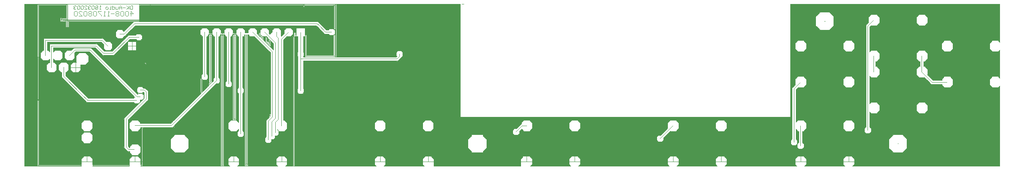
<source format=gbl>
*%FSLAX23Y23*%
*%MOIN*%
G01*
D11*
X7225Y8530D02*
X7464Y8541D01*
X6812Y7324D02*
X6504Y7323D01*
X6575Y8225D02*
X6909Y8209D01*
X6061Y8186D02*
X6071Y8374D01*
X6528Y8228D02*
X6781Y7974D01*
X6816Y7985D02*
X6575Y8225D01*
X6279Y8033D02*
X6395Y7917D01*
X6418Y7940D02*
X6302Y8056D01*
X7201Y7679D02*
X7510Y7988D01*
X6934Y7843D02*
X6823Y7732D01*
X6904Y7337D02*
X6914D01*
X11717Y7406D02*
X11763D01*
X11363D02*
X11317D01*
X10543D02*
X10497D01*
X10143D02*
X10097D01*
X9322D02*
X9276D01*
X8922D02*
X8876D01*
X8102D02*
X8056D01*
X7702D02*
X7656D01*
X12780D02*
X12826D01*
X12426D02*
X12380D01*
X13176Y7435D02*
X13250D01*
X7266D02*
X7192D01*
X7711Y7323D02*
X8047D01*
X8111D02*
X8867D01*
X8931D02*
X9267D01*
X10152D02*
X10488D01*
X10552D02*
X11308D01*
X11372D02*
X11708D01*
X11772D02*
X12371D01*
X12435D02*
X12771D01*
X12835D02*
X14062D01*
X6881Y7414D02*
X6860D01*
Y7406D02*
X6881D01*
X6904Y7323D02*
X7647D01*
X6904Y7360D02*
X6858D01*
X6812D01*
X6504D02*
X6458D01*
X6412D01*
Y7337D02*
X6058D01*
X6504D02*
X6812D01*
Y7445D02*
X6812D01*
X6798D01*
X6789D01*
X6835Y7414D02*
X6881D01*
Y7406D02*
X6835D01*
X6481D02*
X6435D01*
X6412Y7323D02*
X5937D01*
X6058Y7337D02*
Y7877D01*
Y8243D02*
Y8662D01*
X6044Y8676D02*
Y7323D01*
X6042D02*
Y8676D01*
X6040D02*
Y7323D01*
X6038D02*
Y8676D01*
X6036D02*
Y7323D01*
X6034D02*
Y8676D01*
X6032D02*
Y7323D01*
X6030D02*
Y8676D01*
X6028D02*
Y7323D01*
X6026D02*
Y8676D01*
X6024D02*
Y7323D01*
X6022D02*
Y8676D01*
X6020D02*
Y7323D01*
X6018D02*
Y8676D01*
X6016D02*
Y7323D01*
X6014D02*
Y8676D01*
X6012D02*
Y7323D01*
X6010D02*
Y8676D01*
X6008D02*
Y7323D01*
X6006D02*
Y8676D01*
X6004D02*
Y7323D01*
X6002D02*
Y8676D01*
X6000D02*
Y7323D01*
X5998D02*
Y8676D01*
X5996D02*
Y7323D01*
X5994D02*
Y8676D01*
X5992D02*
Y7323D01*
X5990D02*
Y8676D01*
X5988D02*
Y7323D01*
X5986D02*
Y8676D01*
X5984D02*
Y7323D01*
X5982D02*
Y8676D01*
X5980D02*
Y7323D01*
X5978D02*
Y8676D01*
X5976D02*
Y7323D01*
X5974D02*
Y8676D01*
X5972D02*
Y7323D01*
X5970D02*
Y8676D01*
X5968D02*
Y7323D01*
X5966D02*
Y8676D01*
X5964D02*
Y7323D01*
X5962D02*
Y8676D01*
X5960D02*
Y7323D01*
X5958D02*
Y8676D01*
X5956D02*
Y7323D01*
X5954D02*
Y8676D01*
X5952D02*
Y7323D01*
X5950D02*
Y8676D01*
X5948D02*
Y7323D01*
X5946D02*
Y8676D01*
X5944D02*
Y7323D01*
X5942D02*
Y8676D01*
X5940D02*
Y7323D01*
X5938D02*
Y8676D01*
X5937D02*
Y7323D01*
X6071Y8243D02*
Y8268D01*
X6060Y8243D02*
Y8662D01*
X6062D02*
Y8243D01*
X6064D02*
Y8662D01*
X6066D02*
Y8243D01*
X6068D02*
Y8662D01*
X6070D02*
Y8243D01*
X6072Y8269D02*
Y8662D01*
X6074D02*
Y8271D01*
X6060Y7877D02*
Y7337D01*
X6062D02*
Y7877D01*
X6064D02*
Y7337D01*
X6066D02*
Y7877D01*
X6068D02*
Y7337D01*
X6070D02*
Y7877D01*
X6072D02*
Y7337D01*
X6074D02*
Y7877D01*
X6058Y7842D02*
Y8250D01*
X6071Y8250D02*
Y8226D01*
X6058Y8250D02*
Y7842D01*
X6060D02*
Y8250D01*
X6062Y8250D02*
Y7842D01*
X6064D02*
Y8250D01*
X6066Y8250D02*
Y7842D01*
X6068D02*
Y8250D01*
X6070Y8250D02*
Y7842D01*
X6072D02*
Y8225D01*
X6074Y8223D02*
Y7842D01*
X6071Y8226D02*
Y8268D01*
X6062Y8205D02*
Y8186D01*
X6064D02*
Y8242D01*
X6066Y8280D02*
Y8186D01*
X6068D02*
Y8318D01*
X6070Y8356D02*
Y8186D01*
X6072Y8269D02*
Y8393D01*
Y8225D02*
Y8186D01*
X6074Y8271D02*
Y8412D01*
Y8223D02*
Y8186D01*
X6071Y8374D02*
X6073Y8412D01*
X6071Y8226D02*
X6092Y8205D01*
X6071Y8268D02*
X6092Y8289D01*
X6835Y7506D02*
X6881D01*
Y7614D02*
X6835D01*
X6904Y7647D02*
X6914D01*
X6812Y7477D02*
X6812D01*
X11717Y7614D02*
X11763D01*
X11317D02*
X11316D01*
X11317D02*
X11363D01*
X10543D02*
X10497D01*
X10143D02*
X10097D01*
X9322D02*
X9276D01*
X8922D02*
X8876D01*
X8056D02*
X8054D01*
X8056D02*
X8102D01*
X7702D02*
X7656D01*
X12780D02*
X12826D01*
X12386D02*
X12380D01*
X12418D02*
X12426D01*
X13176Y7585D02*
X13250D01*
X7266D02*
X7192D01*
X12948Y7596D02*
X12976D01*
X11236Y7580D02*
X11218D01*
X10046Y7581D02*
X10018D01*
Y7635D02*
X10036D01*
X8040Y7576D02*
X8024D01*
X7750Y7566D02*
X7724D01*
X12388Y7466D02*
X12416D01*
X12360Y7496D02*
X12334D01*
X11246Y7526D02*
X11218D01*
X7980Y7516D02*
X7954D01*
X7994Y7546D02*
X8010D01*
X6777Y7466D02*
X6768D01*
X6481Y7606D02*
X6435D01*
Y7514D02*
X6481D01*
Y7614D02*
X6435D01*
X6254Y8189D02*
Y8225D01*
X6252Y8223D02*
Y8189D01*
X6250D02*
Y8221D01*
X6248Y8219D02*
Y8189D01*
X6246D02*
Y8217D01*
X6244Y8215D02*
Y8189D01*
X6242D02*
Y8205D01*
Y8213D01*
X6240Y8205D02*
Y8189D01*
Y8205D02*
Y8211D01*
X6238Y8205D02*
Y8189D01*
X6236D02*
Y8205D01*
X6234D02*
Y8189D01*
X6232D02*
Y8205D01*
X6192D02*
Y8189D01*
X6190D02*
Y8205D01*
X6188D02*
Y8189D01*
X6186D02*
Y8205D01*
Y8211D01*
X6184Y8205D02*
Y8189D01*
Y8205D02*
Y8213D01*
X6182Y8205D02*
Y8189D01*
Y8205D02*
Y8215D01*
X6180Y8217D02*
Y8189D01*
X6178D02*
Y8219D01*
Y8275D02*
Y8311D01*
X6146Y8217D02*
Y8189D01*
Y8277D02*
Y8311D01*
Y8343D01*
X6144Y8215D02*
Y8189D01*
X6142D02*
Y8205D01*
Y8213D01*
X6140Y8205D02*
Y8189D01*
Y8205D02*
Y8211D01*
X6138Y8205D02*
Y8189D01*
X6136D02*
Y8205D01*
X6134D02*
Y8189D01*
X6132D02*
Y8205D01*
X6128Y8289D02*
Y8358D01*
X6096D02*
Y8289D01*
Y8358D02*
Y8390D01*
X6094Y8358D02*
Y8289D01*
Y8358D02*
Y8390D01*
X6092Y8358D02*
Y8289D01*
Y8358D02*
Y8390D01*
X6090Y8358D02*
Y8289D01*
Y8358D02*
Y8390D01*
X6088Y8358D02*
Y8289D01*
Y8358D02*
Y8390D01*
X6086Y8211D02*
Y8205D01*
Y8283D02*
Y8289D01*
Y8358D01*
Y8390D01*
X6084Y8213D02*
Y8205D01*
Y8281D02*
Y8289D01*
X6082Y8215D02*
Y8205D01*
Y8279D02*
Y8289D01*
X6235Y8530D02*
Y8562D01*
X6076Y8662D02*
Y8273D01*
X6078Y8275D02*
Y8662D01*
X6080D02*
Y8277D01*
X6082Y8289D02*
Y8662D01*
X6084D02*
Y8289D01*
X6086Y8390D02*
Y8662D01*
X6088D02*
Y8390D01*
X6090D02*
Y8662D01*
X6092D02*
Y8390D01*
X6094D02*
Y8662D01*
X6096D02*
Y8390D01*
X6098D02*
Y8662D01*
X6100D02*
Y8390D01*
X6102D02*
Y8662D01*
X6104D02*
Y8390D01*
X6106D02*
Y8662D01*
X6108D02*
Y8390D01*
X6110D02*
Y8662D01*
X6112D02*
Y8390D01*
X6114D02*
Y8662D01*
X6116D02*
Y8390D01*
X6118D02*
Y8662D01*
X6120D02*
Y8390D01*
X6122D02*
Y8662D01*
X6124D02*
Y8390D01*
X6126D02*
Y8662D01*
X6128D02*
Y8390D01*
X6130D02*
Y8662D01*
X6132D02*
Y8390D01*
X6134D02*
Y8662D01*
X6136D02*
Y8390D01*
X6138D02*
Y8662D01*
X6140D02*
Y8390D01*
X6142D02*
Y8662D01*
X6144D02*
Y8390D01*
X6146D02*
Y8662D01*
X6148D02*
Y8390D01*
X6150D02*
Y8662D01*
X6154D02*
Y8390D01*
X6156D02*
Y8662D01*
X6158D02*
Y8390D01*
X6160D02*
Y8662D01*
X6162D02*
Y8390D01*
X6164D02*
Y8662D01*
X6166D02*
Y8390D01*
X6168D02*
Y8662D01*
X6170D02*
Y8390D01*
X6172D02*
Y8662D01*
X6174D02*
Y8390D01*
X6176D02*
Y8662D01*
X6178D02*
Y8390D01*
X6180D02*
Y8662D01*
X6182D02*
Y8390D01*
X6184D02*
Y8662D01*
X6186D02*
Y8390D01*
X6188D02*
Y8662D01*
X6190D02*
Y8390D01*
X6192D02*
Y8662D01*
X6194D02*
Y8390D01*
X6196D02*
Y8662D01*
X6198D02*
Y8390D01*
X6200D02*
Y8662D01*
X6202D02*
Y8390D01*
X6204D02*
Y8662D01*
X6206D02*
Y8390D01*
X6208D02*
Y8662D01*
X6210D02*
Y8390D01*
X6212D02*
Y8662D01*
X6214D02*
Y8390D01*
X6216D02*
Y8662D01*
X6218D02*
Y8390D01*
X6220D02*
Y8662D01*
X6222D02*
Y8390D01*
X6224D02*
Y8662D01*
X6226D02*
Y8562D01*
Y8530D01*
Y8390D01*
X6228Y8562D02*
Y8662D01*
Y8562D02*
Y8530D01*
Y8390D01*
X6230Y8562D02*
Y8662D01*
Y8562D02*
Y8530D01*
Y8390D01*
X6232Y8562D02*
Y8662D01*
Y8562D02*
Y8530D01*
Y8390D01*
X6234Y8562D02*
Y8662D01*
Y8562D02*
Y8530D01*
Y8390D01*
X6236Y8562D02*
Y8662D01*
Y8530D02*
Y8390D01*
X6238Y8562D02*
Y8662D01*
Y8530D02*
Y8390D01*
X6240Y8562D02*
Y8662D01*
Y8530D02*
Y8390D01*
X6242Y8562D02*
Y8662D01*
Y8530D02*
Y8390D01*
X6244Y8562D02*
Y8662D01*
Y8530D02*
Y8390D01*
X6246Y8562D02*
Y8662D01*
Y8530D02*
Y8390D01*
X6248Y8562D02*
Y8662D01*
Y8530D02*
Y8390D01*
X6250Y8562D02*
Y8662D01*
Y8530D02*
Y8390D01*
X6252Y8562D02*
Y8662D01*
Y8530D02*
Y8390D01*
X6254Y8562D02*
Y8662D01*
Y8530D02*
Y8390D01*
X6256Y8562D02*
Y8662D01*
Y8530D02*
Y8390D01*
X6258Y8562D02*
Y8662D01*
Y8530D02*
Y8390D01*
X6260Y8562D02*
Y8662D01*
Y8530D02*
Y8390D01*
X6262Y8562D02*
Y8662D01*
Y8530D02*
Y8390D01*
X6264Y8562D02*
Y8662D01*
Y8530D02*
Y8390D01*
X6266Y8562D02*
Y8662D01*
Y8530D02*
Y8390D01*
X6268Y8566D02*
Y8662D01*
Y8530D02*
Y8483D01*
Y8390D01*
X6270Y8566D02*
Y8662D01*
Y8530D02*
Y8483D01*
Y8390D01*
X6152D02*
Y8662D01*
X6076Y7877D02*
Y7337D01*
X6078D02*
Y7877D01*
X6080D02*
Y7337D01*
X6082D02*
Y7877D01*
X6084D02*
Y7337D01*
X6086D02*
Y7877D01*
X6088D02*
Y7337D01*
X6090D02*
Y7877D01*
X6092D02*
Y7337D01*
X6094D02*
Y7877D01*
X6096D02*
Y7337D01*
X6098D02*
Y7877D01*
X6100D02*
Y7337D01*
X6102D02*
Y7877D01*
X6104D02*
Y7337D01*
X6106D02*
Y7877D01*
X6108D02*
Y7337D01*
X6110D02*
Y7877D01*
X6112D02*
Y7337D01*
X6114D02*
Y7877D01*
X6116D02*
Y7337D01*
X6118D02*
Y7877D01*
X6120D02*
Y7337D01*
X6122D02*
Y7877D01*
X6124D02*
Y7337D01*
X6126D02*
Y7877D01*
X6128D02*
Y7337D01*
X6130D02*
Y7877D01*
X6132D02*
Y7337D01*
X6134D02*
Y7877D01*
X6136D02*
Y7337D01*
X6138D02*
Y7877D01*
X6140D02*
Y7337D01*
X6142D02*
Y7877D01*
X6144D02*
Y7337D01*
X6146D02*
Y7877D01*
X6148D02*
Y7337D01*
X6150D02*
Y7877D01*
X6152D02*
Y7337D01*
X6154D02*
Y7877D01*
X6156D02*
Y7337D01*
X6158D02*
Y7877D01*
X6160D02*
Y7337D01*
X6162D02*
Y7877D01*
X6164D02*
Y7337D01*
X6166D02*
Y7877D01*
X6168D02*
Y7337D01*
X6170D02*
Y7877D01*
X6172D02*
Y7337D01*
X6174D02*
Y7877D01*
X6176D02*
Y7337D01*
X6178D02*
Y7877D01*
X6180D02*
Y7337D01*
X6182D02*
Y7877D01*
X6184D02*
Y7337D01*
X6186D02*
Y7877D01*
X6188D02*
Y7337D01*
X6190D02*
Y7877D01*
X6192D02*
Y7337D01*
X6194D02*
Y7877D01*
X6196D02*
Y7337D01*
X6198D02*
Y7877D01*
X6200D02*
Y7337D01*
X6202D02*
Y7877D01*
X6204D02*
Y7337D01*
X6206D02*
Y7877D01*
X6208D02*
Y7337D01*
X6210D02*
Y7877D01*
X6212D02*
Y7337D01*
X6214D02*
Y7877D01*
X6216D02*
Y7337D01*
X6218D02*
Y7877D01*
X6220D02*
Y7337D01*
X6222D02*
Y7877D01*
X6224D02*
Y7337D01*
X6226D02*
Y7877D01*
X6228D02*
Y7337D01*
X6230D02*
Y7877D01*
X6232D02*
Y7337D01*
X6234D02*
Y7877D01*
X6236D02*
Y7337D01*
X6238D02*
Y7877D01*
X6240D02*
Y7337D01*
X6242D02*
Y7877D01*
X6244D02*
Y7337D01*
X6246D02*
Y7877D01*
X6248D02*
Y7337D01*
X6250D02*
Y7877D01*
X6252D02*
Y7337D01*
X6254D02*
Y7877D01*
X6256D02*
Y7337D01*
X6258D02*
Y7877D01*
X6260D02*
Y7337D01*
X6262D02*
Y7877D01*
X6264D02*
Y7337D01*
X6266D02*
Y7877D01*
X6268D02*
Y7337D01*
X6270D02*
Y7877D01*
X6247Y8079D02*
Y8105D01*
Y8079D02*
Y8065D01*
Y8056D01*
X6121Y8126D02*
Y8168D01*
X6205D02*
Y8126D01*
X6255Y8226D02*
Y8241D01*
X6221Y8168D02*
Y8126D01*
X6076Y8221D02*
Y7842D01*
X6078D02*
Y8219D01*
X6080Y8217D02*
Y7842D01*
X6082D02*
Y8205D01*
X6084D02*
Y7842D01*
X6086D02*
Y8205D01*
X6088D02*
Y7842D01*
X6090D02*
Y8205D01*
X6092D02*
Y7842D01*
X6094D02*
Y8205D01*
X6096D02*
Y7842D01*
X6098D02*
Y8205D01*
X6100D02*
Y7842D01*
X6102D02*
Y8205D01*
X6104D02*
Y7842D01*
X6106D02*
Y8205D01*
X6108D02*
Y7842D01*
X6110D02*
Y8205D01*
X6112D02*
Y7842D01*
X6114D02*
Y8205D01*
X6116D02*
Y7842D01*
X6118D02*
Y8205D01*
X6120D02*
Y7842D01*
X6122Y8169D02*
Y8205D01*
Y8125D02*
Y7842D01*
X6124Y8171D02*
Y8205D01*
Y8123D02*
Y7842D01*
X6126Y8173D02*
Y8205D01*
Y8121D02*
Y7842D01*
X6128Y8175D02*
Y8205D01*
Y8119D02*
Y7842D01*
X6130Y8177D02*
Y8205D01*
Y8117D02*
Y7842D01*
X6132Y8179D02*
Y8189D01*
Y8115D02*
Y8105D01*
Y7842D01*
X6134Y8181D02*
Y8189D01*
Y8113D02*
Y8105D01*
Y7842D01*
X6136Y8183D02*
Y8189D01*
Y8111D02*
Y8105D01*
Y7842D01*
X6138D02*
Y8105D01*
X6140D02*
Y7842D01*
X6142D02*
Y8105D01*
X6144D02*
Y7842D01*
X6146D02*
Y8105D01*
X6148D02*
Y7842D01*
X6150D02*
Y8105D01*
X6152D02*
Y7842D01*
X6154D02*
Y8105D01*
X6156D02*
Y7842D01*
X6158D02*
Y8105D01*
X6160D02*
Y7842D01*
X6162D02*
Y8105D01*
X6164D02*
Y7842D01*
X6166D02*
Y8105D01*
X6168D02*
Y7842D01*
X6170D02*
Y8105D01*
X6172D02*
Y7842D01*
X6174D02*
Y8105D01*
X6176D02*
Y7842D01*
X6178D02*
Y8105D01*
X6180D02*
Y7842D01*
X6182D02*
Y8105D01*
X6184D02*
Y7842D01*
X6186D02*
Y8105D01*
X6188D02*
Y7842D01*
X6190Y8183D02*
Y8189D01*
Y8111D02*
Y8105D01*
Y7842D01*
X6192Y8181D02*
Y8189D01*
Y8113D02*
Y8105D01*
Y7842D01*
X6194Y8179D02*
Y8205D01*
Y8115D02*
Y7842D01*
X6196Y8177D02*
Y8205D01*
Y8117D02*
Y7842D01*
X6198Y8175D02*
Y8205D01*
Y8119D02*
Y7842D01*
X6200Y8173D02*
Y8205D01*
Y8121D02*
Y7842D01*
X6202Y8171D02*
Y8205D01*
Y8123D02*
Y7842D01*
X6204Y8169D02*
Y8205D01*
Y8125D02*
Y7842D01*
X6206D02*
Y8205D01*
X6208D02*
Y7842D01*
X6210D02*
Y8205D01*
X6212D02*
Y7842D01*
X6214D02*
Y8205D01*
X6216D02*
Y7842D01*
X6218D02*
Y8205D01*
X6220D02*
Y7842D01*
X6222Y8169D02*
Y8205D01*
Y8125D02*
Y7842D01*
X6224Y8171D02*
Y8205D01*
Y8123D02*
Y7842D01*
X6226Y8173D02*
Y8205D01*
Y8121D02*
Y7842D01*
X6228Y8175D02*
Y8205D01*
Y8119D02*
Y7842D01*
X6230Y8177D02*
Y8205D01*
Y8117D02*
Y7842D01*
X6232Y8179D02*
Y8189D01*
Y8115D02*
Y8105D01*
Y7842D01*
X6234Y8181D02*
Y8189D01*
Y8113D02*
Y8105D01*
Y7842D01*
X6236Y8183D02*
Y8189D01*
Y8111D02*
Y8105D01*
Y7842D01*
X6238Y8056D02*
Y8105D01*
Y8056D02*
Y7842D01*
X6240Y8056D02*
Y8105D01*
Y8056D02*
Y7842D01*
X6242Y8074D02*
Y8105D01*
Y8070D02*
Y8056D01*
Y7842D01*
X6244Y8076D02*
Y8105D01*
Y8076D02*
Y8068D01*
Y8056D01*
Y7842D01*
X6246Y8078D02*
Y8105D01*
Y8078D02*
Y8066D01*
Y8056D01*
Y7842D01*
X6248Y8056D02*
Y8064D01*
Y8056D02*
Y7842D01*
X6250Y8056D02*
Y8062D01*
Y8056D02*
Y7842D01*
X6252D02*
Y8056D01*
X6254D02*
Y7842D01*
X6256Y8189D02*
Y8241D01*
Y8056D02*
Y7842D01*
X6258Y8189D02*
Y8241D01*
Y8054D02*
Y7842D01*
X6260Y8189D02*
Y8241D01*
Y8052D02*
Y7842D01*
X6262Y8189D02*
Y8241D01*
Y8050D02*
Y7842D01*
X6264Y8189D02*
Y8240D01*
Y8048D02*
Y7842D01*
X6266Y8189D02*
Y8240D01*
Y8046D02*
Y7842D01*
X6268Y8189D02*
Y8240D01*
Y8044D02*
Y7842D01*
X6270Y8189D02*
Y8240D01*
Y8042D02*
Y7842D01*
X6146Y8186D02*
Y8189D01*
X6255Y8226D02*
Y8268D01*
X6076Y8273D02*
Y8412D01*
Y8221D02*
Y8186D01*
X6078Y8275D02*
Y8412D01*
Y8219D02*
Y8186D01*
X6080Y8277D02*
Y8412D01*
Y8217D02*
Y8186D01*
X6082Y8289D02*
Y8412D01*
Y8205D02*
Y8186D01*
X6084Y8289D02*
Y8412D01*
Y8205D02*
Y8186D01*
X6086Y8390D02*
Y8412D01*
Y8205D02*
Y8186D01*
X6088Y8390D02*
Y8412D01*
Y8205D02*
Y8186D01*
X6090Y8390D02*
Y8412D01*
Y8205D02*
Y8186D01*
X6092Y8390D02*
Y8412D01*
Y8205D02*
Y8186D01*
X6094Y8390D02*
Y8412D01*
Y8205D02*
Y8186D01*
X6096Y8390D02*
Y8412D01*
Y8205D02*
Y8186D01*
X6098Y8390D02*
Y8412D01*
Y8205D02*
Y8186D01*
X6100Y8390D02*
Y8412D01*
Y8205D02*
Y8186D01*
X6102Y8390D02*
Y8412D01*
Y8205D02*
Y8186D01*
X6104Y8390D02*
Y8412D01*
Y8205D02*
Y8186D01*
X6106Y8390D02*
Y8412D01*
Y8205D02*
Y8186D01*
X6108Y8390D02*
Y8412D01*
Y8205D02*
Y8186D01*
X6110Y8390D02*
Y8412D01*
Y8205D02*
Y8186D01*
X6112Y8390D02*
Y8412D01*
Y8205D02*
Y8186D01*
X6114Y8390D02*
Y8412D01*
Y8205D02*
Y8186D01*
X6116Y8390D02*
Y8412D01*
Y8205D02*
Y8186D01*
X6118Y8390D02*
Y8412D01*
Y8205D02*
Y8186D01*
X6120Y8390D02*
Y8412D01*
Y8205D02*
Y8186D01*
X6122Y8390D02*
Y8412D01*
Y8205D02*
Y8186D01*
X6124Y8390D02*
Y8412D01*
Y8205D02*
Y8186D01*
X6126Y8390D02*
Y8412D01*
Y8205D02*
Y8186D01*
X6128Y8390D02*
Y8412D01*
Y8205D02*
Y8186D01*
X6130Y8390D02*
Y8412D01*
Y8358D02*
Y8289D01*
Y8205D02*
Y8186D01*
X6132Y8390D02*
Y8412D01*
Y8358D02*
Y8289D01*
X6134Y8390D02*
Y8412D01*
Y8358D02*
Y8289D01*
X6136Y8390D02*
Y8412D01*
Y8358D02*
Y8343D01*
Y8311D01*
Y8289D01*
X6138Y8390D02*
Y8412D01*
Y8358D02*
Y8343D01*
Y8311D01*
Y8289D01*
X6140Y8390D02*
Y8412D01*
Y8358D02*
Y8343D01*
Y8311D01*
Y8289D01*
Y8283D01*
X6142Y8390D02*
Y8412D01*
Y8358D02*
Y8343D01*
Y8311D01*
Y8289D01*
Y8281D01*
X6144Y8390D02*
Y8412D01*
Y8358D02*
Y8343D01*
Y8311D01*
Y8279D01*
X6146Y8390D02*
Y8412D01*
Y8358D02*
Y8343D01*
X6148Y8390D02*
Y8412D01*
Y8358D02*
Y8343D01*
X6150Y8390D02*
Y8412D01*
Y8358D02*
Y8343D01*
X6152Y8390D02*
Y8412D01*
Y8358D02*
Y8343D01*
X6154Y8390D02*
Y8412D01*
Y8358D02*
Y8343D01*
X6156Y8390D02*
Y8412D01*
Y8358D02*
Y8343D01*
X6158Y8390D02*
Y8412D01*
Y8358D02*
Y8343D01*
X6160Y8390D02*
Y8412D01*
Y8358D02*
Y8343D01*
X6162Y8390D02*
Y8412D01*
Y8358D02*
Y8343D01*
X6164Y8390D02*
Y8412D01*
Y8358D02*
Y8343D01*
X6166Y8390D02*
Y8412D01*
Y8358D02*
Y8343D01*
X6168Y8390D02*
Y8412D01*
Y8358D02*
Y8343D01*
X6170Y8390D02*
Y8412D01*
Y8358D02*
Y8343D01*
X6172Y8390D02*
Y8412D01*
Y8358D02*
Y8343D01*
X6174Y8390D02*
Y8412D01*
Y8358D02*
Y8343D01*
X6176Y8390D02*
Y8412D01*
Y8358D02*
Y8343D01*
X6178Y8390D02*
Y8412D01*
Y8358D02*
Y8343D01*
X6180Y8390D02*
Y8412D01*
Y8358D02*
Y8343D01*
Y8311D02*
Y8277D01*
X6182Y8390D02*
Y8412D01*
Y8358D02*
Y8343D01*
Y8311D02*
Y8289D01*
Y8279D01*
X6184Y8390D02*
Y8412D01*
Y8358D02*
Y8343D01*
Y8311D02*
Y8289D01*
Y8281D01*
X6186Y8390D02*
Y8412D01*
Y8358D02*
Y8343D01*
Y8311D02*
Y8289D01*
Y8283D01*
X6188Y8390D02*
Y8412D01*
Y8358D02*
Y8343D01*
Y8311D02*
Y8289D01*
X6190Y8390D02*
Y8412D01*
Y8358D02*
Y8343D01*
Y8311D02*
Y8289D01*
X6192Y8390D02*
Y8412D01*
Y8358D02*
Y8343D01*
Y8311D02*
Y8289D01*
X6194Y8390D02*
Y8412D01*
Y8358D02*
Y8343D01*
Y8311D02*
Y8289D01*
Y8205D02*
Y8186D01*
X6196Y8390D02*
Y8412D01*
Y8358D02*
Y8343D01*
Y8311D02*
Y8289D01*
Y8205D02*
Y8186D01*
X6198Y8390D02*
Y8412D01*
Y8358D02*
Y8343D01*
Y8311D02*
Y8289D01*
Y8205D02*
Y8186D01*
X6200Y8390D02*
Y8412D01*
Y8358D02*
Y8343D01*
Y8311D02*
Y8289D01*
Y8205D02*
Y8186D01*
X6202Y8390D02*
Y8412D01*
Y8358D02*
Y8343D01*
Y8311D02*
Y8289D01*
Y8205D02*
Y8186D01*
X6204Y8390D02*
Y8412D01*
Y8358D02*
Y8343D01*
Y8311D02*
Y8289D01*
Y8205D02*
Y8186D01*
X6206Y8390D02*
Y8412D01*
Y8358D02*
Y8343D01*
Y8311D02*
Y8289D01*
Y8205D02*
Y8186D01*
X6208Y8390D02*
Y8412D01*
Y8358D02*
Y8343D01*
Y8311D02*
Y8289D01*
Y8205D02*
Y8186D01*
X6210Y8390D02*
Y8412D01*
Y8358D02*
Y8343D01*
Y8311D02*
Y8289D01*
Y8205D02*
Y8186D01*
X6212Y8390D02*
Y8412D01*
Y8358D02*
Y8343D01*
Y8311D02*
Y8289D01*
Y8205D02*
Y8186D01*
X6214Y8390D02*
Y8412D01*
Y8358D02*
Y8343D01*
Y8311D02*
Y8289D01*
Y8205D02*
Y8186D01*
X6216Y8390D02*
Y8412D01*
Y8358D02*
Y8343D01*
Y8311D02*
Y8289D01*
Y8205D02*
Y8186D01*
X6218Y8390D02*
Y8412D01*
Y8358D02*
Y8343D01*
Y8311D02*
Y8289D01*
Y8205D02*
Y8186D01*
X6220Y8390D02*
Y8412D01*
Y8358D02*
Y8343D01*
Y8311D02*
Y8289D01*
Y8205D02*
Y8186D01*
X6222Y8390D02*
Y8412D01*
Y8358D02*
Y8343D01*
Y8311D02*
Y8289D01*
Y8205D02*
Y8186D01*
X6224Y8390D02*
Y8412D01*
Y8358D02*
Y8343D01*
Y8311D02*
Y8289D01*
Y8205D02*
Y8186D01*
X6226Y8390D02*
Y8412D01*
Y8358D02*
Y8343D01*
Y8311D02*
Y8289D01*
Y8205D02*
Y8186D01*
X6228Y8390D02*
Y8412D01*
Y8358D02*
Y8343D01*
Y8311D02*
Y8289D01*
Y8205D02*
Y8186D01*
X6230Y8390D02*
Y8412D01*
Y8358D02*
Y8343D01*
Y8311D02*
Y8289D01*
Y8205D02*
Y8186D01*
X6232Y8390D02*
Y8412D01*
Y8358D02*
Y8343D01*
Y8311D02*
Y8289D01*
X6234Y8390D02*
Y8412D01*
Y8358D02*
Y8343D01*
Y8311D02*
Y8289D01*
X6236Y8390D02*
Y8412D01*
Y8358D02*
Y8343D01*
Y8311D02*
Y8289D01*
X6238Y8390D02*
Y8412D01*
Y8358D02*
Y8343D01*
Y8311D02*
Y8289D01*
X6240Y8390D02*
Y8412D01*
Y8358D02*
Y8343D01*
Y8311D02*
Y8289D01*
Y8283D01*
X6242Y8390D02*
Y8412D01*
Y8358D02*
Y8343D01*
Y8311D02*
Y8289D01*
Y8281D01*
X6244Y8390D02*
Y8412D01*
Y8358D02*
Y8343D01*
Y8311D02*
Y8279D01*
X6246Y8390D02*
Y8412D01*
Y8358D02*
Y8343D01*
Y8311D02*
Y8277D01*
X6248Y8390D02*
Y8412D01*
Y8358D02*
Y8343D01*
Y8311D02*
Y8275D01*
X6250Y8390D02*
Y8412D01*
Y8358D02*
Y8343D01*
Y8311D02*
Y8273D01*
X6252Y8390D02*
Y8412D01*
Y8358D02*
Y8343D01*
Y8311D02*
Y8271D01*
X6254Y8390D02*
Y8412D01*
Y8358D02*
Y8343D01*
Y8311D02*
Y8269D01*
X6256Y8390D02*
Y8412D01*
Y8358D02*
Y8343D01*
Y8311D02*
Y8189D01*
X6258Y8390D02*
Y8412D01*
Y8358D02*
Y8343D01*
Y8311D02*
Y8189D01*
X6260Y8390D02*
Y8412D01*
Y8358D02*
Y8343D01*
Y8311D02*
Y8189D01*
X6262Y8390D02*
Y8412D01*
Y8358D02*
Y8343D01*
Y8311D02*
Y8189D01*
X6264Y8390D02*
Y8412D01*
Y8358D02*
Y8343D01*
Y8311D02*
Y8189D01*
X6266Y8390D02*
Y8412D01*
Y8358D02*
Y8343D01*
Y8311D02*
Y8189D01*
X6268Y8390D02*
Y8412D01*
Y8358D02*
Y8343D01*
Y8311D02*
Y8189D01*
X6270Y8390D02*
Y8412D01*
Y8358D02*
Y8343D01*
Y8311D02*
Y8189D01*
X6271Y8240D02*
X6255Y8241D01*
X6192Y8205D02*
X6178Y8219D01*
X6240Y8072D02*
X6247Y8065D01*
X6256Y8056D01*
X6279Y8033D01*
X6142Y8105D02*
X6121Y8126D01*
X6184Y8189D02*
X6205Y8168D01*
X6221Y8126D02*
X6242Y8105D01*
X6146Y8277D02*
X6134Y8289D01*
X6184Y8189D02*
X6187Y8186D01*
X6255Y8268D02*
X6234Y8289D01*
X6255Y8226D02*
X6234Y8205D01*
X6146Y8217D02*
X6134Y8205D01*
X6247Y8079D02*
X6240Y8072D01*
X6142Y8189D02*
X6121Y8168D01*
X6184Y8105D02*
X6205Y8126D01*
X6221Y8168D02*
X6242Y8189D01*
X6142D02*
X6139Y8186D01*
X6178Y8275D02*
X6192Y8289D01*
X6242Y8189D02*
X6239Y8186D01*
X6835Y7706D02*
X6881D01*
X7016Y7679D02*
X7048D01*
X12286Y7731D02*
X12316D01*
X12990Y7763D02*
X13036D01*
X13390D02*
X13436D01*
X11763Y7706D02*
X11717D01*
X11363D02*
X11317D01*
X10543D02*
X10497D01*
X10143D02*
X10097D01*
X9322D02*
X9276D01*
X8922D02*
X8876D01*
X8102D02*
X8093D01*
X7702D02*
X7656D01*
X12780D02*
X12826D01*
X12426D02*
X12380D01*
X12286Y7731D02*
X9598D01*
X10066Y7674D02*
X10074D01*
X10075D01*
X7181Y7705D02*
X6949D01*
X6968Y7704D02*
X7180D01*
X7155Y7679D02*
X7048D01*
X7016D02*
X7013D01*
X7016D02*
X6904D01*
X6930D01*
X6777Y7732D02*
X6768D01*
X6858Y7846D02*
X6886D01*
X6481Y7706D02*
X6435D01*
X6434Y7842D02*
X6058D01*
X6368Y8194D02*
Y8244D01*
X6354Y8225D02*
Y8189D01*
X6352D02*
Y8223D01*
X6350Y8221D02*
Y8189D01*
X6348D02*
Y8219D01*
X6346Y8217D02*
Y8189D01*
X6344D02*
Y8215D01*
X6342Y8205D02*
Y8189D01*
Y8205D02*
Y8213D01*
X6340Y8205D02*
Y8189D01*
Y8205D02*
Y8211D01*
Y8301D02*
Y8310D01*
X6338Y8205D02*
Y8189D01*
X6336D02*
Y8205D01*
X6334D02*
Y8189D01*
X6332D02*
Y8205D01*
X6292D02*
Y8189D01*
X6290D02*
Y8205D01*
X6288D02*
Y8189D01*
X6286D02*
Y8205D01*
Y8211D01*
X6284Y8205D02*
Y8189D01*
Y8205D02*
Y8213D01*
X6282Y8205D02*
Y8189D01*
Y8205D02*
Y8215D01*
X6280Y8217D02*
Y8189D01*
X6278D02*
Y8219D01*
X6276Y8221D02*
Y8189D01*
X6274D02*
Y8223D01*
X6272Y8225D02*
Y8189D01*
X6434Y7874D02*
Y7842D01*
X6368Y8194D02*
Y8235D01*
X6446Y7866D02*
Y7857D01*
X6412Y7383D02*
Y7337D01*
Y7537D02*
Y7583D01*
Y7637D02*
Y7683D01*
X6310Y8483D02*
Y8525D01*
X6278Y8530D02*
Y8483D01*
X6297D02*
Y8390D01*
X6278Y8562D02*
Y8566D01*
X6281D02*
Y8662D01*
Y8566D02*
Y8562D01*
X6272Y8566D02*
Y8662D01*
Y8530D02*
Y8483D01*
Y8390D01*
X6274Y8566D02*
Y8662D01*
Y8530D02*
Y8483D01*
Y8390D01*
X6276Y8566D02*
Y8662D01*
Y8530D02*
Y8483D01*
Y8390D01*
X6278Y8566D02*
Y8662D01*
Y8483D02*
Y8390D01*
X6280Y8566D02*
Y8662D01*
Y8483D02*
Y8390D01*
X6282D02*
Y8483D01*
X6284D02*
Y8390D01*
X6286D02*
Y8483D01*
X6288D02*
Y8390D01*
X6290D02*
Y8483D01*
X6292D02*
Y8390D01*
X6294D02*
Y8483D01*
X6296D02*
Y8390D01*
X6295D02*
Y8464D01*
X6303Y8468D02*
Y8483D01*
Y8468D02*
Y8464D01*
X6310Y8525D02*
Y8530D01*
X6296Y8464D02*
Y8390D01*
X6298D02*
Y8464D01*
X6300D02*
Y8390D01*
X6302D02*
Y8464D01*
X6304Y8468D02*
Y8483D01*
Y8464D02*
Y8390D01*
X6306Y8468D02*
Y8483D01*
Y8464D02*
Y8390D01*
X6308Y8464D02*
Y8483D01*
Y8464D02*
Y8390D01*
X6310Y8464D02*
Y8483D01*
Y8464D02*
Y8390D01*
X6312Y8483D02*
Y8525D01*
Y8483D02*
Y8464D01*
Y8390D01*
X6314Y8483D02*
Y8530D01*
Y8483D02*
Y8390D01*
X6316Y8483D02*
Y8530D01*
Y8483D02*
Y8390D01*
X6318Y8483D02*
Y8530D01*
Y8483D02*
Y8390D01*
X6320D02*
Y8530D01*
X6322D02*
Y8390D01*
X6324D02*
Y8530D01*
X6326D02*
Y8390D01*
X6328D02*
Y8530D01*
X6330D02*
Y8390D01*
X6332D02*
Y8530D01*
X6334D02*
Y8390D01*
X6336D02*
Y8530D01*
X6338D02*
Y8390D01*
X6340D02*
Y8530D01*
X6342D02*
Y8390D01*
X6344D02*
Y8530D01*
X6346D02*
Y8390D01*
X6348D02*
Y8530D01*
X6350D02*
Y8390D01*
X6352D02*
Y8530D01*
X6354D02*
Y8390D01*
X6356D02*
Y8530D01*
X6358D02*
Y8390D01*
X6360D02*
Y8530D01*
X6362D02*
Y8390D01*
X6364D02*
Y8530D01*
X6366D02*
Y8390D01*
X6368D02*
Y8530D01*
X6370D02*
Y8390D01*
X6372D02*
Y8530D01*
X6374D02*
Y8390D01*
X6376D02*
Y8530D01*
X6378D02*
Y8390D01*
X6380D02*
Y8530D01*
X6382D02*
Y8390D01*
X6384D02*
Y8530D01*
X6386D02*
Y8390D01*
X6388D02*
Y8530D01*
X6390D02*
Y8390D01*
X6392D02*
Y8530D01*
X6394D02*
Y8390D01*
X6396D02*
Y8530D01*
X6398D02*
Y8390D01*
X6400D02*
Y8530D01*
X6402D02*
Y8390D01*
X6404D02*
Y8530D01*
X6406D02*
Y8390D01*
X6408D02*
Y8530D01*
X6410D02*
Y8390D01*
X6412D02*
Y8530D01*
X6414D02*
Y8390D01*
X6416D02*
Y8530D01*
X6418D02*
Y8390D01*
X6420D02*
Y8530D01*
X6422D02*
Y8390D01*
X6424D02*
Y8530D01*
X6426D02*
Y8390D01*
X6428D02*
Y8530D01*
X6430D02*
Y8390D01*
X6432D02*
Y8530D01*
X6434D02*
Y8390D01*
X6436D02*
Y8530D01*
X6438D02*
Y8390D01*
X6440D02*
Y8530D01*
X6442D02*
Y8390D01*
X6444D02*
Y8530D01*
X6446D02*
Y8390D01*
X6448D02*
Y8530D01*
X6450D02*
Y8390D01*
X6452D02*
Y8530D01*
X6454D02*
Y8390D01*
X6456D02*
Y8530D01*
X6458D02*
Y8390D01*
X6460D02*
Y8530D01*
X6462D02*
Y8390D01*
X6464D02*
Y8530D01*
X6466D02*
Y8390D01*
X6458Y7406D02*
Y7360D01*
X6272Y7337D02*
Y7877D01*
X6274D02*
Y7337D01*
X6276D02*
Y7877D01*
X6278D02*
Y7337D01*
X6280D02*
Y7877D01*
X6282D02*
Y7337D01*
X6284D02*
Y7877D01*
X6286D02*
Y7337D01*
X6288D02*
Y7877D01*
X6290D02*
Y7337D01*
X6292D02*
Y7877D01*
X6294D02*
Y7337D01*
X6296D02*
Y7877D01*
X6298D02*
Y7337D01*
X6300D02*
Y7877D01*
X6302D02*
Y7337D01*
X6304D02*
Y7877D01*
X6306D02*
Y7337D01*
X6308D02*
Y7877D01*
X6310D02*
Y7337D01*
X6312D02*
Y7877D01*
X6314D02*
Y7337D01*
X6316D02*
Y7877D01*
X6318D02*
Y7337D01*
X6320D02*
Y7877D01*
X6322D02*
Y7337D01*
X6324D02*
Y7877D01*
X6326D02*
Y7337D01*
X6328D02*
Y7877D01*
X6330D02*
Y7337D01*
X6332D02*
Y7877D01*
X6334D02*
Y7337D01*
X6336D02*
Y7877D01*
X6338D02*
Y7337D01*
X6340D02*
Y7877D01*
X6342D02*
Y7337D01*
X6344D02*
Y7877D01*
X6346D02*
Y7337D01*
X6348D02*
Y7877D01*
X6350D02*
Y7337D01*
X6352D02*
Y7877D01*
X6354D02*
Y7337D01*
X6356D02*
Y7877D01*
X6358D02*
Y7337D01*
X6360D02*
Y7877D01*
X6362D02*
Y7337D01*
X6364D02*
Y7877D01*
X6366D02*
Y7337D01*
X6368D02*
Y7877D01*
X6370D02*
Y7337D01*
X6372D02*
Y7877D01*
X6374D02*
Y7337D01*
X6376D02*
Y7877D01*
X6378D02*
Y7337D01*
X6380D02*
Y7877D01*
X6382D02*
Y7337D01*
X6384D02*
Y7877D01*
X6386D02*
Y7337D01*
X6388D02*
Y7877D01*
X6390D02*
Y7337D01*
X6392D02*
Y7877D01*
X6394D02*
Y7337D01*
X6396D02*
Y7877D01*
X6398D02*
Y7337D01*
X6400D02*
Y7877D01*
X6402D02*
Y7337D01*
X6404D02*
Y7877D01*
X6406D02*
Y7337D01*
X6408D02*
Y7877D01*
X6410D02*
Y7337D01*
X6412Y7683D02*
Y7877D01*
Y7637D02*
Y7583D01*
Y7537D02*
Y7383D01*
X6414Y7685D02*
Y7877D01*
Y7635D02*
Y7585D01*
Y7535D02*
Y7385D01*
X6416Y7687D02*
Y7877D01*
Y7633D02*
Y7587D01*
Y7533D02*
Y7387D01*
X6418Y7689D02*
Y7877D01*
Y7631D02*
Y7589D01*
Y7531D02*
Y7389D01*
X6420Y7691D02*
Y7877D01*
Y7629D02*
Y7591D01*
Y7529D02*
Y7391D01*
X6422Y7693D02*
Y7877D01*
Y7627D02*
Y7593D01*
Y7527D02*
Y7393D01*
X6424Y7695D02*
Y7877D01*
Y7625D02*
Y7595D01*
Y7525D02*
Y7395D01*
X6426Y7706D02*
Y7877D01*
Y7706D02*
Y7697D01*
Y7623D02*
Y7614D01*
Y7606D01*
Y7597D01*
Y7523D02*
Y7514D01*
Y7406D01*
Y7397D01*
X6428Y7706D02*
Y7877D01*
Y7706D02*
Y7699D01*
Y7621D02*
Y7614D01*
Y7606D01*
Y7599D01*
Y7521D02*
Y7514D01*
Y7406D01*
Y7399D01*
X6430Y7706D02*
Y7877D01*
Y7614D02*
Y7606D01*
Y7514D02*
Y7406D01*
X6432Y7706D02*
Y7877D01*
Y7614D02*
Y7606D01*
Y7514D02*
Y7406D01*
X6434Y7706D02*
Y7877D01*
Y7614D02*
Y7606D01*
Y7514D02*
Y7406D01*
X6436Y7857D02*
Y7876D01*
Y7857D02*
Y7706D01*
Y7614D02*
Y7606D01*
Y7514D02*
Y7406D01*
X6438Y7857D02*
Y7874D01*
Y7857D02*
Y7706D01*
Y7614D02*
Y7606D01*
Y7514D02*
Y7406D01*
X6440Y7857D02*
Y7872D01*
Y7857D02*
Y7706D01*
Y7614D02*
Y7606D01*
Y7514D02*
Y7406D01*
X6442Y7857D02*
Y7870D01*
Y7857D02*
Y7706D01*
Y7614D02*
Y7606D01*
Y7514D02*
Y7406D01*
X6444Y7857D02*
Y7868D01*
Y7857D02*
Y7706D01*
Y7614D02*
Y7606D01*
Y7514D02*
Y7406D01*
X6446Y7706D02*
Y7857D01*
Y7614D02*
Y7606D01*
Y7514D02*
Y7406D01*
X6448Y7857D02*
Y7864D01*
Y7857D02*
Y7706D01*
Y7614D02*
Y7606D01*
Y7514D02*
Y7406D01*
X6450Y7706D02*
Y7857D01*
Y7614D02*
Y7606D01*
Y7514D02*
Y7406D01*
X6452Y7706D02*
Y7857D01*
Y7614D02*
Y7606D01*
Y7514D02*
Y7406D01*
X6454Y7706D02*
Y7857D01*
Y7614D02*
Y7606D01*
Y7514D02*
Y7406D01*
X6456Y7706D02*
Y7856D01*
Y7614D02*
Y7606D01*
Y7514D02*
Y7406D01*
X6458Y7706D02*
Y7854D01*
Y7614D02*
Y7606D01*
Y7514D02*
Y7406D01*
X6460Y7706D02*
Y7852D01*
Y7614D02*
Y7606D01*
Y7514D02*
Y7406D01*
X6462Y7706D02*
Y7850D01*
Y7614D02*
Y7606D01*
Y7514D02*
Y7406D01*
X6464Y7706D02*
Y7852D01*
Y7614D02*
Y7606D01*
Y7514D02*
Y7406D01*
X6466Y7706D02*
Y7854D01*
Y7614D02*
Y7606D01*
Y7514D02*
Y7406D01*
X6279Y8079D02*
Y8105D01*
X6321Y8126D02*
Y8168D01*
X6405D02*
Y8126D01*
X6305D02*
Y8168D01*
X6271Y8226D02*
Y8240D01*
X6355Y8236D02*
Y8226D01*
X6272Y8040D02*
Y7842D01*
X6274D02*
Y8038D01*
X6276Y8036D02*
Y7842D01*
X6278D02*
Y8034D01*
X6280Y8078D02*
Y8105D01*
Y8032D02*
Y7842D01*
X6282Y8076D02*
Y8105D01*
Y8030D02*
Y7842D01*
X6284Y8074D02*
Y8105D01*
Y8028D02*
Y7842D01*
X6286Y8072D02*
Y8105D01*
Y8026D02*
Y7842D01*
X6288Y8070D02*
Y8105D01*
Y8024D02*
Y7842D01*
X6290Y8183D02*
Y8189D01*
Y8111D02*
Y8105D01*
Y8068D01*
Y8022D02*
Y7842D01*
X6292Y8181D02*
Y8189D01*
Y8113D02*
Y8105D01*
Y8066D01*
Y8020D02*
Y7842D01*
X6294Y8179D02*
Y8205D01*
Y8115D02*
Y8064D01*
Y8018D02*
Y7842D01*
X6296Y8177D02*
Y8205D01*
Y8117D02*
Y8062D01*
Y8016D02*
Y7842D01*
X6298Y8175D02*
Y8205D01*
Y8119D02*
Y8060D01*
Y8014D02*
Y7842D01*
X6300Y8173D02*
Y8205D01*
Y8121D02*
Y8058D01*
Y8012D02*
Y7842D01*
X6302Y8171D02*
Y8205D01*
Y8123D02*
Y8056D01*
Y8010D02*
Y7842D01*
X6304Y8169D02*
Y8205D01*
Y8125D02*
Y8054D01*
Y8008D02*
Y7842D01*
X6306Y8052D02*
Y8205D01*
Y8006D02*
Y7842D01*
X6308Y8050D02*
Y8205D01*
Y8004D02*
Y7842D01*
X6310Y8048D02*
Y8205D01*
Y8002D02*
Y7842D01*
X6312Y8046D02*
Y8205D01*
Y8000D02*
Y7842D01*
X6314Y8044D02*
Y8205D01*
Y7998D02*
Y7842D01*
X6316Y8042D02*
Y8205D01*
Y7996D02*
Y7842D01*
X6318Y8040D02*
Y8205D01*
Y7994D02*
Y7842D01*
X6320Y8038D02*
Y8205D01*
Y7992D02*
Y7842D01*
X6322Y8169D02*
Y8205D01*
Y8125D02*
Y8036D01*
Y7990D02*
Y7842D01*
X6324Y8171D02*
Y8205D01*
Y8123D02*
Y8034D01*
Y7988D02*
Y7842D01*
X6326Y8173D02*
Y8205D01*
Y8121D02*
Y8032D01*
Y7986D02*
Y7842D01*
X6328Y8175D02*
Y8205D01*
Y8119D02*
Y8030D01*
Y7984D02*
Y7842D01*
X6330Y8177D02*
Y8205D01*
Y8117D02*
Y8028D01*
Y7982D02*
Y7842D01*
X6332Y8179D02*
Y8189D01*
Y8115D02*
Y8105D01*
Y8026D01*
Y7980D02*
Y7842D01*
X6334Y8181D02*
Y8189D01*
Y8113D02*
Y8105D01*
Y8024D01*
Y7978D02*
Y7842D01*
X6336Y8183D02*
Y8189D01*
Y8111D02*
Y8105D01*
Y8022D01*
Y7976D02*
Y7842D01*
X6338Y8020D02*
Y8105D01*
Y7974D02*
Y7842D01*
X6340Y8018D02*
Y8105D01*
Y7972D02*
Y7842D01*
X6342Y8016D02*
Y8105D01*
Y7970D02*
Y7842D01*
X6344Y8014D02*
Y8105D01*
Y7968D02*
Y7842D01*
X6346Y8012D02*
Y8105D01*
Y7966D02*
Y7842D01*
X6348Y8010D02*
Y8105D01*
Y7964D02*
Y7842D01*
X6350Y8008D02*
Y8105D01*
Y7962D02*
Y7842D01*
X6352Y8006D02*
Y8105D01*
Y7960D02*
Y7842D01*
X6354Y8225D02*
Y8236D01*
Y8105D02*
Y8004D01*
Y7958D02*
Y7842D01*
X6356Y8189D02*
Y8236D01*
Y8105D02*
Y8002D01*
Y7956D02*
Y7842D01*
X6358Y8189D02*
Y8236D01*
Y8105D02*
Y8000D01*
Y7954D02*
Y7842D01*
X6360Y8189D02*
Y8236D01*
Y8105D02*
Y7998D01*
Y7952D02*
Y7842D01*
X6362Y8189D02*
Y8236D01*
Y8105D02*
Y7996D01*
Y7950D02*
Y7842D01*
X6364Y8189D02*
Y8236D01*
Y8105D02*
Y7994D01*
Y7948D02*
Y7842D01*
X6366Y8189D02*
Y8235D01*
Y8105D02*
Y7992D01*
Y7946D02*
Y7842D01*
X6368Y7990D02*
Y8105D01*
Y7944D02*
Y7842D01*
X6370Y7988D02*
Y8105D01*
Y7942D02*
Y7842D01*
X6372Y7986D02*
Y8105D01*
Y7940D02*
Y7842D01*
X6374Y7984D02*
Y8105D01*
Y7938D02*
Y7842D01*
X6376Y7982D02*
Y8105D01*
Y7936D02*
Y7842D01*
X6378Y7980D02*
Y8105D01*
Y7934D02*
Y7842D01*
X6380Y7978D02*
Y8105D01*
Y7932D02*
Y7842D01*
X6382Y7976D02*
Y8105D01*
Y7930D02*
Y7842D01*
X6384Y7974D02*
Y8105D01*
Y7928D02*
Y7842D01*
X6386Y7972D02*
Y8105D01*
Y7926D02*
Y7842D01*
X6388Y7970D02*
Y8105D01*
Y7924D02*
Y7842D01*
X6390Y8105D02*
Y8111D01*
Y8105D02*
Y7968D01*
Y7922D02*
Y7842D01*
X6392Y8105D02*
Y8113D01*
Y8105D02*
Y7966D01*
Y7920D02*
Y7842D01*
X6394Y7964D02*
Y8115D01*
Y7918D02*
Y7842D01*
X6396Y7962D02*
Y8117D01*
Y7916D02*
Y7842D01*
X6398Y7960D02*
Y8119D01*
Y7914D02*
Y7842D01*
X6400Y7958D02*
Y8121D01*
Y7912D02*
Y7842D01*
X6402Y7956D02*
Y8123D01*
Y7910D02*
Y7842D01*
X6404Y7954D02*
Y8125D01*
Y7908D02*
Y7842D01*
X6406Y7952D02*
Y8168D01*
Y7906D02*
Y7842D01*
X6408Y7950D02*
Y8168D01*
Y7904D02*
Y7842D01*
X6410Y7948D02*
Y8168D01*
Y7902D02*
Y7842D01*
X6412Y7946D02*
Y8168D01*
Y7900D02*
Y7842D01*
X6414Y7944D02*
Y8168D01*
Y7898D02*
Y7842D01*
X6416Y7942D02*
Y8168D01*
Y7896D02*
Y7842D01*
X6418Y7940D02*
Y8168D01*
Y7894D02*
Y7842D01*
X6420Y7938D02*
Y8168D01*
Y7892D02*
Y7842D01*
X6422Y7936D02*
Y8168D01*
Y7890D02*
Y7842D01*
X6424Y7934D02*
Y8168D01*
Y7888D02*
Y7874D01*
Y7842D01*
X6426Y7932D02*
Y8168D01*
Y7886D02*
Y7874D01*
Y7842D01*
X6428Y7930D02*
Y8168D01*
Y7884D02*
Y7874D01*
Y7842D01*
X6430Y7928D02*
Y8168D01*
Y7882D02*
Y7874D01*
Y7842D01*
X6432Y7926D02*
Y8168D01*
Y7880D02*
Y7874D01*
Y7842D01*
X6434Y7924D02*
Y8168D01*
X6436D02*
Y7922D01*
X6438Y7920D02*
Y8168D01*
X6440D02*
Y7918D01*
X6442Y7916D02*
Y8168D01*
X6444D02*
Y7914D01*
X6446Y7912D02*
Y8168D01*
X6448D02*
Y7910D01*
X6450Y7908D02*
Y8168D01*
X6452D02*
Y8176D01*
Y8168D02*
Y7906D01*
X6454Y8168D02*
Y8178D01*
Y8168D02*
Y7904D01*
X6456Y7902D02*
Y8180D01*
X6458Y8182D02*
Y7900D01*
X6460Y7898D02*
Y8184D01*
X6462Y8186D02*
Y7896D01*
X6464Y7894D02*
Y8188D01*
X6466Y8190D02*
Y7892D01*
X6340Y8310D02*
Y8311D01*
X6271Y8268D02*
Y8226D01*
X6355Y8268D02*
Y8270D01*
Y8268D02*
Y8226D01*
X6272Y8390D02*
Y8412D01*
Y8358D02*
Y8343D01*
Y8311D02*
Y8269D01*
X6274Y8390D02*
Y8412D01*
Y8358D02*
Y8343D01*
Y8311D02*
Y8271D01*
X6276Y8390D02*
Y8412D01*
Y8358D02*
Y8343D01*
Y8311D02*
Y8273D01*
X6278Y8390D02*
Y8412D01*
Y8358D02*
Y8343D01*
Y8311D02*
Y8275D01*
X6280Y8390D02*
Y8412D01*
Y8358D02*
Y8343D01*
Y8311D02*
Y8277D01*
X6282Y8390D02*
Y8412D01*
Y8358D02*
Y8343D01*
Y8311D02*
Y8289D01*
Y8279D01*
X6284Y8390D02*
Y8412D01*
Y8358D02*
Y8343D01*
Y8311D02*
Y8289D01*
Y8281D01*
X6286Y8390D02*
Y8412D01*
Y8358D02*
Y8343D01*
Y8311D02*
Y8289D01*
Y8283D01*
X6288Y8390D02*
Y8412D01*
Y8358D02*
Y8343D01*
Y8311D02*
Y8289D01*
X6290Y8390D02*
Y8412D01*
Y8358D02*
Y8343D01*
Y8311D02*
Y8289D01*
X6292Y8390D02*
Y8412D01*
Y8358D02*
Y8343D01*
Y8311D02*
Y8289D01*
X6294Y8390D02*
Y8412D01*
Y8358D02*
Y8343D01*
Y8311D02*
Y8289D01*
Y8205D02*
Y8186D01*
X6296Y8390D02*
Y8412D01*
Y8358D02*
Y8343D01*
Y8311D02*
Y8289D01*
Y8205D02*
Y8186D01*
X6298Y8390D02*
Y8412D01*
Y8358D02*
Y8343D01*
Y8311D02*
Y8289D01*
Y8205D02*
Y8186D01*
X6300Y8390D02*
Y8412D01*
Y8358D02*
Y8343D01*
Y8311D02*
Y8289D01*
Y8205D02*
Y8186D01*
X6302Y8390D02*
Y8412D01*
Y8358D02*
Y8343D01*
Y8311D02*
Y8289D01*
Y8205D02*
Y8186D01*
X6304Y8390D02*
Y8412D01*
Y8358D02*
Y8343D01*
Y8311D02*
Y8289D01*
Y8205D02*
Y8186D01*
X6306Y8390D02*
Y8412D01*
Y8358D02*
Y8343D01*
Y8311D02*
Y8289D01*
Y8205D02*
Y8186D01*
X6308Y8390D02*
Y8412D01*
Y8358D02*
Y8343D01*
Y8311D02*
Y8289D01*
Y8205D02*
Y8186D01*
X6310Y8390D02*
Y8412D01*
Y8358D02*
Y8343D01*
Y8311D02*
Y8289D01*
Y8205D02*
Y8186D01*
X6312Y8390D02*
Y8412D01*
Y8358D02*
Y8343D01*
Y8311D02*
Y8289D01*
Y8205D02*
Y8186D01*
X6314Y8390D02*
Y8412D01*
Y8358D02*
Y8343D01*
Y8311D02*
Y8289D01*
Y8205D02*
Y8186D01*
X6316Y8390D02*
Y8412D01*
Y8358D02*
Y8343D01*
Y8311D02*
Y8289D01*
Y8205D02*
Y8186D01*
X6318Y8390D02*
Y8412D01*
Y8358D02*
Y8343D01*
Y8311D02*
Y8289D01*
Y8205D02*
Y8186D01*
X6320Y8390D02*
Y8412D01*
Y8358D02*
Y8343D01*
Y8311D02*
Y8289D01*
Y8205D02*
Y8186D01*
X6322Y8390D02*
Y8412D01*
Y8358D02*
Y8343D01*
Y8311D02*
Y8289D01*
Y8205D02*
Y8186D01*
X6324Y8390D02*
Y8412D01*
Y8358D02*
Y8343D01*
Y8311D02*
Y8289D01*
Y8205D02*
Y8186D01*
X6326Y8390D02*
Y8412D01*
Y8358D02*
Y8343D01*
Y8311D02*
Y8289D01*
Y8205D02*
Y8186D01*
X6328Y8390D02*
Y8412D01*
Y8358D02*
Y8343D01*
Y8311D02*
Y8289D01*
Y8205D02*
Y8186D01*
X6330Y8390D02*
Y8412D01*
Y8358D02*
Y8343D01*
Y8310D02*
Y8291D01*
Y8205D02*
Y8186D01*
X6332Y8390D02*
Y8412D01*
Y8358D02*
Y8343D01*
Y8310D02*
Y8293D01*
X6334Y8390D02*
Y8412D01*
Y8358D02*
Y8343D01*
Y8310D02*
Y8295D01*
X6336Y8390D02*
Y8412D01*
Y8358D02*
Y8343D01*
Y8310D02*
Y8297D01*
X6338Y8390D02*
Y8412D01*
Y8358D02*
Y8343D01*
Y8310D02*
Y8299D01*
X6340Y8390D02*
Y8412D01*
Y8358D02*
Y8343D01*
X6342Y8390D02*
Y8412D01*
Y8358D02*
Y8343D01*
Y8310D02*
Y8303D01*
X6344Y8390D02*
Y8412D01*
Y8358D02*
Y8343D01*
X6346Y8390D02*
Y8412D01*
Y8358D02*
Y8343D01*
X6348Y8390D02*
Y8412D01*
Y8358D02*
Y8343D01*
X6350Y8390D02*
Y8412D01*
Y8358D02*
Y8343D01*
X6352Y8390D02*
Y8412D01*
Y8358D02*
Y8343D01*
X6354Y8390D02*
Y8412D01*
Y8358D02*
Y8343D01*
X6356Y8390D02*
Y8412D01*
Y8358D02*
Y8343D01*
Y8271D02*
Y8189D01*
X6358Y8390D02*
Y8412D01*
Y8358D02*
Y8343D01*
Y8273D02*
Y8189D01*
X6360Y8390D02*
Y8412D01*
Y8358D02*
Y8343D01*
Y8275D02*
Y8189D01*
X6362Y8390D02*
Y8412D01*
Y8358D02*
Y8343D01*
Y8277D02*
Y8189D01*
X6364Y8390D02*
Y8412D01*
Y8358D02*
Y8343D01*
Y8278D02*
Y8189D01*
X6366Y8390D02*
Y8412D01*
Y8358D02*
Y8343D01*
Y8278D02*
Y8189D01*
X6368Y8390D02*
Y8412D01*
Y8358D02*
Y8343D01*
Y8278D02*
Y8244D01*
X6370Y8390D02*
Y8412D01*
Y8358D02*
Y8343D01*
Y8278D02*
Y8246D01*
X6372Y8390D02*
Y8412D01*
Y8358D02*
Y8343D01*
Y8278D02*
Y8248D01*
X6374Y8390D02*
Y8412D01*
Y8358D02*
Y8343D01*
Y8278D02*
Y8250D01*
X6376Y8390D02*
Y8412D01*
Y8358D02*
Y8343D01*
Y8278D02*
Y8252D01*
X6378Y8390D02*
Y8412D01*
Y8358D02*
Y8343D01*
Y8278D02*
Y8254D01*
X6380Y8390D02*
Y8412D01*
Y8358D02*
Y8343D01*
Y8278D02*
Y8256D01*
X6382Y8390D02*
Y8412D01*
Y8358D02*
Y8343D01*
Y8278D02*
Y8258D01*
X6384Y8390D02*
Y8412D01*
Y8358D02*
Y8343D01*
Y8278D02*
Y8270D01*
Y8260D01*
X6386Y8390D02*
Y8412D01*
Y8358D02*
Y8343D01*
Y8278D02*
Y8270D01*
Y8262D01*
X6388Y8390D02*
Y8412D01*
Y8358D02*
Y8343D01*
Y8278D02*
Y8270D01*
X6390Y8390D02*
Y8412D01*
Y8358D02*
Y8343D01*
Y8278D02*
Y8270D01*
X6392Y8390D02*
Y8412D01*
Y8358D02*
Y8343D01*
Y8278D02*
Y8270D01*
X6394Y8390D02*
Y8412D01*
Y8358D02*
Y8343D01*
Y8278D02*
Y8270D01*
X6396Y8390D02*
Y8412D01*
Y8358D02*
Y8343D01*
Y8278D02*
Y8270D01*
X6398Y8390D02*
Y8412D01*
Y8358D02*
Y8343D01*
Y8278D02*
Y8270D01*
X6400Y8390D02*
Y8412D01*
Y8358D02*
Y8343D01*
Y8278D02*
Y8270D01*
X6402Y8390D02*
Y8412D01*
Y8358D02*
Y8343D01*
Y8278D02*
Y8270D01*
X6404Y8390D02*
Y8412D01*
Y8358D02*
Y8343D01*
Y8278D02*
Y8270D01*
X6406Y8390D02*
Y8412D01*
Y8358D02*
Y8343D01*
Y8278D02*
Y8270D01*
X6408Y8390D02*
Y8412D01*
Y8358D02*
Y8343D01*
Y8278D02*
Y8270D01*
X6410Y8390D02*
Y8412D01*
Y8358D02*
Y8343D01*
Y8278D02*
Y8270D01*
X6412Y8390D02*
Y8412D01*
Y8358D02*
Y8343D01*
Y8278D02*
Y8270D01*
X6414Y8390D02*
Y8412D01*
Y8358D02*
Y8343D01*
Y8278D02*
Y8270D01*
X6416Y8390D02*
Y8412D01*
Y8358D02*
Y8343D01*
Y8278D02*
Y8270D01*
X6418Y8390D02*
Y8412D01*
Y8358D02*
Y8343D01*
Y8278D02*
Y8270D01*
X6420Y8390D02*
Y8412D01*
Y8358D02*
Y8343D01*
Y8278D02*
Y8270D01*
X6422Y8390D02*
Y8412D01*
Y8358D02*
Y8343D01*
Y8278D02*
Y8270D01*
X6424Y8390D02*
Y8412D01*
Y8358D02*
Y8343D01*
Y8278D02*
Y8270D01*
X6426Y8390D02*
Y8412D01*
Y8358D02*
Y8343D01*
Y8278D02*
Y8270D01*
X6428Y8390D02*
Y8412D01*
Y8358D02*
Y8343D01*
Y8278D02*
Y8270D01*
X6430Y8390D02*
Y8412D01*
Y8358D02*
Y8343D01*
Y8278D02*
Y8270D01*
X6432Y8390D02*
Y8412D01*
Y8358D02*
Y8343D01*
Y8278D02*
Y8270D01*
X6434Y8390D02*
Y8412D01*
Y8358D02*
Y8343D01*
Y8278D02*
Y8270D01*
X6436Y8390D02*
Y8412D01*
Y8358D02*
Y8343D01*
Y8278D02*
Y8270D01*
X6438Y8390D02*
Y8412D01*
Y8358D02*
Y8343D01*
Y8278D02*
Y8270D01*
X6440Y8390D02*
Y8412D01*
Y8358D02*
Y8343D01*
Y8278D02*
Y8270D01*
X6442Y8390D02*
Y8412D01*
Y8358D02*
Y8343D01*
Y8278D02*
Y8270D01*
X6444Y8390D02*
Y8412D01*
Y8358D02*
Y8343D01*
Y8278D02*
Y8270D01*
X6446Y8390D02*
Y8412D01*
Y8358D02*
Y8343D01*
Y8278D02*
Y8270D01*
X6448Y8390D02*
Y8412D01*
Y8358D02*
Y8343D01*
Y8278D02*
Y8270D01*
X6450Y8390D02*
Y8412D01*
Y8358D02*
Y8343D01*
Y8278D02*
Y8270D01*
X6452Y8390D02*
Y8412D01*
Y8358D02*
Y8343D01*
Y8278D02*
Y8270D01*
Y8262D01*
X6454Y8390D02*
Y8412D01*
Y8358D02*
Y8343D01*
Y8278D02*
Y8270D01*
Y8260D01*
X6456Y8390D02*
Y8412D01*
Y8358D02*
Y8343D01*
Y8278D02*
Y8258D01*
X6458Y8390D02*
Y8412D01*
Y8358D02*
Y8343D01*
Y8278D02*
Y8256D01*
X6460Y8390D02*
Y8412D01*
Y8358D02*
Y8343D01*
Y8278D02*
Y8254D01*
X6462Y8390D02*
Y8412D01*
Y8358D02*
Y8343D01*
Y8278D02*
Y8252D01*
X6464Y8390D02*
Y8412D01*
Y8358D02*
Y8343D01*
Y8278D02*
Y8250D01*
X6466Y8390D02*
Y8412D01*
Y8358D02*
Y8343D01*
Y8278D02*
Y8248D01*
X6368Y8235D02*
X6355Y8236D01*
X6368Y8194D02*
X6372Y8189D01*
X6292Y8205D02*
X6271Y8226D01*
X6395Y7917D02*
X6418Y7894D01*
X6461Y7897D02*
X6469Y7889D01*
X6461Y7897D02*
X6460Y7898D01*
X6437Y7875D02*
X6438Y7874D01*
X6460Y7852D02*
X6461Y7851D01*
X6460Y7852D02*
X6455Y7857D01*
X6446Y7866D01*
X6438Y7874D01*
X6437Y7875D02*
X6435Y7877D01*
X6461Y7851D02*
X6462Y7850D01*
X6412Y7537D02*
X6435Y7514D01*
Y7614D02*
X6412Y7637D01*
X6423Y7889D02*
X6418Y7894D01*
X6423Y7889D02*
X6434Y7878D01*
X6437Y7875D01*
X6434Y7924D02*
X6418Y7940D01*
X6434Y7924D02*
X6441Y7917D01*
X6446Y7912D01*
X6460Y7898D01*
X6302Y8056D02*
X6279Y8079D01*
X6418Y7940D02*
X6441Y7917D01*
X6342Y8105D02*
X6321Y8126D01*
X6305Y8168D02*
X6284Y8189D01*
X6363Y8310D02*
X6362Y8311D01*
X6284Y8189D02*
X6287Y8186D01*
X6355Y8268D02*
X6354Y8269D01*
X6444Y8270D02*
X6470Y8244D01*
X6355Y8226D02*
X6334Y8205D01*
X6465Y7857D02*
X6460Y7852D01*
X6461Y7851D02*
X6467Y7857D01*
X6469D02*
X6462Y7850D01*
X6435Y7406D02*
X6412Y7383D01*
Y7583D02*
X6435Y7606D01*
X6412Y7683D02*
X6435Y7706D01*
X6321Y8168D02*
X6342Y8189D01*
X6405Y8126D02*
X6384Y8105D01*
X6305Y8126D02*
X6284Y8105D01*
X6444Y8168D02*
X6470Y8194D01*
X6363Y8278D02*
X6355Y8270D01*
X6354Y8269D01*
X6349Y8310D02*
X6350Y8311D01*
X6349Y8310D02*
X6340Y8301D01*
X6328Y8289D01*
X6342Y8189D02*
X6339Y8186D01*
X6271Y8268D02*
X6292Y8289D01*
X6368Y8244D02*
X6394Y8270D01*
X6470Y8194D02*
X6462Y8186D01*
X6899Y7876D02*
X6916D01*
X6957Y7958D02*
X6966D01*
Y7866D02*
X6957D01*
X14001Y7979D02*
X14047D01*
X13647D02*
X13601D01*
X12426D02*
X12381D01*
X12780D02*
X12826D01*
X7550Y8011D02*
X7533D01*
X7624Y7981D02*
X7650D01*
X7450Y8041D02*
X7424D01*
X12331Y7984D02*
X12340D01*
X13481Y8007D02*
X13490D01*
X13504D01*
X13578D01*
Y8039D02*
X13504D01*
X13036Y7855D02*
X12990D01*
X13390D02*
X13436D01*
X8250Y7926D02*
X8224D01*
X6950Y7974D02*
X6949D01*
X7402Y7928D02*
X7404D01*
Y7930D02*
X7406D01*
X6968Y7895D02*
X6966D01*
Y7866D02*
X6968D01*
X6922Y7877D02*
X6916D01*
X6435D02*
X6058D01*
X6845Y7857D02*
X6848D01*
X6845D02*
X6469D01*
X6467D01*
X6465D01*
X6455D01*
X6446D01*
X6966Y7874D02*
X7007D01*
X6966D02*
X6965D01*
X6919D02*
X6899D01*
X6438D02*
X6434D01*
X6845Y7889D02*
X6848D01*
X6845D02*
X6469D01*
X6941Y7974D02*
X6950D01*
X6941D02*
X6928D01*
X6927D01*
X6926D01*
Y7942D02*
X6927D01*
X6916Y7930D02*
X6888D01*
X6888Y7985D02*
X6914D01*
Y7931D02*
X6888D01*
X6656Y8355D02*
Y8361D01*
X6608Y8372D02*
Y8390D01*
X6606D02*
Y8374D01*
X6604Y8376D02*
Y8390D01*
X6602D02*
Y8378D01*
X6600Y8380D02*
Y8390D01*
X6598D02*
Y8382D01*
X6596Y8338D02*
Y8307D01*
Y8384D02*
Y8390D01*
X6500Y8310D02*
Y8301D01*
X6470Y8244D02*
Y8194D01*
X6599Y8381D02*
Y8390D01*
X6504Y7383D02*
Y7337D01*
Y7537D02*
Y7583D01*
Y7637D02*
Y7683D01*
X6468Y8390D02*
Y8530D01*
X6470D02*
Y8390D01*
X6472D02*
Y8530D01*
X6474D02*
Y8390D01*
X6476D02*
Y8530D01*
X6478D02*
Y8390D01*
X6480D02*
Y8530D01*
X6482D02*
Y8390D01*
X6484D02*
Y8530D01*
X6486D02*
Y8390D01*
X6488D02*
Y8530D01*
X6490D02*
Y8390D01*
X6492D02*
Y8530D01*
X6494D02*
Y8390D01*
X6496D02*
Y8530D01*
X6498D02*
Y8390D01*
X6500D02*
Y8530D01*
X6502D02*
Y8390D01*
X6504D02*
Y8530D01*
X6506D02*
Y8390D01*
X6508D02*
Y8530D01*
X6510D02*
Y8390D01*
X6512D02*
Y8530D01*
X6514D02*
Y8390D01*
X6516D02*
Y8530D01*
X6518D02*
Y8390D01*
X6520D02*
Y8530D01*
X6522D02*
Y8390D01*
X6524D02*
Y8530D01*
X6526D02*
Y8390D01*
X6528D02*
Y8530D01*
X6530D02*
Y8390D01*
X6532D02*
Y8530D01*
X6534D02*
Y8390D01*
X6536D02*
Y8530D01*
X6538D02*
Y8390D01*
X6540D02*
Y8530D01*
X6542D02*
Y8390D01*
X6544D02*
Y8530D01*
X6546D02*
Y8390D01*
X6548D02*
Y8530D01*
X6550D02*
Y8390D01*
X6552D02*
Y8530D01*
X6554D02*
Y8390D01*
X6556D02*
Y8530D01*
X6558D02*
Y8390D01*
X6560D02*
Y8530D01*
X6562D02*
Y8390D01*
X6564D02*
Y8530D01*
X6566D02*
Y8390D01*
X6568D02*
Y8530D01*
X6570D02*
Y8390D01*
X6572D02*
Y8530D01*
X6574D02*
Y8390D01*
X6576D02*
Y8530D01*
X6578D02*
Y8392D01*
X6580Y8394D02*
Y8530D01*
X6582D02*
Y8396D01*
X6584D02*
Y8530D01*
X6586D02*
Y8394D01*
X6588Y8392D02*
Y8530D01*
X6590D02*
Y8390D01*
X6592D02*
Y8530D01*
X6594D02*
Y8390D01*
X6596D02*
Y8530D01*
X6598D02*
Y8390D01*
X6600D02*
Y8530D01*
X6602D02*
Y8390D01*
X6604D02*
Y8530D01*
X6606D02*
Y8390D01*
X6608D02*
Y8530D01*
X6610D02*
Y8370D01*
X6612Y8368D02*
Y8530D01*
X6614D02*
Y8366D01*
X6616Y8364D02*
Y8530D01*
X6618D02*
Y8362D01*
X6620Y8361D02*
Y8530D01*
X6622D02*
Y8361D01*
X6624D02*
Y8530D01*
X6626D02*
Y8361D01*
X6628D02*
Y8530D01*
X6630D02*
Y8361D01*
X6632D02*
Y8530D01*
X6634D02*
Y8361D01*
X6636D02*
Y8530D01*
X6638D02*
Y8361D01*
X6640D02*
Y8530D01*
X6642D02*
Y8361D01*
X6644D02*
Y8530D01*
X6646D02*
Y8361D01*
X6648D02*
Y8530D01*
X6650D02*
Y8361D01*
X6652D02*
Y8530D01*
X6654D02*
Y8361D01*
X6656D02*
Y8530D01*
X6658D02*
Y8361D01*
Y8355D01*
X6660Y8357D02*
Y8530D01*
X6468Y7856D02*
Y7706D01*
Y7614D02*
Y7606D01*
Y7514D02*
Y7406D01*
X6470Y7706D02*
Y7857D01*
Y7614D02*
Y7606D01*
Y7514D02*
Y7406D01*
X6472Y7706D02*
Y7857D01*
Y7614D02*
Y7606D01*
Y7514D02*
Y7406D01*
X6474Y7706D02*
Y7857D01*
Y7614D02*
Y7606D01*
Y7514D02*
Y7406D01*
X6476Y7706D02*
Y7857D01*
Y7614D02*
Y7606D01*
Y7514D02*
Y7406D01*
X6478Y7706D02*
Y7857D01*
Y7614D02*
Y7606D01*
Y7514D02*
Y7406D01*
X6480Y7706D02*
Y7857D01*
Y7614D02*
Y7606D01*
Y7514D02*
Y7406D01*
X6482Y7706D02*
Y7857D01*
Y7614D02*
Y7606D01*
Y7514D02*
Y7406D01*
X6484Y7706D02*
Y7857D01*
Y7614D02*
Y7606D01*
Y7514D02*
Y7406D01*
X6486Y7706D02*
Y7857D01*
Y7614D02*
Y7606D01*
Y7514D02*
Y7406D01*
X6488Y7706D02*
Y7857D01*
Y7706D02*
Y7699D01*
Y7621D02*
Y7614D01*
Y7606D01*
Y7599D01*
Y7521D02*
Y7514D01*
Y7406D01*
Y7399D01*
X6490Y7706D02*
Y7857D01*
Y7706D02*
Y7697D01*
Y7623D02*
Y7614D01*
Y7606D01*
Y7597D01*
Y7523D02*
Y7514D01*
Y7406D01*
Y7397D01*
X6492Y7695D02*
Y7857D01*
Y7625D02*
Y7595D01*
Y7525D02*
Y7395D01*
X6494Y7693D02*
Y7857D01*
Y7627D02*
Y7593D01*
Y7527D02*
Y7393D01*
X6496Y7691D02*
Y7857D01*
Y7629D02*
Y7591D01*
Y7529D02*
Y7391D01*
X6498Y7689D02*
Y7857D01*
Y7631D02*
Y7589D01*
Y7531D02*
Y7389D01*
X6500Y7687D02*
Y7857D01*
Y7633D02*
Y7587D01*
Y7533D02*
Y7387D01*
X6502Y7685D02*
Y7857D01*
Y7635D02*
Y7585D01*
Y7535D02*
Y7385D01*
X6504Y7683D02*
Y7857D01*
Y7637D02*
Y7583D01*
Y7537D02*
Y7383D01*
X6506Y7337D02*
Y7857D01*
X6508D02*
Y7337D01*
X6510D02*
Y7857D01*
X6512D02*
Y7337D01*
X6514D02*
Y7857D01*
X6516D02*
Y7337D01*
X6518D02*
Y7857D01*
X6520D02*
Y7337D01*
X6522D02*
Y7857D01*
X6524D02*
Y7337D01*
X6526D02*
Y7857D01*
X6528D02*
Y7337D01*
X6530D02*
Y7857D01*
X6532D02*
Y7337D01*
X6534D02*
Y7857D01*
X6536D02*
Y7337D01*
X6538D02*
Y7857D01*
X6540D02*
Y7337D01*
X6542D02*
Y7857D01*
X6544D02*
Y7337D01*
X6546D02*
Y7857D01*
X6548D02*
Y7337D01*
X6550D02*
Y7857D01*
X6552D02*
Y7337D01*
X6554D02*
Y7857D01*
X6556D02*
Y7337D01*
X6558D02*
Y7857D01*
X6560D02*
Y7337D01*
X6562D02*
Y7857D01*
X6564D02*
Y7337D01*
X6566D02*
Y7857D01*
X6568D02*
Y7337D01*
X6570D02*
Y7857D01*
X6572D02*
Y7337D01*
X6574D02*
Y7857D01*
X6576D02*
Y7337D01*
X6578D02*
Y7857D01*
X6580D02*
Y7337D01*
X6582D02*
Y7857D01*
X6584D02*
Y7337D01*
X6586D02*
Y7857D01*
X6588D02*
Y7337D01*
X6590D02*
Y7857D01*
X6592D02*
Y7337D01*
X6594D02*
Y7857D01*
X6596D02*
Y7337D01*
X6598D02*
Y7857D01*
X6600D02*
Y7337D01*
X6602D02*
Y7857D01*
X6604D02*
Y7337D01*
X6606D02*
Y7857D01*
X6608D02*
Y7337D01*
X6610D02*
Y7857D01*
X6612D02*
Y7337D01*
X6614D02*
Y7857D01*
X6616D02*
Y7337D01*
X6618D02*
Y7857D01*
X6620D02*
Y7337D01*
X6622D02*
Y7857D01*
X6624D02*
Y7337D01*
X6626D02*
Y7857D01*
X6628D02*
Y7337D01*
X6630D02*
Y7857D01*
X6632D02*
Y7337D01*
X6634D02*
Y7857D01*
X6636D02*
Y7337D01*
X6638D02*
Y7857D01*
X6640D02*
Y7337D01*
X6642D02*
Y7857D01*
X6644D02*
Y7337D01*
X6646D02*
Y7857D01*
X6648D02*
Y7337D01*
X6650D02*
Y7857D01*
X6652D02*
Y7337D01*
X6654D02*
Y7857D01*
X6656D02*
Y7337D01*
X6658D02*
Y7857D01*
X6660D02*
Y7337D01*
X6470Y8194D02*
Y8230D01*
X6468Y8192D02*
Y7890D01*
X6470Y8194D02*
Y8230D01*
Y8194D02*
Y7889D01*
X6472D02*
Y8230D01*
X6474Y8230D02*
Y7889D01*
X6476D02*
Y8230D01*
X6478Y8230D02*
Y7889D01*
X6480D02*
Y8230D01*
X6482Y8230D02*
Y7889D01*
X6484D02*
Y8230D01*
X6486Y8230D02*
Y7889D01*
X6488D02*
Y8230D01*
X6490Y8229D02*
Y7889D01*
X6492D02*
Y8229D01*
X6494Y8229D02*
Y7889D01*
X6496D02*
Y8229D01*
X6498Y8229D02*
Y7889D01*
X6500D02*
Y8229D01*
X6502Y8229D02*
Y7889D01*
X6504D02*
Y8229D01*
X6506Y8229D02*
Y7889D01*
X6508D02*
Y8229D01*
X6510Y8228D02*
Y7889D01*
X6512D02*
Y8228D01*
X6514Y8228D02*
Y7889D01*
X6516D02*
Y8228D01*
X6518Y8228D02*
Y7889D01*
X6520D02*
Y8228D01*
X6522Y8228D02*
Y7889D01*
X6524D02*
Y8228D01*
X6526Y8228D02*
Y7889D01*
X6528D02*
Y8227D01*
X6530Y8225D02*
Y7889D01*
X6532D02*
Y8223D01*
X6534Y8221D02*
Y7889D01*
X6536D02*
Y8219D01*
X6538Y8217D02*
Y7889D01*
X6540D02*
Y8215D01*
X6542Y8213D02*
Y7889D01*
X6544D02*
Y8211D01*
X6546Y8209D02*
Y7889D01*
X6548D02*
Y8207D01*
X6550Y8205D02*
Y7889D01*
X6552D02*
Y8203D01*
X6554Y8201D02*
Y7889D01*
X6556D02*
Y8199D01*
X6558Y8197D02*
Y7889D01*
X6560D02*
Y8195D01*
X6562Y8193D02*
Y7889D01*
X6564D02*
Y8191D01*
X6566Y8189D02*
Y7889D01*
X6568D02*
Y8187D01*
X6570Y8185D02*
Y7889D01*
X6572D02*
Y8183D01*
X6574Y8181D02*
Y7889D01*
X6576D02*
Y8179D01*
X6578Y8177D02*
Y7889D01*
X6580D02*
Y8175D01*
X6582Y8219D02*
Y8225D01*
Y8173D02*
Y7889D01*
X6584Y8217D02*
Y8225D01*
Y8171D02*
Y7889D01*
X6586Y8215D02*
Y8225D01*
Y8169D02*
Y7889D01*
X6588Y8213D02*
Y8225D01*
Y8167D02*
Y7889D01*
X6590Y8211D02*
Y8225D01*
Y8165D02*
Y7889D01*
X6592Y8209D02*
Y8224D01*
Y8163D02*
Y7889D01*
X6594Y8207D02*
Y8224D01*
Y8161D02*
Y7889D01*
X6596Y8205D02*
Y8224D01*
Y8159D02*
Y7889D01*
X6598Y8203D02*
Y8224D01*
Y8157D02*
Y7889D01*
X6600Y8201D02*
Y8224D01*
Y8155D02*
Y7889D01*
X6602Y8199D02*
Y8224D01*
Y8153D02*
Y7889D01*
X6604Y8197D02*
Y8224D01*
Y8151D02*
Y7889D01*
X6606Y8195D02*
Y8224D01*
Y8149D02*
Y7889D01*
X6608Y8193D02*
Y8224D01*
Y8147D02*
Y7889D01*
X6610Y8191D02*
Y8224D01*
Y8145D02*
Y7889D01*
X6612Y8189D02*
Y8223D01*
Y8143D02*
Y7889D01*
X6614Y8187D02*
Y8223D01*
Y8141D02*
Y7889D01*
X6616Y8185D02*
Y8223D01*
Y8139D02*
Y7889D01*
X6618Y8183D02*
Y8223D01*
Y8137D02*
Y7889D01*
X6620Y8181D02*
Y8223D01*
Y8135D02*
Y7889D01*
X6622Y8179D02*
Y8223D01*
Y8133D02*
Y7889D01*
X6624Y8177D02*
Y8223D01*
Y8131D02*
Y7889D01*
X6626Y8175D02*
Y8223D01*
Y8129D02*
Y7889D01*
X6628Y8173D02*
Y8223D01*
Y8127D02*
Y7889D01*
X6630Y8171D02*
Y8223D01*
Y8125D02*
Y7889D01*
X6632Y8169D02*
Y8222D01*
Y8123D02*
Y7889D01*
X6634Y8167D02*
Y8222D01*
Y8121D02*
Y7889D01*
X6636Y8165D02*
Y8222D01*
Y8119D02*
Y7889D01*
X6638Y8163D02*
Y8222D01*
Y8117D02*
Y7889D01*
X6640Y8161D02*
Y8222D01*
Y8115D02*
Y7889D01*
X6642Y8159D02*
Y8222D01*
Y8113D02*
Y7889D01*
X6644Y8157D02*
Y8222D01*
Y8111D02*
Y7889D01*
X6646Y8155D02*
Y8222D01*
Y8109D02*
Y7889D01*
X6648Y8153D02*
Y8222D01*
Y8107D02*
Y7889D01*
X6650Y8151D02*
Y8222D01*
Y8105D02*
Y7889D01*
X6652Y8149D02*
Y8222D01*
Y8103D02*
Y7889D01*
X6654Y8147D02*
Y8221D01*
Y8101D02*
Y7889D01*
X6656Y8145D02*
Y8221D01*
Y8099D02*
Y7889D01*
X6658Y8143D02*
Y8221D01*
Y8097D02*
Y7889D01*
X6660Y8141D02*
Y8221D01*
Y8095D02*
Y7889D01*
X6500Y8310D02*
Y8311D01*
X6549Y8334D02*
Y8343D01*
X6579Y8258D02*
Y8249D01*
X6468Y8390D02*
Y8412D01*
Y8358D02*
Y8343D01*
Y8278D02*
Y8246D01*
X6470Y8390D02*
Y8412D01*
Y8358D02*
Y8343D01*
Y8278D02*
Y8244D01*
Y8194D02*
Y8186D01*
X6472Y8390D02*
Y8412D01*
Y8358D02*
Y8343D01*
Y8278D02*
Y8186D01*
X6474Y8390D02*
Y8412D01*
Y8358D02*
Y8343D01*
Y8278D02*
Y8186D01*
X6476Y8390D02*
Y8412D01*
Y8358D02*
Y8343D01*
Y8278D02*
Y8186D01*
X6478Y8390D02*
Y8412D01*
Y8358D02*
Y8343D01*
Y8277D02*
Y8186D01*
X6480Y8390D02*
Y8412D01*
Y8358D02*
Y8343D01*
Y8275D02*
Y8186D01*
X6482Y8390D02*
Y8412D01*
Y8358D02*
Y8343D01*
Y8273D02*
Y8186D01*
X6484Y8390D02*
Y8412D01*
Y8358D02*
Y8343D01*
Y8271D02*
Y8186D01*
X6486Y8390D02*
Y8412D01*
Y8358D02*
Y8343D01*
Y8269D02*
Y8186D01*
X6488Y8390D02*
Y8412D01*
Y8358D02*
Y8343D01*
Y8267D02*
Y8186D01*
X6490Y8390D02*
Y8412D01*
Y8358D02*
Y8343D01*
Y8265D02*
Y8186D01*
X6492Y8390D02*
Y8412D01*
Y8358D02*
Y8343D01*
Y8263D02*
Y8186D01*
X6494Y8390D02*
Y8412D01*
Y8358D02*
Y8343D01*
Y8261D02*
Y8186D01*
X6496Y8390D02*
Y8412D01*
Y8358D02*
Y8343D01*
Y8259D02*
Y8186D01*
X6498Y8390D02*
Y8412D01*
Y8358D02*
Y8343D01*
Y8310D02*
Y8303D01*
Y8257D02*
Y8186D01*
X6500Y8390D02*
Y8412D01*
Y8358D02*
Y8343D01*
Y8255D02*
Y8186D01*
X6502Y8390D02*
Y8412D01*
Y8358D02*
Y8343D01*
Y8310D02*
Y8299D01*
Y8253D02*
Y8186D01*
X6504Y8390D02*
Y8412D01*
Y8358D02*
Y8343D01*
Y8310D02*
Y8297D01*
Y8251D02*
Y8186D01*
X6506Y8390D02*
Y8412D01*
Y8358D02*
Y8343D01*
Y8310D02*
Y8295D01*
Y8249D02*
Y8186D01*
X6508Y8390D02*
Y8412D01*
Y8358D02*
Y8343D01*
Y8310D02*
Y8293D01*
Y8247D02*
Y8186D01*
X6510Y8390D02*
Y8412D01*
Y8358D02*
Y8343D01*
Y8311D02*
Y8291D01*
Y8245D02*
Y8186D01*
X6512Y8390D02*
Y8412D01*
Y8358D02*
Y8343D01*
Y8311D02*
Y8289D01*
Y8243D02*
Y8186D01*
X6514Y8390D02*
Y8412D01*
Y8358D02*
Y8343D01*
Y8311D02*
Y8287D01*
Y8241D02*
Y8186D01*
X6516Y8390D02*
Y8412D01*
Y8358D02*
Y8343D01*
Y8311D02*
Y8285D01*
Y8239D02*
Y8186D01*
X6518Y8390D02*
Y8412D01*
Y8358D02*
Y8343D01*
Y8311D02*
Y8283D01*
Y8237D02*
Y8186D01*
X6520Y8390D02*
Y8412D01*
Y8358D02*
Y8343D01*
Y8311D02*
Y8281D01*
Y8235D02*
Y8186D01*
X6522Y8390D02*
Y8412D01*
Y8358D02*
Y8343D01*
Y8311D02*
Y8279D01*
Y8233D02*
Y8186D01*
X6524Y8390D02*
Y8412D01*
Y8358D02*
Y8343D01*
Y8311D02*
Y8277D01*
Y8231D02*
Y8186D01*
X6526Y8390D02*
Y8412D01*
Y8358D02*
Y8343D01*
Y8311D02*
Y8275D01*
Y8229D02*
Y8186D01*
X6528Y8390D02*
Y8412D01*
Y8358D02*
Y8345D01*
Y8309D02*
Y8273D01*
Y8227D02*
Y8186D01*
X6530Y8390D02*
Y8412D01*
Y8358D02*
Y8347D01*
Y8307D02*
Y8271D01*
Y8225D02*
Y8186D01*
X6532Y8390D02*
Y8412D01*
Y8358D02*
Y8349D01*
Y8305D02*
Y8269D01*
Y8223D02*
Y8186D01*
X6534Y8390D02*
Y8412D01*
Y8358D02*
Y8349D01*
Y8303D02*
Y8267D01*
Y8221D02*
Y8186D01*
X6536Y8390D02*
Y8412D01*
Y8358D02*
Y8347D01*
Y8301D02*
Y8265D01*
Y8219D02*
Y8186D01*
X6538Y8390D02*
Y8412D01*
Y8358D02*
Y8345D01*
Y8299D02*
Y8263D01*
Y8217D02*
Y8186D01*
X6540Y8390D02*
Y8412D01*
Y8358D02*
Y8343D01*
Y8297D02*
Y8261D01*
Y8215D02*
Y8186D01*
X6542Y8390D02*
Y8412D01*
Y8358D02*
Y8343D01*
Y8295D02*
Y8259D01*
Y8213D02*
Y8186D01*
X6544Y8390D02*
Y8412D01*
Y8358D02*
Y8343D01*
Y8293D02*
Y8257D01*
Y8211D02*
Y8186D01*
X6546Y8390D02*
Y8412D01*
Y8358D02*
Y8343D01*
Y8337D01*
Y8291D02*
Y8255D01*
Y8209D02*
Y8186D01*
X6548Y8390D02*
Y8412D01*
Y8358D02*
Y8343D01*
Y8335D01*
Y8289D02*
Y8253D01*
Y8207D02*
Y8186D01*
X6550Y8390D02*
Y8412D01*
Y8358D02*
Y8343D01*
Y8333D01*
Y8287D02*
Y8251D01*
Y8205D02*
Y8186D01*
X6552Y8390D02*
Y8412D01*
Y8358D02*
Y8343D01*
Y8331D01*
Y8285D02*
Y8249D01*
Y8203D02*
Y8186D01*
X6554Y8390D02*
Y8412D01*
Y8358D02*
Y8343D01*
Y8329D01*
Y8283D02*
Y8247D01*
Y8201D02*
Y8186D01*
X6556Y8390D02*
Y8412D01*
Y8358D02*
Y8343D01*
Y8327D01*
Y8281D02*
Y8245D01*
Y8199D02*
Y8186D01*
X6558Y8390D02*
Y8412D01*
Y8358D02*
Y8343D01*
Y8325D01*
Y8279D02*
Y8243D01*
Y8197D02*
Y8186D01*
X6560Y8390D02*
Y8412D01*
Y8358D02*
Y8323D01*
Y8277D02*
Y8241D01*
Y8195D02*
Y8186D01*
X6562Y8390D02*
Y8412D01*
Y8358D02*
Y8321D01*
Y8275D02*
Y8239D01*
Y8193D02*
Y8186D01*
X6564Y8390D02*
Y8412D01*
Y8358D02*
Y8319D01*
Y8273D02*
Y8237D01*
X6566Y8390D02*
Y8412D01*
Y8358D02*
Y8317D01*
Y8271D02*
Y8235D01*
X6568Y8390D02*
Y8412D01*
Y8358D02*
Y8315D01*
Y8269D02*
Y8233D01*
X6570Y8390D02*
Y8412D01*
Y8358D02*
Y8313D01*
Y8267D02*
Y8249D01*
Y8231D01*
X6572Y8390D02*
Y8412D01*
Y8358D02*
Y8311D01*
Y8265D02*
Y8249D01*
Y8229D01*
X6574Y8390D02*
Y8412D01*
Y8358D02*
Y8309D01*
Y8263D02*
Y8249D01*
Y8227D01*
X6576Y8390D02*
Y8412D01*
Y8358D02*
Y8307D01*
Y8261D02*
Y8249D01*
Y8225D01*
X6578Y8392D02*
Y8412D01*
Y8356D02*
Y8305D01*
Y8259D02*
Y8249D01*
Y8223D01*
X6580Y8394D02*
Y8412D01*
Y8354D02*
Y8303D01*
Y8257D02*
Y8249D01*
Y8221D01*
X6582Y8396D02*
Y8412D01*
Y8352D02*
Y8301D01*
Y8255D02*
Y8249D01*
Y8219D01*
X6584Y8396D02*
Y8412D01*
Y8350D02*
Y8299D01*
Y8249D02*
Y8217D01*
X6586Y8394D02*
Y8412D01*
Y8348D02*
Y8297D01*
Y8249D02*
Y8215D01*
X6588Y8392D02*
Y8412D01*
Y8346D02*
Y8295D01*
Y8249D02*
Y8213D01*
X6590Y8390D02*
Y8412D01*
Y8344D02*
Y8293D01*
Y8247D02*
Y8211D01*
X6592Y8390D02*
Y8412D01*
Y8342D02*
Y8291D01*
Y8245D02*
Y8209D01*
X6594Y8390D02*
Y8412D01*
Y8340D02*
Y8289D01*
Y8243D02*
Y8207D01*
X6596Y8390D02*
Y8412D01*
Y8307D02*
Y8287D01*
Y8243D02*
Y8205D01*
X6598Y8390D02*
Y8412D01*
Y8305D02*
Y8285D01*
Y8245D02*
Y8203D01*
X6600Y8390D02*
Y8412D01*
Y8303D02*
Y8283D01*
Y8247D02*
Y8201D01*
X6602Y8390D02*
Y8412D01*
Y8301D02*
Y8281D01*
Y8249D02*
Y8199D01*
X6604Y8390D02*
Y8412D01*
Y8299D02*
Y8289D01*
Y8281D01*
Y8249D02*
Y8197D01*
X6606Y8390D02*
Y8412D01*
Y8297D02*
Y8289D01*
Y8281D01*
Y8249D02*
Y8195D01*
X6608Y8390D02*
Y8412D01*
Y8295D02*
Y8289D01*
Y8281D01*
Y8249D02*
Y8193D01*
X6610Y8370D02*
Y8412D01*
Y8289D02*
Y8281D01*
Y8249D02*
Y8191D01*
X6612Y8368D02*
Y8412D01*
Y8289D02*
Y8281D01*
Y8249D02*
Y8189D01*
X6614Y8366D02*
Y8412D01*
Y8289D02*
Y8281D01*
Y8249D02*
Y8187D01*
X6616Y8364D02*
Y8412D01*
Y8289D02*
Y8281D01*
Y8249D02*
Y8186D01*
X6618Y8362D02*
Y8412D01*
Y8289D02*
Y8281D01*
Y8249D02*
Y8186D01*
X6620Y8361D02*
Y8412D01*
Y8289D02*
Y8281D01*
Y8249D02*
Y8186D01*
X6622Y8361D02*
Y8412D01*
Y8289D02*
Y8281D01*
Y8249D02*
Y8186D01*
X6624Y8361D02*
Y8412D01*
Y8289D02*
Y8281D01*
Y8249D02*
Y8186D01*
X6626Y8361D02*
Y8412D01*
Y8289D02*
Y8281D01*
Y8249D02*
Y8186D01*
X6628Y8361D02*
Y8412D01*
Y8289D02*
Y8281D01*
Y8249D02*
Y8186D01*
X6630Y8361D02*
Y8412D01*
Y8289D02*
Y8281D01*
Y8249D02*
Y8186D01*
X6632Y8361D02*
Y8412D01*
Y8289D02*
Y8281D01*
Y8249D02*
Y8186D01*
X6634Y8361D02*
Y8412D01*
Y8289D02*
Y8281D01*
Y8249D02*
Y8186D01*
X6636Y8361D02*
Y8412D01*
Y8289D02*
Y8281D01*
Y8249D02*
Y8186D01*
X6638Y8361D02*
Y8412D01*
Y8289D02*
Y8281D01*
Y8249D02*
Y8186D01*
X6640Y8361D02*
Y8412D01*
Y8289D02*
Y8281D01*
Y8249D02*
Y8186D01*
X6642Y8361D02*
Y8412D01*
Y8289D02*
Y8281D01*
Y8249D02*
Y8186D01*
X6644Y8361D02*
Y8412D01*
Y8289D02*
Y8281D01*
Y8249D02*
Y8186D01*
X6646Y8361D02*
Y8412D01*
Y8289D02*
Y8281D01*
Y8249D02*
Y8186D01*
X6648Y8361D02*
Y8412D01*
Y8289D02*
Y8281D01*
Y8249D02*
Y8186D01*
X6650Y8361D02*
Y8412D01*
Y8289D02*
Y8281D01*
Y8249D02*
Y8186D01*
X6652Y8361D02*
Y8412D01*
Y8289D02*
Y8281D01*
Y8249D02*
Y8186D01*
X6654Y8361D02*
Y8412D01*
Y8289D02*
Y8281D01*
Y8249D02*
Y8186D01*
X6656Y8361D02*
Y8412D01*
Y8295D02*
Y8289D01*
Y8281D01*
Y8249D02*
Y8186D01*
X6658Y8361D02*
Y8412D01*
Y8361D02*
Y8353D01*
Y8297D02*
Y8289D01*
Y8281D01*
Y8249D02*
Y8186D01*
X6660Y8351D02*
Y8412D01*
Y8299D02*
Y8281D01*
Y8249D02*
Y8186D01*
X6528Y8228D02*
X6470Y8230D01*
X6599Y8381D02*
X6596Y8384D01*
X6590Y8390D01*
X6583Y8397D01*
X6599Y8381D02*
X6604Y8376D01*
X6619Y8361D01*
X6650D02*
X6657Y8354D01*
X6481Y7406D02*
X6504Y7383D01*
Y7583D02*
X6481Y7606D01*
X6504Y7683D02*
X6481Y7706D01*
X6596Y8338D02*
X6576Y8358D01*
X6599Y8381D02*
X6619Y8361D01*
X6549Y8288D02*
X6526Y8311D01*
X6549Y8288D02*
X6556Y8281D01*
X6579Y8258D01*
X6588Y8249D01*
X6595Y8242D01*
X6540Y8343D02*
X6533Y8350D01*
X6540Y8343D02*
X6549Y8334D01*
X6572Y8311D01*
X6579Y8304D01*
X6594Y8289D01*
X6596Y8287D01*
X6599Y8284D01*
X6602Y8281D01*
X6500Y8255D02*
X6477Y8278D01*
X6500Y8255D02*
X6506Y8249D01*
X6569Y8186D01*
X6491Y8310D02*
X6490Y8311D01*
X6491Y8310D02*
X6500Y8301D01*
X6512Y8289D01*
X6520Y8281D01*
X6523Y8278D01*
X6549Y8252D01*
X6552Y8249D01*
X6579Y8222D01*
X6596Y8205D01*
X6615Y8186D01*
X6614Y8289D02*
X6596Y8307D01*
X6650Y8361D02*
X6668Y8343D01*
X6583Y8397D02*
X6576Y8390D01*
X6657Y8354D02*
X6664Y8361D01*
X6504Y7537D02*
X6481Y7514D01*
Y7614D02*
X6504Y7637D01*
X6595Y8242D02*
X6602Y8249D01*
X6526Y8343D02*
X6533Y8350D01*
X6478Y8311D02*
X6477Y8310D01*
X6650Y8289D02*
X6668Y8307D01*
X6334Y8205D02*
X6292D01*
X6284Y8189D02*
X6242D01*
X6234Y8205D02*
X6192D01*
X6146Y8189D02*
X6142D01*
X6178D02*
X6184D01*
X6134Y8205D02*
X6092D01*
X6342Y8189D02*
X6368D01*
X6372D01*
X7410Y8055D02*
X7410D01*
X7410D02*
X7408D01*
X7406D01*
X7404D01*
X7402D01*
X13028Y8155D02*
X13036D01*
X13390D02*
X13396D01*
X13428D02*
X13436D01*
X13396Y8196D02*
X13390D01*
X13428D02*
X13436D01*
X13036D02*
X13028D01*
X9077Y8231D02*
X9077D01*
X9077Y8222D02*
X9068D01*
X9034Y8202D02*
X8260D01*
X9034D02*
X9048D01*
X9057D01*
X9034Y8234D02*
X8260D01*
X14001Y8071D02*
X14047D01*
X13647D02*
X13601D01*
X13036Y8063D02*
X12990D01*
X13390D02*
X13434D01*
X12426Y8071D02*
X12380D01*
X12780D02*
X12826D01*
X6071Y8243D02*
X6058D01*
X6773Y8185D02*
X6949D01*
X7406Y8055D02*
X7408D01*
X7402D02*
X7399D01*
X7401D02*
X7402D01*
X7403D02*
X7404D01*
X7405D02*
X7406D01*
X7407D02*
X7408D01*
X7409D02*
X7410D01*
X6256Y8056D02*
X6247D01*
X6342Y8105D02*
X6384D01*
X6184D02*
X6142D01*
X6279D02*
X6284D01*
X6247D02*
X6242D01*
X6405Y8168D02*
X6444D01*
X6615Y8186D02*
X6805D01*
X6569D02*
X6470D01*
X6462D01*
X6339D02*
X6287D01*
X6239D02*
X6187D01*
X6146D02*
X6139D01*
X6061D01*
X6804Y8361D02*
Y8372D01*
Y8418D02*
Y8440D01*
X6802Y8370D02*
Y8361D01*
Y8416D02*
Y8438D01*
X6800Y8368D02*
Y8361D01*
Y8416D02*
Y8436D01*
X6798Y8434D02*
Y8416D01*
X6796Y8361D02*
Y8289D01*
Y8410D02*
Y8416D01*
Y8432D01*
X6794Y8361D02*
Y8289D01*
Y8408D02*
Y8416D01*
Y8430D01*
X6792Y8360D02*
Y8289D01*
Y8406D02*
Y8416D01*
Y8428D01*
X6790Y8358D02*
Y8289D01*
Y8409D02*
Y8416D01*
Y8426D01*
X6788Y8356D02*
Y8289D01*
Y8402D02*
Y8409D01*
Y8416D01*
Y8424D01*
X6786Y8354D02*
Y8289D01*
Y8400D02*
Y8409D01*
Y8416D01*
Y8422D01*
X6784Y8409D02*
Y8398D01*
Y8409D02*
Y8416D01*
X6782Y8409D02*
Y8396D01*
Y8409D02*
Y8418D01*
X6780Y8409D02*
Y8394D01*
Y8409D02*
Y8416D01*
X6778Y8409D02*
Y8392D01*
X6776Y8390D02*
Y8409D01*
X6774D02*
Y8388D01*
X6696Y8407D02*
Y8441D01*
X6690Y8258D02*
Y8249D01*
X6668Y8307D02*
Y8343D01*
X6793Y8407D02*
Y8416D01*
X6856Y7614D02*
Y7506D01*
Y7706D02*
Y7765D01*
X6854Y7614D02*
Y7506D01*
Y7706D02*
Y7763D01*
X6852Y7614D02*
Y7506D01*
Y7706D02*
Y7761D01*
X6850Y7614D02*
Y7506D01*
Y7706D02*
Y7759D01*
X6848Y7614D02*
Y7506D01*
Y7706D02*
Y7757D01*
X6846Y7614D02*
Y7506D01*
Y7706D02*
Y7755D01*
X6844Y7614D02*
Y7506D01*
Y7706D02*
Y7753D01*
X6842Y7614D02*
Y7506D01*
Y7706D02*
Y7751D01*
X6840Y7614D02*
Y7506D01*
Y7706D02*
Y7749D01*
X6838Y7614D02*
Y7506D01*
Y7706D02*
Y7747D01*
X6836Y7614D02*
Y7506D01*
Y7706D02*
Y7745D01*
X6834Y7614D02*
Y7506D01*
Y7706D02*
Y7743D01*
X6832Y7614D02*
Y7506D01*
Y7706D02*
Y7741D01*
X6830Y7614D02*
Y7506D01*
Y7706D02*
Y7739D01*
X6828Y7506D02*
Y7499D01*
Y7506D02*
Y7614D01*
Y7621D01*
Y7699D02*
Y7706D01*
Y7737D01*
X6826Y7506D02*
Y7497D01*
Y7506D02*
Y7614D01*
Y7623D01*
Y7697D02*
Y7706D01*
Y7735D01*
X6824Y7625D02*
Y7495D01*
Y7695D02*
Y7733D01*
X6822Y7627D02*
Y7493D01*
Y7693D02*
Y7731D01*
X6820Y7629D02*
Y7491D01*
Y7691D02*
Y7729D01*
X6818Y7631D02*
Y7489D01*
Y7689D02*
Y7727D01*
X6816Y7633D02*
Y7487D01*
Y7687D02*
Y7725D01*
X6814Y7485D02*
Y7477D01*
Y7485D02*
Y7635D01*
Y7685D02*
Y7723D01*
X6812Y7383D02*
Y7337D01*
Y7437D02*
Y7445D01*
Y7477D02*
Y7483D01*
Y7637D01*
Y7683D01*
Y7721D01*
X6810Y7719D02*
Y7479D01*
X6808Y7481D02*
Y7490D01*
Y7522D01*
Y7717D01*
X6806Y7490D02*
Y7483D01*
Y7490D02*
Y7522D01*
Y7715D01*
X6804Y7522D02*
Y7490D01*
Y7522D02*
Y7713D01*
X6802Y7522D02*
Y7490D01*
Y7522D02*
Y7711D01*
X6800Y7522D02*
Y7490D01*
Y7522D02*
Y7709D01*
X6768Y7475D02*
Y7466D01*
Y7475D02*
Y7489D01*
Y7490D02*
Y7522D01*
Y7709D01*
Y7723D01*
Y7732D01*
Y7490D02*
Y7489D01*
X6800D02*
Y7490D01*
X6840Y8522D02*
Y8529D01*
X6838D02*
Y8520D01*
X6836Y8518D02*
Y8529D01*
X6834D02*
Y8516D01*
X6832Y8514D02*
Y8529D01*
X6830D02*
Y8512D01*
X6828Y8510D02*
Y8529D01*
X6826Y8530D02*
Y8508D01*
X6824Y8506D02*
Y8530D01*
X6822D02*
Y8504D01*
X6820Y8502D02*
Y8530D01*
X6818D02*
Y8500D01*
X6816Y8498D02*
Y8530D01*
X6814D02*
Y8496D01*
X6812Y8494D02*
Y8530D01*
X6810D02*
Y8492D01*
X6808Y8490D02*
Y8530D01*
X6806D02*
Y8488D01*
X6804Y8486D02*
Y8530D01*
X6802D02*
Y8484D01*
X6800Y8482D02*
Y8530D01*
X6798D02*
Y8480D01*
X6796Y8478D02*
Y8530D01*
X6794D02*
Y8476D01*
X6792Y8474D02*
Y8530D01*
X6790D02*
Y8472D01*
X6788Y8470D02*
Y8530D01*
X6786D02*
Y8468D01*
X6784Y8466D02*
Y8530D01*
X6782D02*
Y8464D01*
X6780Y8462D02*
Y8530D01*
X6778D02*
Y8460D01*
X6776Y8458D02*
Y8530D01*
X6774D02*
Y8456D01*
X6838Y8529D02*
Y8530D01*
X6696Y8443D02*
Y8407D01*
X6662Y8359D02*
Y8530D01*
X6664D02*
Y8361D01*
X6666Y8363D02*
Y8530D01*
X6668D02*
Y8365D01*
X6670Y8367D02*
Y8530D01*
X6672D02*
Y8369D01*
X6674Y8371D02*
Y8530D01*
X6676D02*
Y8373D01*
X6678Y8375D02*
Y8530D01*
X6680D02*
Y8377D01*
X6682Y8379D02*
Y8530D01*
X6684D02*
Y8381D01*
X6686Y8383D02*
Y8530D01*
X6688D02*
Y8385D01*
X6690Y8387D02*
Y8530D01*
X6692D02*
Y8389D01*
X6694Y8391D02*
Y8530D01*
X6696D02*
Y8443D01*
Y8407D02*
Y8393D01*
X6698Y8445D02*
Y8530D01*
Y8405D02*
Y8395D01*
X6700Y8447D02*
Y8530D01*
Y8403D02*
Y8397D01*
X6702Y8449D02*
Y8530D01*
X6704D02*
Y8461D01*
Y8451D01*
X6706Y8461D02*
Y8530D01*
Y8461D02*
Y8453D01*
X6708Y8461D02*
Y8530D01*
Y8461D02*
Y8455D01*
X6710Y8461D02*
Y8530D01*
X6712D02*
Y8461D01*
X6714D02*
Y8530D01*
X6716D02*
Y8461D01*
X6718D02*
Y8530D01*
X6720D02*
Y8461D01*
X6722D02*
Y8530D01*
X6724D02*
Y8461D01*
X6726D02*
Y8530D01*
X6728D02*
Y8461D01*
X6730D02*
Y8530D01*
X6732D02*
Y8461D01*
X6734D02*
Y8530D01*
X6736D02*
Y8461D01*
X6738D02*
Y8530D01*
X6740D02*
Y8461D01*
X6742D02*
Y8530D01*
X6744D02*
Y8461D01*
X6746D02*
Y8530D01*
X6748D02*
Y8461D01*
X6750D02*
Y8530D01*
X6752D02*
Y8461D01*
X6754D02*
Y8530D01*
X6756D02*
Y8461D01*
Y8455D01*
X6758Y8461D02*
Y8530D01*
Y8461D02*
Y8453D01*
X6760Y8451D02*
Y8530D01*
X6762D02*
Y8449D01*
X6764Y8447D02*
Y8530D01*
X6766D02*
Y8448D01*
X6768Y8450D02*
Y8530D01*
X6770D02*
Y8452D01*
X6772Y8454D02*
Y8530D01*
X6773D02*
Y8455D01*
Y8409D02*
Y8409D01*
Y8387D01*
Y8341D02*
Y8185D01*
X6774D02*
Y8342D01*
X6776Y8344D02*
Y8185D01*
X6778D02*
Y8346D01*
X6780Y8348D02*
Y8185D01*
X6782D02*
Y8350D01*
X6784Y8352D02*
Y8185D01*
X6786D02*
Y8289D01*
X6788D02*
Y8185D01*
X6790D02*
Y8289D01*
X6792D02*
Y8185D01*
X6794D02*
Y8289D01*
X6796D02*
Y8185D01*
X6798D02*
Y8289D01*
X6800D02*
Y8185D01*
X6802D02*
Y8289D01*
X6804D02*
Y8185D01*
X6806Y8420D02*
Y8442D01*
Y8374D02*
Y8361D01*
Y8289D02*
Y8185D01*
X6808Y8422D02*
Y8444D01*
Y8376D02*
Y8361D01*
Y8289D02*
Y8185D01*
X6810Y8422D02*
Y8446D01*
Y8378D02*
Y8361D01*
Y8289D02*
Y8185D01*
X6812Y8420D02*
Y8448D01*
Y8380D02*
Y8361D01*
Y8289D02*
Y8185D01*
X6814Y8418D02*
Y8450D01*
Y8382D02*
Y8361D01*
Y8289D02*
Y8185D01*
X6816Y8416D02*
Y8452D01*
Y8384D02*
Y8361D01*
Y8289D02*
Y8185D01*
X6818Y8416D02*
Y8454D01*
Y8384D02*
Y8361D01*
Y8289D02*
Y8185D01*
X6820Y8416D02*
Y8456D01*
Y8384D02*
Y8361D01*
Y8289D02*
Y8185D01*
X6822Y8416D02*
Y8458D01*
Y8384D02*
Y8361D01*
Y8289D02*
Y8185D01*
X6824Y8416D02*
Y8460D01*
Y8384D02*
Y8361D01*
Y8289D02*
Y8185D01*
X6826Y8416D02*
Y8462D01*
Y8384D02*
Y8361D01*
Y8289D02*
Y8185D01*
X6828Y8416D02*
Y8464D01*
Y8384D02*
Y8361D01*
Y8289D02*
Y8185D01*
X6830Y8416D02*
Y8466D01*
Y8384D02*
Y8361D01*
Y8289D02*
Y8185D01*
X6832Y8416D02*
Y8468D01*
Y8384D02*
Y8361D01*
Y8289D02*
Y8185D01*
X6834Y8416D02*
Y8470D01*
Y8384D02*
Y8361D01*
Y8289D02*
Y8185D01*
X6836Y8416D02*
Y8472D01*
Y8384D02*
Y8361D01*
Y8289D02*
Y8185D01*
X6838Y8416D02*
Y8474D01*
Y8384D02*
Y8361D01*
Y8289D02*
Y8185D01*
X6840Y8416D02*
Y8476D01*
Y8384D02*
Y8361D01*
Y8289D02*
Y8185D01*
X6842Y8416D02*
Y8478D01*
Y8384D02*
Y8361D01*
Y8289D02*
Y8185D01*
X6844Y8416D02*
Y8480D01*
Y8384D02*
Y8361D01*
Y8289D02*
Y8185D01*
X6846Y8416D02*
Y8482D01*
Y8384D02*
Y8361D01*
Y8289D02*
Y8185D01*
X6848Y8416D02*
Y8484D01*
Y8384D02*
Y8361D01*
Y8289D02*
Y8185D01*
X6850Y8416D02*
Y8486D01*
Y8384D02*
Y8361D01*
Y8289D02*
Y8185D01*
X6852Y8416D02*
Y8488D01*
Y8384D02*
Y8361D01*
Y8289D02*
Y8185D01*
X6854Y8416D02*
Y8490D01*
Y8384D02*
Y8361D01*
Y8289D02*
Y8185D01*
X6856Y8416D02*
Y8492D01*
Y8384D02*
Y8361D01*
Y8289D02*
Y8185D01*
X6789Y7454D02*
Y7445D01*
X6768Y7487D02*
Y7489D01*
Y7466D02*
Y7463D01*
X6662Y7337D02*
Y7857D01*
X6664D02*
Y7337D01*
X6666D02*
Y7857D01*
X6668D02*
Y7337D01*
X6670D02*
Y7857D01*
X6672D02*
Y7337D01*
X6674D02*
Y7857D01*
X6676D02*
Y7337D01*
X6678D02*
Y7857D01*
X6680D02*
Y7337D01*
X6682D02*
Y7857D01*
X6684D02*
Y7337D01*
X6686D02*
Y7857D01*
X6688D02*
Y7337D01*
X6690D02*
Y7857D01*
X6692D02*
Y7337D01*
X6694D02*
Y7857D01*
X6696D02*
Y7337D01*
X6698D02*
Y7857D01*
X6700D02*
Y7337D01*
X6702D02*
Y7857D01*
X6704D02*
Y7337D01*
X6706D02*
Y7857D01*
X6708D02*
Y7337D01*
X6710D02*
Y7857D01*
X6712D02*
Y7337D01*
X6714D02*
Y7857D01*
X6716D02*
Y7337D01*
X6718D02*
Y7857D01*
X6720D02*
Y7337D01*
X6722D02*
Y7857D01*
X6724D02*
Y7337D01*
X6726D02*
Y7857D01*
X6728D02*
Y7337D01*
X6730D02*
Y7857D01*
X6732D02*
Y7337D01*
X6734D02*
Y7857D01*
X6736D02*
Y7337D01*
X6738D02*
Y7857D01*
X6740D02*
Y7337D01*
X6742D02*
Y7857D01*
X6744D02*
Y7337D01*
X6746D02*
Y7857D01*
X6748D02*
Y7337D01*
X6750D02*
Y7857D01*
X6752D02*
Y7337D01*
X6754D02*
Y7857D01*
X6756D02*
Y7337D01*
X6758Y7732D02*
Y7857D01*
Y7732D02*
Y7522D01*
Y7490D01*
Y7466D01*
Y7337D01*
X6760Y7732D02*
Y7857D01*
Y7732D02*
Y7522D01*
Y7490D01*
Y7466D01*
Y7337D01*
X6762Y7732D02*
Y7857D01*
Y7732D02*
Y7717D01*
Y7715D02*
Y7522D01*
Y7490D01*
Y7483D01*
Y7481D02*
Y7466D01*
Y7337D01*
X6764Y7732D02*
Y7857D01*
Y7732D02*
Y7719D01*
Y7713D02*
Y7522D01*
Y7490D01*
Y7479D02*
Y7466D01*
Y7337D01*
X6766Y7732D02*
Y7857D01*
Y7732D02*
Y7721D01*
Y7711D01*
Y7522D01*
Y7490D01*
Y7487D02*
Y7477D01*
Y7466D01*
Y7337D01*
X6768Y7732D02*
Y7857D01*
Y7466D02*
Y7337D01*
X6770Y7732D02*
Y7857D01*
Y7732D02*
Y7725D01*
Y7473D02*
Y7466D01*
Y7337D01*
X6772Y7732D02*
Y7857D01*
Y7466D02*
Y7337D01*
X6774Y7732D02*
Y7857D01*
Y7466D02*
Y7337D01*
X6776Y7732D02*
Y7857D01*
Y7466D02*
Y7337D01*
X6778Y7733D02*
Y7857D01*
Y7465D02*
Y7337D01*
X6780Y7735D02*
Y7857D01*
Y7463D02*
Y7445D01*
Y7337D01*
X6782Y7737D02*
Y7857D01*
Y7461D02*
Y7445D01*
Y7337D01*
X6784Y7739D02*
Y7857D01*
Y7459D02*
Y7445D01*
Y7337D01*
X6786Y7741D02*
Y7857D01*
Y7457D02*
Y7445D01*
Y7337D01*
X6788Y7743D02*
Y7857D01*
Y7455D02*
Y7445D01*
Y7337D01*
X6790Y7745D02*
Y7857D01*
Y7453D02*
Y7445D01*
Y7337D01*
X6792Y7747D02*
Y7857D01*
Y7451D02*
Y7445D01*
Y7337D01*
X6794Y7749D02*
Y7857D01*
Y7445D02*
Y7337D01*
X6796Y7751D02*
Y7857D01*
Y7445D02*
Y7337D01*
X6798Y7753D02*
Y7857D01*
Y7445D02*
Y7337D01*
X6800Y7755D02*
Y7857D01*
Y7443D02*
Y7337D01*
X6802Y7757D02*
Y7857D01*
Y7441D02*
Y7337D01*
X6804Y7759D02*
Y7857D01*
Y7439D02*
Y7337D01*
X6806Y7761D02*
Y7857D01*
Y7439D02*
Y7337D01*
X6808Y7763D02*
Y7857D01*
Y7441D02*
Y7337D01*
X6810Y7765D02*
Y7857D01*
Y7443D02*
Y7337D01*
X6812Y7767D02*
Y7857D01*
Y7437D02*
Y7383D01*
X6814Y7769D02*
Y7857D01*
Y7445D02*
Y7435D01*
Y7385D01*
X6816Y7771D02*
Y7857D01*
Y7433D02*
Y7387D01*
X6818Y7773D02*
Y7857D01*
Y7431D02*
Y7389D01*
X6820Y7775D02*
Y7857D01*
Y7429D02*
Y7391D01*
X6822Y7777D02*
Y7857D01*
Y7427D02*
Y7393D01*
X6824Y7779D02*
Y7857D01*
Y7425D02*
Y7395D01*
X6826Y7781D02*
Y7857D01*
Y7423D02*
Y7414D01*
Y7406D01*
Y7397D01*
X6828Y7783D02*
Y7857D01*
Y7421D02*
Y7414D01*
Y7406D01*
Y7399D01*
X6830Y7785D02*
Y7857D01*
Y7414D02*
Y7406D01*
X6832Y7787D02*
Y7857D01*
Y7414D02*
Y7406D01*
X6834Y7789D02*
Y7857D01*
Y7414D02*
Y7406D01*
X6836Y7791D02*
Y7857D01*
Y7414D02*
Y7406D01*
X6838Y7793D02*
Y7857D01*
Y7414D02*
Y7406D01*
X6840Y7795D02*
Y7857D01*
Y7414D02*
Y7406D01*
X6842Y7797D02*
Y7857D01*
Y7414D02*
Y7406D01*
X6844Y7799D02*
Y7857D01*
Y7414D02*
Y7406D01*
X6846Y7801D02*
Y7857D01*
Y7414D02*
Y7406D01*
X6848Y7803D02*
Y7856D01*
Y7414D02*
Y7406D01*
X6850Y7846D02*
Y7854D01*
Y7846D02*
Y7805D01*
Y7414D02*
Y7406D01*
X6852Y7846D02*
Y7852D01*
Y7846D02*
Y7807D01*
Y7414D02*
Y7406D01*
X6854Y7809D02*
Y7846D01*
Y7414D02*
Y7406D01*
X6856Y7811D02*
Y7846D01*
Y7414D02*
Y7406D01*
X6662Y8139D02*
Y8221D01*
Y8093D02*
Y7889D01*
X6664Y8137D02*
Y8221D01*
Y8091D02*
Y7889D01*
X6666Y8135D02*
Y8221D01*
Y8089D02*
Y7889D01*
X6668Y8133D02*
Y8221D01*
Y8087D02*
Y7889D01*
X6670Y8131D02*
Y8221D01*
Y8085D02*
Y7889D01*
X6672Y8129D02*
Y8221D01*
Y8083D02*
Y7889D01*
X6674Y8127D02*
Y8220D01*
Y8081D02*
Y7889D01*
X6676Y8125D02*
Y8220D01*
Y8079D02*
Y7889D01*
X6678Y8123D02*
Y8220D01*
Y8077D02*
Y7889D01*
X6680Y8121D02*
Y8220D01*
Y8075D02*
Y7889D01*
X6682Y8119D02*
Y8220D01*
Y8073D02*
Y7889D01*
X6684Y8117D02*
Y8220D01*
Y8071D02*
Y7889D01*
X6686Y8115D02*
Y8220D01*
Y8069D02*
Y7889D01*
X6688Y8113D02*
Y8220D01*
Y8067D02*
Y7889D01*
X6690Y8111D02*
Y8220D01*
Y8065D02*
Y7889D01*
X6692Y8109D02*
Y8220D01*
Y8063D02*
Y7889D01*
X6694Y8107D02*
Y8219D01*
Y8061D02*
Y7889D01*
X6696Y8105D02*
Y8219D01*
Y8059D02*
Y7889D01*
X6698Y8103D02*
Y8219D01*
Y8057D02*
Y7889D01*
X6700Y8101D02*
Y8219D01*
Y8055D02*
Y7889D01*
X6702Y8099D02*
Y8219D01*
Y8053D02*
Y7889D01*
X6704Y8097D02*
Y8219D01*
Y8051D02*
Y7889D01*
X6706Y8095D02*
Y8219D01*
Y8049D02*
Y7889D01*
X6708Y8093D02*
Y8219D01*
Y8047D02*
Y7889D01*
X6710Y8091D02*
Y8219D01*
Y8045D02*
Y7889D01*
X6712Y8089D02*
Y8219D01*
Y8043D02*
Y7889D01*
X6714Y8087D02*
Y8218D01*
Y8041D02*
Y7889D01*
X6716Y8085D02*
Y8218D01*
Y8039D02*
Y7889D01*
X6718Y8083D02*
Y8218D01*
Y8037D02*
Y7889D01*
X6720Y8081D02*
Y8218D01*
Y8035D02*
Y7889D01*
X6722Y8079D02*
Y8218D01*
Y8033D02*
Y7889D01*
X6724Y8077D02*
Y8218D01*
Y8031D02*
Y7889D01*
X6726Y8075D02*
Y8218D01*
Y8029D02*
Y7889D01*
X6728Y8073D02*
Y8218D01*
Y8027D02*
Y7889D01*
X6730Y8071D02*
Y8218D01*
Y8025D02*
Y7889D01*
X6732Y8069D02*
Y8218D01*
Y8023D02*
Y7889D01*
X6734Y8067D02*
Y8218D01*
Y8021D02*
Y7889D01*
X6736Y8065D02*
Y8217D01*
Y8019D02*
Y7889D01*
X6738Y8063D02*
Y8217D01*
Y8017D02*
Y7889D01*
X6740Y8061D02*
Y8217D01*
Y8015D02*
Y7889D01*
X6742Y8059D02*
Y8217D01*
Y8013D02*
Y7889D01*
X6744Y8057D02*
Y8217D01*
Y8011D02*
Y7889D01*
X6746Y8055D02*
Y8217D01*
Y8009D02*
Y7889D01*
X6748Y8053D02*
Y8217D01*
Y8007D02*
Y7889D01*
X6750Y8051D02*
Y8217D01*
Y8005D02*
Y7889D01*
X6752Y8049D02*
Y8217D01*
Y8003D02*
Y7889D01*
X6754Y8047D02*
Y8217D01*
Y8001D02*
Y7889D01*
X6756Y8045D02*
Y8216D01*
Y7999D02*
Y7889D01*
X6758Y8043D02*
Y8216D01*
Y7997D02*
Y7889D01*
X6760Y8041D02*
Y8216D01*
Y7995D02*
Y7889D01*
X6762Y8039D02*
Y8216D01*
Y7993D02*
Y7889D01*
X6764Y8037D02*
Y8216D01*
Y7991D02*
Y7889D01*
X6766Y8035D02*
Y8216D01*
Y7989D02*
Y7889D01*
X6768Y8033D02*
Y8216D01*
Y7987D02*
Y7889D01*
X6770Y8031D02*
Y8216D01*
Y7985D02*
Y7889D01*
X6772Y8029D02*
Y8216D01*
Y7983D02*
Y7889D01*
X6774Y8027D02*
Y8216D01*
Y7981D02*
Y7889D01*
X6776Y8025D02*
Y8215D01*
Y7979D02*
Y7889D01*
X6778Y8023D02*
Y8215D01*
Y7977D02*
Y7889D01*
X6780Y8021D02*
Y8215D01*
Y7975D02*
Y7889D01*
X6782Y8019D02*
Y8215D01*
Y7973D02*
Y7889D01*
X6784Y8017D02*
Y8215D01*
Y7971D02*
Y7889D01*
X6786Y8015D02*
Y8215D01*
Y7969D02*
Y7889D01*
X6788Y8013D02*
Y8215D01*
Y7967D02*
Y7889D01*
X6790Y8011D02*
Y8215D01*
Y7965D02*
Y7889D01*
X6792Y8009D02*
Y8215D01*
Y7963D02*
Y7889D01*
X6794Y8007D02*
Y8215D01*
Y7961D02*
Y7889D01*
X6796Y8005D02*
Y8215D01*
Y7959D02*
Y7889D01*
X6798Y8003D02*
Y8214D01*
Y7957D02*
Y7889D01*
X6800Y8001D02*
Y8214D01*
Y7955D02*
Y7889D01*
X6802Y7999D02*
Y8214D01*
Y7953D02*
Y7889D01*
X6804Y7997D02*
Y8214D01*
Y7951D02*
Y7889D01*
X6806Y7995D02*
Y8214D01*
Y7949D02*
Y7889D01*
X6808Y7993D02*
Y8214D01*
Y7947D02*
Y7889D01*
X6810Y7991D02*
Y8214D01*
Y7945D02*
Y7889D01*
X6812Y7989D02*
Y8214D01*
Y7943D02*
Y7889D01*
X6814Y7987D02*
Y8214D01*
Y7941D02*
Y7889D01*
X6816Y7985D02*
Y8214D01*
Y7939D02*
Y7889D01*
X6818Y7983D02*
Y8213D01*
Y7937D02*
Y7889D01*
X6820Y7981D02*
Y8213D01*
Y7935D02*
Y7889D01*
X6822Y7979D02*
Y8213D01*
Y7933D02*
Y7889D01*
X6824Y7977D02*
Y8213D01*
Y7931D02*
Y7889D01*
X6826Y7975D02*
Y8213D01*
Y7929D02*
Y7889D01*
X6828Y7973D02*
Y8213D01*
Y7927D02*
Y7889D01*
X6830Y7971D02*
Y8213D01*
Y7925D02*
Y7889D01*
X6832Y7969D02*
Y8213D01*
Y7923D02*
Y7889D01*
X6834Y7967D02*
Y8213D01*
Y7921D02*
Y7889D01*
X6836Y7965D02*
Y8213D01*
Y7919D02*
Y7889D01*
X6838Y7963D02*
Y8212D01*
Y7917D02*
Y7889D01*
X6840Y7961D02*
Y8212D01*
Y7915D02*
Y7889D01*
X6842Y7959D02*
Y8212D01*
Y7913D02*
Y7889D01*
X6844Y7957D02*
Y8212D01*
Y7911D02*
Y7889D01*
X6846Y7955D02*
Y8212D01*
Y7909D02*
Y7889D01*
X6848Y7953D02*
Y8212D01*
Y7907D02*
Y7890D01*
X6850Y7951D02*
Y8212D01*
Y7900D02*
Y7892D01*
X6852Y7949D02*
Y8212D01*
Y7900D02*
Y7894D01*
X6854Y7947D02*
Y8212D01*
X6856Y8212D02*
Y7945D01*
X6682Y8412D02*
Y8441D01*
X6805D02*
Y8419D01*
Y8416D01*
Y8373D02*
Y8361D01*
Y8289D02*
Y8186D01*
X6768Y8407D02*
Y8409D01*
Y8407D02*
Y8404D01*
X6662Y8412D02*
Y8349D01*
Y8301D02*
Y8281D01*
Y8249D02*
Y8186D01*
X6664Y8347D02*
Y8412D01*
Y8303D02*
Y8281D01*
Y8249D02*
Y8186D01*
X6666Y8345D02*
Y8412D01*
Y8305D02*
Y8281D01*
Y8249D02*
Y8186D01*
X6668Y8343D02*
Y8412D01*
Y8307D02*
Y8282D01*
Y8248D02*
Y8186D01*
X6670Y8284D02*
Y8412D01*
Y8246D02*
Y8186D01*
X6672Y8286D02*
Y8412D01*
Y8244D02*
Y8186D01*
X6674Y8288D02*
Y8412D01*
Y8249D02*
Y8242D01*
Y8186D01*
X6676Y8290D02*
Y8412D01*
Y8244D02*
Y8186D01*
X6678Y8292D02*
Y8412D01*
Y8246D02*
Y8186D01*
X6680Y8294D02*
Y8412D01*
Y8248D02*
Y8186D01*
X6682Y8296D02*
Y8412D01*
Y8249D02*
Y8186D01*
X6684Y8412D02*
Y8441D01*
Y8412D02*
Y8298D01*
Y8249D02*
Y8186D01*
X6686Y8412D02*
Y8441D01*
Y8412D02*
Y8300D01*
Y8249D02*
Y8186D01*
X6688Y8412D02*
Y8441D01*
Y8412D02*
Y8302D01*
Y8256D02*
Y8249D01*
Y8186D01*
X6690Y8412D02*
Y8441D01*
Y8412D02*
Y8304D01*
Y8249D02*
Y8186D01*
X6692Y8306D02*
Y8441D01*
Y8260D02*
Y8249D01*
Y8186D01*
X6694Y8308D02*
Y8441D01*
Y8262D02*
Y8249D01*
Y8186D01*
X6696Y8310D02*
Y8407D01*
Y8264D02*
Y8249D01*
Y8186D01*
X6698Y8312D02*
Y8405D01*
Y8266D02*
Y8249D01*
Y8186D01*
X6700Y8314D02*
Y8403D01*
Y8268D02*
Y8186D01*
X6702Y8316D02*
Y8401D01*
Y8270D02*
Y8186D01*
X6704Y8389D02*
Y8399D01*
Y8389D02*
Y8318D01*
Y8272D02*
Y8186D01*
X6706Y8389D02*
Y8397D01*
Y8389D02*
Y8320D01*
Y8274D02*
Y8186D01*
X6708Y8389D02*
Y8395D01*
Y8389D02*
Y8322D01*
Y8276D02*
Y8186D01*
X6710Y8324D02*
Y8389D01*
Y8278D02*
Y8186D01*
X6712Y8326D02*
Y8389D01*
Y8280D02*
Y8186D01*
X6714Y8328D02*
Y8389D01*
Y8282D02*
Y8186D01*
X6716Y8330D02*
Y8389D01*
Y8284D02*
Y8186D01*
X6718Y8332D02*
Y8389D01*
Y8286D02*
Y8186D01*
X6720Y8334D02*
Y8389D01*
Y8288D02*
Y8186D01*
X6722Y8336D02*
Y8389D01*
Y8290D02*
Y8186D01*
X6724Y8338D02*
Y8389D01*
Y8292D02*
Y8186D01*
X6726Y8340D02*
Y8389D01*
Y8294D02*
Y8186D01*
X6728Y8342D02*
Y8389D01*
Y8296D02*
Y8186D01*
X6730Y8344D02*
Y8389D01*
Y8298D02*
Y8186D01*
X6732Y8346D02*
Y8389D01*
Y8300D02*
Y8186D01*
X6734Y8348D02*
Y8389D01*
Y8302D02*
Y8186D01*
X6736Y8350D02*
Y8389D01*
Y8304D02*
Y8186D01*
X6738Y8352D02*
Y8389D01*
Y8306D02*
Y8186D01*
X6740Y8354D02*
Y8389D01*
Y8308D02*
Y8186D01*
X6742Y8356D02*
Y8389D01*
Y8310D02*
Y8186D01*
X6744Y8358D02*
Y8389D01*
Y8312D02*
Y8186D01*
X6746Y8360D02*
Y8389D01*
Y8314D02*
Y8186D01*
X6748Y8362D02*
Y8389D01*
Y8316D02*
Y8186D01*
X6750Y8364D02*
Y8389D01*
Y8318D02*
Y8186D01*
X6752Y8366D02*
Y8389D01*
Y8320D02*
Y8186D01*
X6754Y8368D02*
Y8389D01*
Y8322D02*
Y8186D01*
X6756Y8389D02*
Y8395D01*
Y8389D02*
Y8370D01*
Y8324D02*
Y8186D01*
X6758Y8389D02*
Y8397D01*
Y8389D02*
Y8372D01*
Y8326D02*
Y8186D01*
X6760Y8374D02*
Y8399D01*
Y8328D02*
Y8186D01*
X6762Y8376D02*
Y8401D01*
Y8330D02*
Y8186D01*
X6764Y8378D02*
Y8403D01*
Y8332D02*
Y8186D01*
X6766Y8380D02*
Y8402D01*
Y8334D02*
Y8186D01*
X6768Y8382D02*
Y8404D01*
Y8336D02*
Y8186D01*
X6770Y8384D02*
Y8406D01*
Y8338D02*
Y8186D01*
X6772Y8386D02*
Y8408D01*
Y8340D02*
Y8186D01*
X6774D02*
Y8342D01*
X6776Y8344D02*
Y8186D01*
X6778D02*
Y8346D01*
X6780Y8348D02*
Y8186D01*
X6782D02*
Y8350D01*
X6784Y8352D02*
Y8186D01*
X6786D02*
Y8289D01*
X6788D02*
Y8186D01*
X6790D02*
Y8289D01*
X6792D02*
Y8186D01*
X6794D02*
Y8289D01*
X6796D02*
Y8186D01*
X6798D02*
Y8289D01*
X6800D02*
Y8186D01*
X6802D02*
Y8289D01*
X6804D02*
Y8186D01*
X6812Y7637D02*
X6835Y7614D01*
X6800Y7489D02*
X6812Y7477D01*
X6816Y8416D02*
X6809Y8423D01*
X6703Y8400D02*
X6696Y8407D01*
X6750Y8461D02*
X6765Y8446D01*
X6761Y7482D02*
X6766Y7477D01*
X6768Y7475D01*
X6777Y7466D01*
X6789Y7454D01*
X6798Y7445D01*
X6800Y7443D01*
X6805Y7438D01*
X6768Y7709D02*
X6761Y7716D01*
X6858Y7846D02*
X6848Y7857D01*
X6812Y7437D02*
X6835Y7414D01*
X6813Y7942D02*
X6781Y7974D01*
X6813Y7942D02*
X6836Y7919D01*
X6845Y7910D01*
X6855Y7900D01*
X6857Y7898D01*
X6827Y7974D02*
X6816Y7985D01*
X6827Y7974D02*
X6859Y7942D01*
X6766Y8402D02*
X6765Y8404D01*
X6667Y8249D02*
X6674Y8242D01*
X6714Y8389D02*
X6696Y8407D01*
X6782Y8396D02*
X6785Y8399D01*
X6793Y8407D01*
X6795Y8409D01*
X6796Y8410D01*
X6802Y8416D02*
X6805Y8419D01*
X6793Y8361D02*
X6782Y8350D01*
X6793Y8361D02*
X6793Y8361D01*
X6796Y8364D01*
X6795Y8409D02*
X6802Y8416D01*
X6782Y8418D02*
X6780Y8416D01*
X6793Y8429D02*
X6805Y8441D01*
X6835Y7506D02*
X6812Y7483D01*
Y7683D02*
X6835Y7706D01*
X6823Y7732D02*
X6800Y7709D01*
X6802Y8416D02*
X6809Y8423D01*
X6816Y8384D02*
X6808Y8376D01*
X6838Y8520D02*
X6847Y8529D01*
X6848Y8530D01*
X6703Y8400D02*
X6696Y8393D01*
X6692Y8389D01*
X6668Y8365D01*
X6664Y8361D01*
X6833Y8515D02*
X6838Y8520D01*
X6833Y8515D02*
X6815Y8497D01*
X6782Y8464D01*
X6779Y8461D01*
X6768Y8450D01*
X6765Y8446D01*
X6714Y8461D02*
X6696Y8443D01*
X6838Y8474D02*
X6861Y8497D01*
X6838Y8474D02*
X6805Y8441D01*
X6793Y8429D02*
X6791Y8427D01*
X6782Y8418D01*
X6780Y8416D02*
X6773Y8409D01*
X6831Y8513D02*
X6838Y8520D01*
X6831Y8513D02*
X6815Y8497D01*
X6793Y8475D01*
X6782Y8464D01*
X6773Y8455D01*
X6808Y8376D02*
X6796Y8364D01*
X6782Y8350D02*
X6773Y8341D01*
X6796Y8410D02*
X6802Y8416D01*
X6782Y8396D02*
X6773Y8387D01*
X6812Y7445D02*
X6805Y7438D01*
X6761Y7482D02*
X6768Y7489D01*
X6845Y7754D02*
X6875Y7784D01*
X6845Y7754D02*
X6823Y7732D01*
X6845Y7800D02*
X6875Y7830D01*
X6845Y7800D02*
X6800Y7755D01*
X6777Y7732D01*
X6768Y7723D01*
X6761Y7716D01*
X6835Y7406D02*
X6812Y7383D01*
X6782Y8418D02*
X6793Y8429D01*
X6780Y8416D02*
X6773Y8409D01*
X6768Y8404D01*
X6766Y8402D01*
X6796Y8364D02*
X6805Y8373D01*
X6782Y8350D02*
X6768Y8336D01*
X6721Y8289D01*
X6713Y8281D01*
X6713Y8281D01*
X6696Y8264D01*
X6690Y8258D01*
X6681Y8249D01*
X6674Y8242D01*
X6798Y8412D02*
X6802Y8416D01*
X6798Y8412D02*
X6796Y8410D01*
X6782Y8396D02*
X6775Y8389D01*
X6770Y8384D01*
X6768Y8382D01*
X6747Y8361D01*
X6713Y8327D01*
X6696Y8310D01*
X6690Y8304D01*
X6682Y8296D01*
X6675Y8289D01*
X6668Y8282D01*
X6667Y8281D01*
X6765Y8404D02*
X6768Y8407D01*
X6765Y8404D02*
X6750Y8389D01*
X6650Y8361D02*
X6619D01*
X6096Y8289D02*
X6092D01*
X6793Y8416D02*
X6802D01*
X6178Y8343D02*
X6146D01*
X6460Y8358D02*
X6492D01*
X6460Y8390D02*
X6457D01*
X6460D02*
X6492D01*
X6576D01*
X6590D01*
X6599D01*
X6327Y8358D02*
X6295D01*
Y8390D02*
X6292D01*
X6295D02*
X6327D01*
X6460D01*
X6243Y8358D02*
X6211D01*
Y8390D02*
X6208D01*
X6211D02*
X6243D01*
X6295D01*
X6096Y8358D02*
X6093D01*
Y8390D02*
X6096D01*
X6128D01*
X6211D01*
X7479Y8437D02*
X7480D01*
X7482D01*
X7484D01*
X7486D01*
X7488D01*
X7489D01*
X7476D02*
X7473D01*
X7476D02*
X7480D01*
X8197Y8419D02*
X8198D01*
X8200D01*
X8201D01*
X7788Y8436D02*
X7786D01*
X7788D02*
X7790D01*
X7792D01*
X7793D01*
X7794D01*
X7800D01*
X7801D01*
X7774D02*
X7773D01*
X7774D02*
X7780D01*
X7781D01*
X7782D01*
X7784D01*
X7786D01*
X7682Y8437D02*
X7680D01*
X7682D02*
X7683D01*
X7684D01*
X7686D01*
X7688D01*
X7690D01*
X7692D01*
X7694D01*
X7700D01*
X7701D01*
X7677D02*
X7673D01*
X7677D02*
X7680D01*
X7588Y8436D02*
X7586D01*
X7588D02*
X7590D01*
X7592D01*
X7594D01*
X7601D01*
X7576D02*
X7573D01*
X7576D02*
X7580D01*
X7582D01*
X7584D01*
X7586D01*
X7490Y8437D02*
X7488D01*
X7490D02*
X7491D01*
X7492D01*
X7494D01*
X7499D01*
X7501D01*
X7405Y8419D02*
X7404D01*
X7405D02*
X7406D01*
X7407D01*
X7402D02*
X7401D01*
X7402D02*
X7404D01*
X8428Y8427D02*
X8437D01*
X8451D01*
X8467D01*
X8470D01*
X6297Y8390D02*
X6295D01*
X8273Y8419D02*
X8274D01*
X8276D01*
X8278D01*
X8280D01*
X8282D01*
X8284D01*
X8286D01*
X8287D01*
X8288D01*
X14001Y8371D02*
X14047D01*
X13647D02*
X13601D01*
X12426D02*
X12380D01*
X12780D02*
X12826D01*
X8214Y8405D02*
X8201D01*
X8260D02*
X8273D01*
X8155D02*
X8122D01*
X7952D02*
X7919D01*
X14001Y8279D02*
X14047D01*
X13647D02*
X13601D01*
X12426D02*
X12380D01*
X12780D02*
X12826D01*
X13390Y8288D02*
X13436D01*
X13036D02*
X12990D01*
X9074Y8285D02*
X9048D01*
X8011Y8294D02*
X8009D01*
X8288Y8248D02*
X8512D01*
X8508Y8416D02*
X8480D01*
X8503Y8365D02*
X8297D01*
X7972D02*
X7957D01*
X7402D02*
X7339D01*
X8497Y8402D02*
X8503D01*
X7401Y8419D02*
X7399D01*
X7403D02*
X7404D01*
X7579Y8436D02*
X7580D01*
X7585D02*
X7586D01*
X7778D02*
X7780D01*
X7785D02*
X7786D01*
X7972Y8383D02*
X7974D01*
X8186Y8438D02*
X8197D01*
X8186D02*
X8184D01*
X8182D01*
X8180D01*
X8178D01*
X8173D01*
X8273Y8436D02*
X8297D01*
X8496Y8416D02*
X8497D01*
X8496D02*
X8480D01*
X6782Y8409D02*
X6773D01*
X6862Y8416D02*
X6864D01*
X6862D02*
X6816D01*
X6802D01*
X6862Y8384D02*
X6864D01*
X6862D02*
X6816D01*
X6876Y8427D02*
X6902D01*
Y8373D02*
X6876D01*
X7419Y8405D02*
X7421D01*
X7419D02*
X7416D01*
X6868Y8289D02*
X6796D01*
Y8361D02*
X6868D01*
X6682Y8412D02*
X6073D01*
X6491Y8310D02*
X6500D01*
X6491D02*
X6477D01*
X6363D01*
X6349D01*
X6340D01*
X6363Y8278D02*
X6477D01*
X6773Y8409D02*
X6782D01*
X6773D02*
X6768D01*
X6211Y8358D02*
X6128D01*
X6243D02*
X6295D01*
X6211D02*
X6208D01*
X6327D02*
X6460D01*
X6295D02*
X6292D01*
X6492D02*
X6576D01*
X6460D02*
X6457D01*
X6540Y8343D02*
X6549D01*
X6540D02*
X6526D01*
X6178D01*
X6500Y8311D02*
X6526D01*
X6500D02*
X6490D01*
X6478D01*
X6362D01*
X6350D01*
X6340D01*
X6178D01*
X6602Y8281D02*
X6667D01*
X6681Y8249D02*
X6690D01*
X6681D02*
X6667D01*
X6602D01*
X6588D01*
X6579D01*
X6802Y8416D02*
X6805D01*
X6134Y8289D02*
X6128D01*
X6192D02*
X6234D01*
X6292D02*
X6328D01*
X6394Y8270D02*
X6444D01*
X6714Y8389D02*
X6750D01*
X6650Y8289D02*
X6614D01*
X6796D02*
X6805D01*
Y8361D02*
X6796D01*
X6972Y7941D02*
Y7883D01*
Y7943D02*
Y7958D01*
X6970Y7939D02*
Y7885D01*
Y7945D02*
Y7958D01*
X6968Y7887D02*
Y7877D01*
Y7887D02*
Y7937D01*
Y7947D01*
Y7958D01*
X6966Y7889D02*
Y7875D01*
Y7889D02*
Y7935D01*
Y7949D01*
Y7958D01*
X6964D02*
Y7951D01*
X6958Y7958D02*
Y7974D01*
X6956D02*
Y7959D01*
X6954Y7961D02*
Y7974D01*
X6952D02*
Y7963D01*
X6950Y7965D02*
Y7974D01*
X6934Y7935D02*
Y7889D01*
X6874Y7944D02*
Y7972D01*
X6928Y7837D02*
Y7679D01*
X6926D02*
Y7835D01*
X6924Y7833D02*
Y7679D01*
X6922D02*
Y7831D01*
X6920Y7829D02*
Y7679D01*
X6918D02*
Y7827D01*
X6916Y7825D02*
Y7679D01*
X6914Y7647D02*
Y7337D01*
Y7679D02*
Y7823D01*
X6912Y7647D02*
Y7337D01*
Y7679D02*
Y7821D01*
X6910Y7647D02*
Y7337D01*
Y7679D02*
Y7819D01*
X6908Y7647D02*
Y7337D01*
Y7679D02*
Y7817D01*
X6906Y7647D02*
Y7337D01*
Y7679D02*
Y7815D01*
X6904Y7383D02*
Y7337D01*
Y7383D02*
Y7437D01*
Y7483D01*
Y7637D01*
Y7647D01*
Y7683D02*
Y7813D01*
X6902Y7435D02*
Y7385D01*
Y7485D02*
Y7635D01*
Y7679D02*
Y7685D01*
Y7811D01*
X6900Y7433D02*
Y7387D01*
Y7487D02*
Y7633D01*
Y7679D02*
Y7687D01*
Y7809D01*
X6898Y7431D02*
Y7389D01*
Y7489D02*
Y7631D01*
Y7689D02*
Y7807D01*
X6896Y7429D02*
Y7391D01*
Y7491D02*
Y7629D01*
Y7691D02*
Y7805D01*
X6894Y7427D02*
Y7393D01*
Y7493D02*
Y7627D01*
Y7693D02*
Y7803D01*
X6892Y7425D02*
Y7395D01*
Y7495D02*
Y7625D01*
Y7695D02*
Y7801D01*
X6890Y7406D02*
Y7397D01*
Y7406D02*
Y7414D01*
Y7423D01*
Y7497D02*
Y7506D01*
Y7614D01*
Y7623D01*
Y7697D02*
Y7706D01*
Y7799D01*
X6888Y7406D02*
Y7399D01*
Y7406D02*
Y7414D01*
Y7421D01*
Y7499D02*
Y7506D01*
Y7614D01*
Y7621D01*
Y7699D02*
Y7706D01*
Y7797D01*
X6886Y7414D02*
Y7406D01*
Y7506D02*
Y7614D01*
Y7706D02*
Y7795D01*
X6884Y7414D02*
Y7406D01*
Y7506D02*
Y7614D01*
Y7706D02*
Y7793D01*
X6882Y7414D02*
Y7406D01*
Y7506D02*
Y7614D01*
Y7706D02*
Y7791D01*
X6880Y7414D02*
Y7406D01*
Y7506D02*
Y7614D01*
Y7706D02*
Y7789D01*
X6878Y7414D02*
Y7406D01*
Y7506D02*
Y7614D01*
Y7706D02*
Y7787D01*
X6876Y7414D02*
Y7406D01*
Y7506D02*
Y7614D01*
Y7706D02*
Y7785D01*
X6874Y7414D02*
Y7406D01*
Y7506D02*
Y7614D01*
Y7706D02*
Y7783D01*
X6872Y7414D02*
Y7406D01*
Y7506D02*
Y7614D01*
Y7706D02*
Y7781D01*
X6870Y7414D02*
Y7406D01*
Y7506D02*
Y7614D01*
Y7706D02*
Y7779D01*
X6868Y7414D02*
Y7406D01*
Y7506D02*
Y7614D01*
Y7706D02*
Y7777D01*
X6866Y7414D02*
Y7406D01*
Y7506D02*
Y7614D01*
Y7706D02*
Y7775D01*
X6864Y7414D02*
Y7406D01*
Y7506D02*
Y7614D01*
Y7706D02*
Y7773D01*
X6862Y7414D02*
Y7406D01*
Y7506D02*
Y7614D01*
Y7706D02*
Y7771D01*
X6860Y7414D02*
Y7406D01*
Y7506D02*
Y7614D01*
Y7706D02*
Y7769D01*
X6858Y7614D02*
Y7506D01*
Y7706D02*
Y7767D01*
X6904Y7683D02*
Y7679D01*
X6930D02*
Y7839D01*
X6968Y7866D02*
Y7704D01*
Y7866D02*
Y7877D01*
Y7887D02*
Y7895D01*
X6966Y7875D02*
Y7866D01*
Y7889D02*
Y7895D01*
X6964Y7873D02*
Y7866D01*
X6954Y8530D02*
Y8541D01*
X6916Y8414D02*
Y8386D01*
X6868Y8361D02*
Y8289D01*
X6928Y7647D02*
Y7323D01*
X7052D02*
Y7647D01*
X7050D02*
Y7323D01*
X7048D02*
Y7647D01*
X7046D02*
Y7323D01*
X7044D02*
Y7647D01*
X7042D02*
Y7323D01*
X7040D02*
Y7647D01*
X7038D02*
Y7323D01*
X7036D02*
Y7647D01*
X7034D02*
Y7323D01*
X7032D02*
Y7647D01*
X7030D02*
Y7323D01*
X7028D02*
Y7647D01*
X7026D02*
Y7323D01*
X7024D02*
Y7647D01*
X7022D02*
Y7323D01*
X7020D02*
Y7647D01*
X7018D02*
Y7323D01*
X7016D02*
Y7647D01*
X7014D02*
Y7323D01*
X7012D02*
Y7647D01*
X7010D02*
Y7323D01*
X7008D02*
Y7647D01*
X7006D02*
Y7323D01*
X7004D02*
Y7647D01*
X7002D02*
Y7323D01*
X7000D02*
Y7647D01*
X6998D02*
Y7323D01*
X6996D02*
Y7647D01*
X6994D02*
Y7323D01*
X6992D02*
Y7647D01*
X6990D02*
Y7323D01*
X6988D02*
Y7647D01*
X6986D02*
Y7323D01*
X6984D02*
Y7647D01*
X6982D02*
Y7323D01*
X6980D02*
Y7647D01*
X6978D02*
Y7323D01*
X6976D02*
Y7647D01*
X6974D02*
Y7323D01*
X6972D02*
Y7647D01*
X6970D02*
Y7323D01*
X6968D02*
Y7647D01*
X6966D02*
Y7323D01*
X6964D02*
Y7647D01*
X6962D02*
Y7323D01*
X6960D02*
Y7647D01*
X6958D02*
Y7323D01*
X6956D02*
Y7647D01*
X6954D02*
Y7323D01*
X6952D02*
Y7647D01*
X6950D02*
Y7323D01*
X6948D02*
Y7647D01*
X6946D02*
Y7323D01*
X6944D02*
Y7647D01*
X6942D02*
Y7323D01*
X6940D02*
Y7647D01*
X6938D02*
Y7323D01*
X6936D02*
Y7647D01*
X6934D02*
Y7323D01*
X6932D02*
Y7647D01*
X6930D02*
Y7323D01*
X6893Y8529D02*
Y8662D01*
X6894D02*
Y8529D01*
X6896D02*
Y8662D01*
X6898D02*
Y8529D01*
X6900D02*
Y8662D01*
X6902D02*
Y8529D01*
X6904D02*
Y8662D01*
X6906D02*
Y8529D01*
X6908D02*
Y8662D01*
X6910D02*
Y8529D01*
X6912D02*
Y8662D01*
X6914D02*
Y8529D01*
X6916D02*
Y8662D01*
X6918D02*
Y8529D01*
X6920D02*
Y8662D01*
X6922D02*
Y8529D01*
X6924D02*
Y8662D01*
X6926D02*
Y8529D01*
X6928D02*
Y8662D01*
X6930D02*
Y8529D01*
X6932D02*
Y8662D01*
X6934D02*
Y8529D01*
X6936D02*
Y8662D01*
X6938D02*
Y8529D01*
X6940D02*
Y8662D01*
X6942D02*
Y8529D01*
X6944D02*
Y8662D01*
X6946D02*
Y8529D01*
X6948D02*
Y8662D01*
X6950D02*
Y8529D01*
X6952D02*
Y8662D01*
X6954D02*
Y8529D01*
X6956D02*
Y8662D01*
X6958D02*
Y8529D01*
X6960D02*
Y8662D01*
X6962D02*
Y8529D01*
X6964D02*
Y8662D01*
X6966D02*
Y8529D01*
X6968D02*
Y8662D01*
X6970D02*
Y8529D01*
X6972D02*
Y8662D01*
X6974D02*
Y8529D01*
X6976D02*
Y8662D01*
X6978D02*
Y8529D01*
X6980D02*
Y8662D01*
X6982D02*
Y8529D01*
X6984D02*
Y8662D01*
X6986D02*
Y8529D01*
X6988D02*
Y8662D01*
X6990D02*
Y8529D01*
X6992D02*
Y8662D01*
X6994D02*
Y8529D01*
X6996D02*
Y8662D01*
X6998D02*
Y8529D01*
X7000D02*
Y8662D01*
X7002D02*
Y8529D01*
X7004D02*
Y8662D01*
X7006D02*
Y8529D01*
X7008D02*
Y8662D01*
X7010D02*
Y8529D01*
X7012D02*
Y8662D01*
X7014D02*
Y8529D01*
X7016D02*
Y8662D01*
X7018D02*
Y8529D01*
X7020D02*
Y8662D01*
X7022D02*
Y8529D01*
X7024D02*
Y8662D01*
X7026D02*
Y8529D01*
X7028D02*
Y8662D01*
X7030D02*
Y8529D01*
X7032D02*
Y8662D01*
X7034D02*
Y8529D01*
X7036D02*
Y8662D01*
X7038D02*
Y8529D01*
X7040D02*
Y8662D01*
X7042D02*
Y8529D01*
X7044D02*
Y8662D01*
X7046D02*
Y8529D01*
X7048D02*
Y8662D01*
X7050D02*
Y8529D01*
X7052D02*
Y8662D01*
X6905Y8530D02*
Y8529D01*
X6949Y8185D02*
Y7974D01*
Y7966D01*
Y7858D02*
Y7705D01*
X6954Y8529D02*
Y8530D01*
X6858Y8494D02*
Y8416D01*
Y8384D02*
Y8361D01*
Y8289D02*
Y8185D01*
X6860Y8416D02*
Y8496D01*
Y8384D02*
Y8361D01*
Y8289D02*
Y8185D01*
X6862Y8416D02*
Y8497D01*
Y8384D02*
Y8361D01*
Y8289D02*
Y8185D01*
X6864Y8416D02*
Y8497D01*
Y8384D02*
Y8361D01*
Y8289D02*
Y8185D01*
X6866Y8427D02*
Y8497D01*
Y8427D02*
Y8418D01*
Y8382D02*
Y8373D01*
Y8361D01*
Y8289D02*
Y8185D01*
X6868Y8427D02*
Y8497D01*
Y8427D02*
Y8420D01*
Y8380D02*
Y8373D01*
Y8361D01*
Y8289D02*
Y8185D01*
X6870Y8427D02*
Y8497D01*
Y8373D02*
Y8361D01*
Y8289D01*
Y8185D01*
X6872Y8427D02*
Y8497D01*
Y8373D02*
Y8361D01*
Y8289D01*
Y8185D01*
X6874Y8427D02*
Y8497D01*
Y8373D02*
Y8361D01*
Y8289D01*
Y8185D01*
X6876Y8427D02*
Y8497D01*
Y8373D02*
Y8361D01*
Y8289D01*
Y8185D01*
X6878Y8427D02*
Y8497D01*
Y8373D02*
Y8185D01*
X6880Y8427D02*
Y8497D01*
Y8373D02*
Y8185D01*
X6882Y8427D02*
Y8497D01*
Y8373D02*
Y8185D01*
X6884Y8427D02*
Y8497D01*
Y8373D02*
Y8185D01*
X6886Y8427D02*
Y8497D01*
Y8373D02*
Y8185D01*
X6888Y8427D02*
Y8497D01*
Y8373D02*
Y8185D01*
X6890Y8427D02*
Y8497D01*
Y8373D02*
Y8185D01*
X6892Y8427D02*
Y8497D01*
Y8373D02*
Y8185D01*
X6894Y8427D02*
Y8497D01*
Y8373D02*
Y8185D01*
X6896Y8427D02*
Y8497D01*
Y8373D02*
Y8185D01*
X6898Y8427D02*
Y8497D01*
Y8373D02*
Y8185D01*
X6900Y8427D02*
Y8497D01*
Y8373D02*
Y8185D01*
X6902Y8427D02*
Y8497D01*
Y8373D02*
Y8185D01*
X6904Y8427D02*
Y8497D01*
Y8373D02*
Y8185D01*
X6906Y8427D02*
Y8497D01*
Y8373D02*
Y8185D01*
X6908Y8427D02*
Y8497D01*
Y8373D02*
Y8185D01*
X6910Y8427D02*
Y8497D01*
Y8427D02*
Y8420D01*
Y8380D02*
Y8373D01*
Y8185D01*
X6912Y8427D02*
Y8497D01*
Y8427D02*
Y8418D01*
Y8382D02*
Y8373D01*
Y8185D01*
X6914Y8416D02*
Y8497D01*
Y8384D02*
Y8185D01*
X6916Y8414D02*
Y8497D01*
Y8386D02*
Y8185D01*
X6918D02*
Y8497D01*
X6920D02*
Y8185D01*
X6922D02*
Y8497D01*
X6924D02*
Y8185D01*
X6926D02*
Y8497D01*
X6928D02*
Y8185D01*
X6930D02*
Y8497D01*
X6932D02*
Y8185D01*
X6934D02*
Y8497D01*
X6936D02*
Y8185D01*
X6938D02*
Y8497D01*
X6940D02*
Y8185D01*
X6942D02*
Y8497D01*
X6944D02*
Y8185D01*
X6946D02*
Y8497D01*
X6948D02*
Y8185D01*
X6950D02*
Y8497D01*
Y8185D02*
Y7974D01*
Y7859D02*
Y7705D01*
X6952Y8185D02*
Y8497D01*
Y8185D02*
Y7974D01*
Y7861D02*
Y7705D01*
X6954Y8185D02*
Y8497D01*
Y8185D02*
Y7974D01*
Y7863D02*
Y7705D01*
X6956Y8530D02*
Y8541D01*
Y8497D02*
Y8185D01*
Y7974D01*
Y7865D02*
Y7705D01*
X6958Y8530D02*
Y8541D01*
Y8497D02*
Y8185D01*
Y7974D01*
Y7866D02*
Y7705D01*
X6960Y8530D02*
Y8541D01*
Y8497D02*
Y7958D01*
Y7866D02*
Y7705D01*
X6962Y8530D02*
Y8541D01*
Y8497D02*
Y7958D01*
Y7866D02*
Y7705D01*
X6964Y8529D02*
Y8541D01*
Y8497D02*
Y7958D01*
Y7866D02*
Y7705D01*
X6966Y8529D02*
Y8541D01*
Y8497D02*
Y7958D01*
Y7866D02*
Y7705D01*
X6968Y8529D02*
Y8541D01*
Y8497D02*
Y7958D01*
Y7866D02*
Y7705D01*
X6970Y8529D02*
Y8541D01*
Y8497D02*
Y7958D01*
Y7879D02*
Y7866D01*
Y7705D01*
X6972Y8529D02*
Y8541D01*
Y8497D02*
Y7958D01*
Y7881D02*
Y7866D01*
Y7705D01*
X6974Y8529D02*
Y8541D01*
Y8497D02*
Y7958D01*
Y7866D01*
Y7705D01*
X6976Y8529D02*
Y8541D01*
Y8497D02*
Y7705D01*
X6978Y8529D02*
Y8541D01*
Y8497D02*
Y7705D01*
X6980Y8529D02*
Y8541D01*
Y8497D02*
Y7705D01*
X6982Y8529D02*
Y8541D01*
Y8497D02*
Y7705D01*
X6984Y8529D02*
Y8541D01*
Y8497D02*
Y7705D01*
X6986Y8529D02*
Y8541D01*
Y8497D02*
Y7705D01*
X6988Y8529D02*
Y8541D01*
Y8497D02*
Y7705D01*
X6990Y8529D02*
Y8541D01*
Y8497D02*
Y7705D01*
X6992Y8529D02*
Y8541D01*
Y8497D02*
Y7705D01*
X6994Y8529D02*
Y8541D01*
Y8497D02*
Y7705D01*
X6996Y8529D02*
Y8541D01*
Y8497D02*
Y7705D01*
X6998Y8529D02*
Y8541D01*
Y8497D02*
Y7705D01*
X7000Y8529D02*
Y8541D01*
Y8497D02*
Y7705D01*
X7002Y8529D02*
Y8541D01*
Y8497D02*
Y7705D01*
X7004Y8529D02*
Y8541D01*
Y8497D02*
Y7705D01*
X7006Y8529D02*
Y8541D01*
Y8497D02*
Y7705D01*
X7008Y8529D02*
Y8541D01*
Y8497D02*
Y7705D01*
X7010Y8529D02*
Y8541D01*
Y8497D02*
Y7705D01*
X7012Y8529D02*
Y8541D01*
Y8497D02*
Y7705D01*
X7014Y8529D02*
Y8541D01*
Y8497D02*
Y7705D01*
X7016Y8529D02*
Y8541D01*
Y8497D02*
Y7705D01*
X7018Y8529D02*
Y8541D01*
Y8497D02*
Y7705D01*
X7020Y8529D02*
Y8541D01*
Y8497D02*
Y7705D01*
X7022Y8529D02*
Y8541D01*
Y8497D02*
Y7705D01*
X7024Y8529D02*
Y8541D01*
Y8497D02*
Y7705D01*
X7026Y8529D02*
Y8541D01*
Y8497D02*
Y7705D01*
X7028Y8529D02*
Y8541D01*
Y8497D02*
Y7705D01*
X7030Y8529D02*
Y8541D01*
Y8497D02*
Y7705D01*
X7032Y8529D02*
Y8541D01*
Y8497D02*
Y7705D01*
X7034Y8529D02*
Y8541D01*
Y8497D02*
Y7705D01*
X7036Y8529D02*
Y8541D01*
Y8497D02*
Y7705D01*
X7038Y8529D02*
Y8541D01*
Y8497D02*
Y7705D01*
X7040Y8529D02*
Y8541D01*
Y8497D02*
Y7705D01*
X7042Y8529D02*
Y8541D01*
Y8497D02*
Y7705D01*
X7044Y8529D02*
Y8541D01*
Y8497D02*
Y7705D01*
X7046Y8529D02*
Y8541D01*
Y8497D02*
Y7705D01*
X7048Y8529D02*
Y8541D01*
Y8497D02*
Y7705D01*
X7050Y8529D02*
Y8541D01*
Y8497D02*
Y7705D01*
X7052Y8529D02*
Y8541D01*
Y8497D02*
Y7705D01*
X6932Y7679D02*
Y7841D01*
X6934Y7843D02*
Y7679D01*
X6936D02*
Y7845D01*
X6938Y7847D02*
Y7679D01*
X6940D02*
Y7849D01*
X6942Y7851D02*
Y7679D01*
X6944D02*
Y7853D01*
X6946Y7855D02*
Y7679D01*
X6948D02*
Y7857D01*
X6950Y7859D02*
Y7679D01*
X6952D02*
Y7861D01*
X6954Y7863D02*
Y7679D01*
X6956D02*
Y7865D01*
X6958Y7866D02*
Y7704D01*
Y7679D01*
X6960Y7704D02*
Y7866D01*
Y7704D02*
Y7679D01*
X6962Y7704D02*
Y7866D01*
Y7704D02*
Y7679D01*
X6964Y7704D02*
Y7866D01*
Y7704D02*
Y7679D01*
X6966Y7704D02*
Y7866D01*
Y7704D02*
Y7679D01*
X6968D02*
Y7704D01*
X6970D02*
Y7679D01*
X6972D02*
Y7704D01*
X6974D02*
Y7679D01*
X6976D02*
Y7704D01*
X6978D02*
Y7679D01*
X6980D02*
Y7704D01*
X6982D02*
Y7679D01*
X6984D02*
Y7704D01*
X6986D02*
Y7679D01*
X6988D02*
Y7704D01*
X6990D02*
Y7679D01*
X6992D02*
Y7704D01*
X6994D02*
Y7679D01*
X6996D02*
Y7704D01*
X6998D02*
Y7679D01*
X7000D02*
Y7704D01*
X7002D02*
Y7679D01*
X7004D02*
Y7704D01*
X7006D02*
Y7679D01*
X7008D02*
Y7704D01*
X7010D02*
Y7679D01*
X7012D02*
Y7704D01*
X7014D02*
Y7679D01*
X7016D02*
Y7704D01*
X7018D02*
Y7679D01*
X7020D02*
Y7704D01*
X7022D02*
Y7679D01*
X7024D02*
Y7704D01*
X7026D02*
Y7679D01*
X7028D02*
Y7704D01*
X7030D02*
Y7679D01*
X7032D02*
Y7704D01*
X7034D02*
Y7679D01*
X7036D02*
Y7704D01*
X7038D02*
Y7679D01*
X7040D02*
Y7704D01*
X7042D02*
Y7679D01*
X7044D02*
Y7704D01*
X7046D02*
Y7679D01*
X7048D02*
Y7704D01*
X7050D02*
Y7679D01*
X7052D02*
Y7704D01*
X6858Y7406D02*
Y7360D01*
X6899Y7860D02*
Y7876D01*
X6858Y7846D02*
Y7813D01*
Y7414D02*
Y7406D01*
X6860Y7815D02*
Y7846D01*
X6862D02*
Y7817D01*
X6864Y7819D02*
Y7846D01*
X6866D02*
Y7821D01*
X6868Y7823D02*
Y7846D01*
X6870D02*
Y7825D01*
X6872Y7827D02*
Y7846D01*
X6874D02*
Y7829D01*
X6876Y7831D02*
Y7846D01*
X6878D02*
Y7833D01*
X6880Y7835D02*
Y7846D01*
X6882D02*
Y7837D01*
X6884Y7839D02*
Y7846D01*
X6900Y7855D02*
Y7876D01*
X6902D02*
Y7857D01*
X6904Y7859D02*
Y7876D01*
X6906D02*
Y7861D01*
X6908Y7863D02*
Y7876D01*
X6910D02*
Y7865D01*
X6912Y7867D02*
Y7876D01*
X6914D02*
Y7869D01*
X7007Y7874D02*
Y8111D01*
X6966Y7875D02*
Y7874D01*
X6899D02*
Y7876D01*
X6929Y7890D02*
Y7916D01*
X6858Y7943D02*
Y8211D01*
X6860Y8211D02*
Y7941D01*
X6862Y7939D02*
Y8211D01*
X6864Y8211D02*
Y7937D01*
X6866Y7935D02*
Y8211D01*
X6868Y8211D02*
Y7933D01*
X6870Y7931D02*
Y8211D01*
X6872Y8211D02*
Y7929D01*
X6874Y7972D02*
Y8211D01*
Y7944D02*
Y7927D01*
X6876Y7974D02*
Y8211D01*
Y7942D02*
Y7925D01*
X6878Y7985D02*
Y8211D01*
Y7985D02*
Y7976D01*
Y7940D02*
Y7931D01*
Y7923D01*
X6880Y7985D02*
Y8210D01*
Y7985D02*
Y7978D01*
Y7938D02*
Y7931D01*
Y7930D02*
Y7922D01*
X6882Y7985D02*
Y8210D01*
Y7930D02*
Y7924D01*
X6884Y7985D02*
Y8210D01*
X6886Y8210D02*
Y7985D01*
X6888D02*
Y8210D01*
X6890Y8210D02*
Y7985D01*
X6892D02*
Y8210D01*
X6894Y8210D02*
Y7985D01*
X6896D02*
Y8210D01*
X6898Y8210D02*
Y7985D01*
X6900D02*
Y8209D01*
X6902Y8209D02*
Y7985D01*
X6904D02*
Y8209D01*
X6906Y8209D02*
Y7985D01*
X6908D02*
Y8209D01*
X6910Y8208D02*
Y7985D01*
X6912D02*
Y8206D01*
X6914Y8204D02*
Y7985D01*
X6916D02*
Y8202D01*
X6918Y8200D02*
Y7985D01*
X6920D02*
Y8198D01*
X6922Y8196D02*
Y7985D01*
Y7978D01*
Y7938D02*
Y7931D01*
Y7930D02*
Y7924D01*
X6924Y7985D02*
Y8194D01*
Y7985D02*
Y7976D01*
Y7940D02*
Y7931D01*
Y7930D02*
Y7922D01*
X6926Y7974D02*
Y8192D01*
Y7942D02*
Y7920D01*
X6928Y7975D02*
Y8190D01*
Y7941D02*
Y7918D01*
X6930Y7977D02*
Y8188D01*
Y7939D02*
Y7885D01*
X6932Y7979D02*
Y8186D01*
Y7937D02*
Y7887D01*
X6934Y7981D02*
Y8184D01*
Y7981D02*
Y7974D01*
X6936Y7979D02*
Y8182D01*
X6938Y8180D02*
Y7977D01*
X6940Y7975D02*
Y8178D01*
X6942Y8176D02*
Y7974D01*
X6944D02*
Y8174D01*
X6946Y8172D02*
Y7974D01*
X6948D02*
Y8170D01*
Y7974D02*
Y7967D01*
X6950Y7974D02*
Y8168D01*
X6952Y8166D02*
Y7974D01*
X6954D02*
Y8164D01*
X6956Y8162D02*
Y7974D01*
X6958D02*
Y8160D01*
X6960Y8158D02*
Y7958D01*
X6962D02*
Y8156D01*
X6964Y8154D02*
Y7958D01*
X6966D02*
Y8152D01*
X6968Y8150D02*
Y7958D01*
X6970D02*
Y8148D01*
X6972Y8146D02*
Y7958D01*
Y7881D02*
Y7874D01*
X6974Y7958D02*
Y8144D01*
Y7958D02*
Y7874D01*
X6976D02*
Y8142D01*
X6978Y8140D02*
Y7874D01*
X6980D02*
Y8138D01*
X6982Y8136D02*
Y7874D01*
X6984D02*
Y8134D01*
X6986Y8132D02*
Y7874D01*
X6988D02*
Y8130D01*
X6990Y8128D02*
Y7874D01*
X6992D02*
Y8126D01*
X6994Y8124D02*
Y7874D01*
X6996D02*
Y8122D01*
X6998Y8120D02*
Y7874D01*
X7000D02*
Y8118D01*
X7002Y8116D02*
Y7874D01*
X7004D02*
Y8114D01*
X7006Y8112D02*
Y7874D01*
X6973Y7882D02*
X6966Y7889D01*
X6973Y7942D02*
X6966Y7949D01*
X6957Y7958D01*
X6950Y7965D01*
X6881Y7406D02*
X6904Y7383D01*
Y7483D02*
X6881Y7506D01*
X6904Y7683D02*
X6881Y7706D01*
X6861Y8529D02*
X6860Y8530D01*
X6949Y7966D02*
X6950Y7965D01*
X6876Y8373D02*
X6864Y8384D01*
X6905Y8424D02*
X6902Y8427D01*
X6905Y8424D02*
X6916Y8414D01*
X6966Y7889D02*
X6968Y7887D01*
X7007Y8111D02*
X6909Y8209D01*
X6927Y7942D02*
X6928Y7941D01*
X6929Y7940D01*
X6934Y7935D01*
X6941Y7974D02*
X6934Y7981D01*
X6941Y7974D02*
X6950Y7965D01*
X6859Y7942D02*
X6859Y7942D01*
X6859Y7942D02*
X6870Y7931D01*
X6871Y7930D01*
X6874Y7927D01*
X6875Y7926D01*
X6880Y7921D01*
X6916Y7930D02*
X6917Y7928D01*
X6929Y7916D01*
X6876Y7942D02*
X6874Y7944D01*
X6876Y7942D02*
X6888Y7931D01*
X6966Y7935D02*
X6973Y7942D01*
X6904Y7437D02*
X6881Y7414D01*
Y7614D02*
X6904Y7637D01*
X6957Y7866D02*
X6966Y7875D01*
X6973Y7882D01*
X6957Y7866D02*
X6949Y7858D01*
X6914Y8384D02*
X6916Y8386D01*
X6914Y8384D02*
X6905Y8376D01*
X6902Y8373D01*
X6968Y7877D02*
X6966Y7875D01*
X6957Y7866D02*
X6934Y7843D01*
X6930Y7839D02*
X6929Y7838D01*
X6899Y7808D01*
X6888Y7797D01*
X6875Y7784D01*
X6921Y7876D02*
X6922Y7877D01*
X6921Y7876D02*
X6902Y7857D01*
X6899Y7854D01*
X6891Y7846D01*
X6888Y7843D01*
X6875Y7830D01*
X6896Y7857D02*
X6899Y7860D01*
X6896Y7857D02*
X6888Y7848D01*
X6886Y7846D01*
X6916Y7876D02*
X6916Y7877D01*
X6928Y7975D02*
X6934Y7981D01*
X6928Y7975D02*
X6927Y7974D01*
X6973Y7882D02*
X6967Y7876D01*
X6966Y7875D01*
X6965Y7874D01*
X6934Y7889D02*
X6932Y7887D01*
X6929Y7884D01*
X6921Y7876D01*
X6919Y7874D01*
X6880Y7921D02*
X6888Y7930D01*
X6929Y7890D02*
X6926Y7887D01*
X6917Y7878D01*
X6916Y7876D01*
X6874Y7972D02*
X6888Y7985D01*
X6926Y7942D02*
X6914Y7931D01*
X7419Y8477D02*
X7455D01*
X6847Y8529D02*
X6838D01*
X6847D02*
X6861D01*
X6848Y8530D02*
X6838D01*
X6848D02*
X6860D01*
X8367Y8529D02*
X8381D01*
X8390D01*
X8451Y8459D02*
X8467D01*
X8470D01*
X13390Y8588D02*
X13436D01*
X13036D02*
X12990D01*
X12640Y8609D02*
X12566D01*
X13390Y8496D02*
X13436D01*
X12990D02*
X12988D01*
X12990D02*
X13036D01*
X12640Y8459D02*
X12566D01*
X12946Y8509D02*
X12955D01*
X8367Y8529D02*
X8270D01*
Y8497D02*
X8367D01*
X8480Y8470D02*
X8508D01*
X8273Y8477D02*
X8270D01*
X8298Y8529D02*
X6893D01*
X6281Y8566D02*
X6278D01*
Y8483D02*
X6297D01*
X6281Y8562D02*
X6278D01*
X6235D01*
Y8530D02*
X6278D01*
X6297Y8464D02*
X6303D01*
X6297D02*
X6295D01*
X6303Y8483D02*
X6310D01*
X6860Y8530D02*
X6905D01*
X6838D02*
X6313D01*
X6310D01*
X6861Y8529D02*
X6905D01*
X6750Y8461D02*
X6714D01*
X7339Y8605D02*
X8499D01*
Y8483D02*
X8498D01*
X8367Y8529D02*
X7339D01*
Y8497D02*
X8367D01*
X8498Y8484D02*
X8499D01*
X8498Y8470D02*
X8494D01*
X8480D01*
X8273Y8477D02*
X8201D01*
X8155D02*
X8119D01*
X8055D02*
X8019D01*
X7955D02*
X7919D01*
X7855D02*
X7819D01*
X7755D02*
X7719D01*
X7655D02*
X7619D01*
X7555D02*
X7519D01*
X7464Y8541D02*
X6954D01*
Y8530D02*
X6860D01*
X6838D02*
X6773D01*
X6954Y8529D02*
X7203D01*
X6954D02*
X6861D01*
Y8497D02*
X7489D01*
X6805Y8441D02*
X6805D01*
X6696D02*
X6682D01*
X7154Y7548D02*
Y7472D01*
X7248Y7435D02*
Y7323D01*
Y7585D02*
Y7726D01*
X7246Y7435D02*
Y7323D01*
Y7585D02*
Y7724D01*
X7244Y7435D02*
Y7323D01*
Y7585D02*
Y7722D01*
X7242Y7435D02*
Y7323D01*
Y7585D02*
Y7720D01*
X7240Y7435D02*
Y7323D01*
Y7585D02*
Y7718D01*
X7238Y7435D02*
Y7323D01*
Y7585D02*
Y7716D01*
X7236Y7435D02*
Y7323D01*
Y7585D02*
Y7714D01*
X7234Y7435D02*
Y7323D01*
Y7585D02*
Y7712D01*
X7232Y7435D02*
Y7323D01*
Y7585D02*
Y7710D01*
X7230Y7435D02*
Y7323D01*
Y7585D02*
Y7708D01*
X7228Y7435D02*
Y7323D01*
Y7585D02*
Y7706D01*
X7226Y7435D02*
Y7323D01*
Y7585D02*
Y7704D01*
X7224Y7435D02*
Y7323D01*
Y7585D02*
Y7702D01*
X7222Y7435D02*
Y7323D01*
Y7585D02*
Y7700D01*
X7220Y7435D02*
Y7323D01*
Y7585D02*
Y7698D01*
X7218Y7435D02*
Y7323D01*
Y7585D02*
Y7696D01*
X7216Y7435D02*
Y7323D01*
Y7585D02*
Y7694D01*
X7214Y7435D02*
Y7323D01*
Y7585D02*
Y7692D01*
X7212Y7435D02*
Y7323D01*
Y7585D02*
Y7690D01*
X7210Y7435D02*
Y7323D01*
Y7585D02*
Y7688D01*
X7208Y7435D02*
Y7323D01*
Y7585D02*
Y7686D01*
X7206Y7435D02*
Y7323D01*
Y7585D02*
Y7684D01*
X7204Y7435D02*
Y7323D01*
Y7585D02*
Y7682D01*
X7202Y7435D02*
Y7323D01*
Y7585D02*
Y7680D01*
X7200Y7435D02*
Y7323D01*
Y7585D02*
Y7678D01*
X7198Y7435D02*
Y7323D01*
Y7585D02*
Y7676D01*
X7196Y7435D02*
Y7323D01*
Y7585D02*
Y7674D01*
X7194Y7435D02*
Y7323D01*
Y7585D02*
Y7672D01*
X7192Y7435D02*
Y7323D01*
Y7585D02*
Y7670D01*
X7190Y7435D02*
Y7323D01*
Y7585D02*
Y7668D01*
X7188Y7435D02*
Y7323D01*
Y7585D02*
Y7666D01*
X7186Y7435D02*
Y7323D01*
Y7585D02*
Y7647D01*
X7184Y7435D02*
Y7323D01*
Y7435D02*
Y7442D01*
Y7578D02*
Y7585D01*
Y7647D01*
X7182Y7435D02*
Y7323D01*
Y7435D02*
Y7444D01*
Y7576D02*
Y7585D01*
Y7647D01*
X7180Y7446D02*
Y7323D01*
Y7574D02*
Y7647D01*
X7178Y7448D02*
Y7323D01*
Y7572D02*
Y7647D01*
X7176Y7450D02*
Y7323D01*
Y7570D02*
Y7647D01*
X7174Y7452D02*
Y7323D01*
Y7568D02*
Y7647D01*
X7172Y7454D02*
Y7323D01*
Y7566D02*
Y7647D01*
X7170Y7456D02*
Y7323D01*
Y7564D02*
Y7647D01*
X7168Y7458D02*
Y7323D01*
Y7562D02*
Y7646D01*
X7166Y7460D02*
Y7323D01*
Y7560D02*
Y7644D01*
X7164Y7462D02*
Y7323D01*
Y7558D02*
Y7642D01*
X7162Y7464D02*
Y7323D01*
Y7556D02*
Y7640D01*
Y7647D01*
X7160Y7466D02*
Y7323D01*
Y7554D02*
Y7642D01*
X7158Y7468D02*
Y7323D01*
Y7552D02*
Y7644D01*
X7156Y7470D02*
Y7323D01*
Y7550D02*
Y7646D01*
X7154Y7472D02*
Y7323D01*
Y7548D02*
Y7647D01*
X7152D02*
Y7323D01*
X7150D02*
Y7647D01*
X7148D02*
Y7323D01*
X7146D02*
Y7647D01*
X7144D02*
Y7323D01*
X7142D02*
Y7647D01*
X7140D02*
Y7323D01*
X7138D02*
Y7647D01*
X7136D02*
Y7323D01*
X7134D02*
Y7647D01*
X7132D02*
Y7323D01*
X7130D02*
Y7647D01*
X7128D02*
Y7323D01*
X7126D02*
Y7647D01*
X7124D02*
Y7323D01*
X7122D02*
Y7647D01*
X7120D02*
Y7323D01*
X7118D02*
Y7647D01*
X7116D02*
Y7323D01*
X7114D02*
Y7647D01*
X7112D02*
Y7323D01*
X7110D02*
Y7647D01*
X7108D02*
Y7323D01*
X7106D02*
Y7647D01*
X7104D02*
Y7323D01*
X7102D02*
Y7647D01*
X7100D02*
Y7323D01*
X7098D02*
Y7647D01*
X7096D02*
Y7323D01*
X7094D02*
Y7647D01*
X7092D02*
Y7323D01*
X7090D02*
Y7647D01*
X7088D02*
Y7323D01*
X7086D02*
Y7647D01*
X7084D02*
Y7323D01*
X7082D02*
Y7647D01*
X7080D02*
Y7323D01*
X7078D02*
Y7647D01*
X7076D02*
Y7323D01*
X7074D02*
Y7647D01*
X7072D02*
Y7323D01*
X7070D02*
Y7647D01*
X7068D02*
Y7323D01*
X7066D02*
Y7647D01*
X7064D02*
Y7323D01*
X7062D02*
Y7647D01*
X7060D02*
Y7323D01*
X7058D02*
Y7647D01*
X7056D02*
Y7323D01*
X7054D02*
Y7647D01*
Y8529D02*
Y8662D01*
X7056D02*
Y8529D01*
X7058D02*
Y8662D01*
X7060D02*
Y8529D01*
X7062D02*
Y8662D01*
X7064D02*
Y8529D01*
X7066D02*
Y8662D01*
X7068D02*
Y8529D01*
X7070D02*
Y8662D01*
X7072D02*
Y8529D01*
X7074D02*
Y8662D01*
X7076D02*
Y8529D01*
X7078D02*
Y8662D01*
X7080D02*
Y8529D01*
X7082D02*
Y8662D01*
X7084D02*
Y8529D01*
X7086D02*
Y8662D01*
X7088D02*
Y8529D01*
X7090D02*
Y8662D01*
X7092D02*
Y8529D01*
X7094D02*
Y8662D01*
X7096D02*
Y8529D01*
X7098D02*
Y8662D01*
X7100D02*
Y8529D01*
X7102D02*
Y8662D01*
X7104D02*
Y8529D01*
X7106D02*
Y8662D01*
X7108D02*
Y8529D01*
X7110D02*
Y8662D01*
X7112D02*
Y8529D01*
X7114D02*
Y8662D01*
X7116D02*
Y8529D01*
X7118D02*
Y8662D01*
X7120D02*
Y8529D01*
X7122D02*
Y8662D01*
X7124D02*
Y8529D01*
X7126D02*
Y8662D01*
X7128D02*
Y8529D01*
X7130D02*
Y8662D01*
X7132D02*
Y8529D01*
X7134D02*
Y8662D01*
X7136D02*
Y8529D01*
X7138D02*
Y8662D01*
X7140D02*
Y8529D01*
X7142D02*
Y8662D01*
X7144D02*
Y8529D01*
X7146D02*
Y8662D01*
X7148D02*
Y8529D01*
X7150D02*
Y8662D01*
X7152D02*
Y8529D01*
X7154D02*
Y8662D01*
X7156D02*
Y8529D01*
X7158D02*
Y8662D01*
X7160D02*
Y8529D01*
X7162D02*
Y8662D01*
X7164D02*
Y8529D01*
X7166D02*
Y8662D01*
X7168D02*
Y8529D01*
X7170D02*
Y8662D01*
X7172D02*
Y8529D01*
X7174D02*
Y8662D01*
X7176D02*
Y8529D01*
X7178D02*
Y8662D01*
X7180D02*
Y8529D01*
X7182D02*
Y8662D01*
X7184D02*
Y8529D01*
X7186D02*
Y8662D01*
X7188D02*
Y8529D01*
X7190D02*
Y8662D01*
X7192D02*
Y8529D01*
X7194D02*
Y8662D01*
X7196D02*
Y8529D01*
X7198D02*
Y8662D01*
X7200D02*
Y8529D01*
X7202D02*
Y8662D01*
X7204D02*
Y8529D01*
X7206D02*
Y8662D01*
X7208D02*
Y8529D01*
X7210D02*
Y8662D01*
X7212D02*
Y8529D01*
X7214D02*
Y8662D01*
X7216D02*
Y8529D01*
X7218D02*
Y8662D01*
X7220D02*
Y8529D01*
X7222D02*
Y8662D01*
X7224D02*
Y8529D01*
X7226D02*
Y8662D01*
X7228D02*
Y8529D01*
X7230D02*
Y8662D01*
X7232D02*
Y8529D01*
X7234D02*
Y8662D01*
X7236D02*
Y8529D01*
X7238D02*
Y8662D01*
X7240D02*
Y8529D01*
X7242D02*
Y8662D01*
X7244D02*
Y8529D01*
X7246D02*
Y8662D01*
X7248D02*
Y8529D01*
X7054D02*
Y8541D01*
Y8497D02*
Y7705D01*
X7056Y8529D02*
Y8541D01*
Y8497D02*
Y7705D01*
X7058Y8529D02*
Y8541D01*
Y8497D02*
Y7705D01*
X7060Y8529D02*
Y8541D01*
Y8497D02*
Y7705D01*
X7062Y8529D02*
Y8541D01*
Y8497D02*
Y7705D01*
X7064Y8529D02*
Y8541D01*
Y8497D02*
Y7705D01*
X7066Y8529D02*
Y8541D01*
Y8497D02*
Y7705D01*
X7068Y8529D02*
Y8541D01*
Y8497D02*
Y7705D01*
X7070Y8529D02*
Y8541D01*
Y8497D02*
Y7705D01*
X7072Y8529D02*
Y8541D01*
Y8497D02*
Y7705D01*
X7074Y8529D02*
Y8541D01*
Y8497D02*
Y7705D01*
X7076Y8529D02*
Y8541D01*
Y8497D02*
Y7705D01*
X7078Y8529D02*
Y8541D01*
Y8497D02*
Y7705D01*
X7080Y8529D02*
Y8541D01*
Y8497D02*
Y7705D01*
X7082Y8529D02*
Y8541D01*
Y8497D02*
Y7705D01*
X7084Y8529D02*
Y8541D01*
Y8497D02*
Y7705D01*
X7086Y8529D02*
Y8541D01*
Y8497D02*
Y7705D01*
X7088Y8529D02*
Y8541D01*
Y8497D02*
Y7705D01*
X7090Y8529D02*
Y8541D01*
Y8497D02*
Y7705D01*
X7092Y8529D02*
Y8541D01*
Y8497D02*
Y7705D01*
X7094Y8529D02*
Y8541D01*
Y8497D02*
Y7705D01*
X7096Y8529D02*
Y8541D01*
Y8497D02*
Y7705D01*
X7098Y8529D02*
Y8541D01*
Y8497D02*
Y7705D01*
X7100Y8529D02*
Y8541D01*
Y8497D02*
Y7705D01*
X7102Y8529D02*
Y8541D01*
Y8497D02*
Y7705D01*
X7104Y8529D02*
Y8541D01*
Y8497D02*
Y7705D01*
X7106Y8529D02*
Y8541D01*
Y8497D02*
Y7705D01*
X7108Y8529D02*
Y8541D01*
Y8497D02*
Y7705D01*
X7110Y8529D02*
Y8541D01*
Y8497D02*
Y7705D01*
X7112Y8529D02*
Y8541D01*
Y8497D02*
Y7705D01*
X7114Y8529D02*
Y8541D01*
Y8497D02*
Y7705D01*
X7116Y8529D02*
Y8541D01*
Y8497D02*
Y7705D01*
X7118Y8529D02*
Y8541D01*
Y8497D02*
Y7705D01*
X7120Y8529D02*
Y8541D01*
Y8497D02*
Y7705D01*
X7122Y8529D02*
Y8541D01*
Y8497D02*
Y7705D01*
X7124Y8529D02*
Y8541D01*
Y8497D02*
Y7705D01*
X7126Y8529D02*
Y8541D01*
Y8497D02*
Y7705D01*
X7128Y8529D02*
Y8541D01*
Y8497D02*
Y7705D01*
X7130Y8529D02*
Y8541D01*
Y8497D02*
Y7705D01*
X7132Y8529D02*
Y8541D01*
Y8497D02*
Y7705D01*
X7134Y8529D02*
Y8541D01*
Y8497D02*
Y7705D01*
X7136Y8529D02*
Y8541D01*
Y8497D02*
Y7705D01*
X7138Y8529D02*
Y8541D01*
Y8497D02*
Y7705D01*
X7140Y8529D02*
Y8541D01*
Y8497D02*
Y7705D01*
X7142Y8529D02*
Y8541D01*
Y8497D02*
Y7705D01*
X7144Y8529D02*
Y8541D01*
Y8497D02*
Y7705D01*
X7146Y8529D02*
Y8541D01*
Y8497D02*
Y7705D01*
X7148Y8529D02*
Y8541D01*
Y8497D02*
Y7705D01*
X7150Y8529D02*
Y8541D01*
Y8497D02*
Y7705D01*
X7152Y8529D02*
Y8541D01*
Y8497D02*
Y7705D01*
X7154Y8529D02*
Y8541D01*
Y8497D02*
Y7705D01*
X7156Y8529D02*
Y8541D01*
Y8497D02*
Y7705D01*
X7158Y8529D02*
Y8541D01*
Y8497D02*
Y7705D01*
X7160Y8529D02*
Y8541D01*
Y8497D02*
Y7705D01*
X7162Y8529D02*
Y8541D01*
Y8497D02*
Y7705D01*
X7164Y8529D02*
Y8541D01*
Y8497D02*
Y7705D01*
X7166Y8529D02*
Y8541D01*
Y8497D02*
Y7705D01*
X7168Y8529D02*
Y8541D01*
Y8497D02*
Y7705D01*
X7170Y8529D02*
Y8541D01*
Y8497D02*
Y7705D01*
X7172Y8529D02*
Y8541D01*
Y8497D02*
Y7705D01*
X7174Y8529D02*
Y8541D01*
Y8497D02*
Y7705D01*
X7176Y8529D02*
Y8541D01*
Y8497D02*
Y7705D01*
X7178Y8529D02*
Y8541D01*
Y8497D02*
Y7705D01*
X7180Y8529D02*
Y8541D01*
Y8497D02*
Y7705D01*
X7182Y8529D02*
Y8541D01*
Y8497D02*
Y7706D01*
X7184Y8529D02*
Y8541D01*
Y8497D02*
Y7708D01*
X7186Y8529D02*
Y8541D01*
Y8497D02*
Y7710D01*
X7188Y8529D02*
Y8541D01*
Y8497D02*
Y7712D01*
X7190Y8529D02*
Y8541D01*
Y8497D02*
Y7714D01*
X7192Y8529D02*
Y8541D01*
Y8497D02*
Y7716D01*
X7194Y8529D02*
Y8541D01*
Y8497D02*
Y7718D01*
X7196Y8529D02*
Y8541D01*
Y8497D02*
Y7720D01*
X7198Y8529D02*
Y8541D01*
Y8497D02*
Y7722D01*
X7200Y8529D02*
Y8541D01*
Y8497D02*
Y7724D01*
X7202Y8529D02*
Y8541D01*
Y8497D02*
Y7726D01*
X7204Y8529D02*
Y8541D01*
Y8497D02*
Y7728D01*
X7206Y8529D02*
Y8541D01*
Y8497D02*
Y7730D01*
X7208Y8529D02*
Y8541D01*
Y8497D02*
Y7732D01*
X7210Y8529D02*
Y8541D01*
Y8497D02*
Y7734D01*
X7212Y8529D02*
Y8541D01*
Y8497D02*
Y7736D01*
X7214Y8530D02*
Y8541D01*
Y8497D02*
Y7738D01*
X7216Y8530D02*
Y8541D01*
Y8497D02*
Y7740D01*
X7218Y8530D02*
Y8541D01*
Y8497D02*
Y7742D01*
X7220Y8530D02*
Y8541D01*
Y8497D02*
Y7744D01*
X7222Y8530D02*
Y8541D01*
Y8497D02*
Y7746D01*
X7224Y8530D02*
Y8541D01*
Y8497D02*
Y7748D01*
X7226Y8530D02*
Y8541D01*
Y8497D02*
Y7750D01*
X7228Y8530D02*
Y8541D01*
Y8497D02*
Y7752D01*
X7230Y8530D02*
Y8541D01*
Y8497D02*
Y7754D01*
X7232Y8530D02*
Y8541D01*
Y8497D02*
Y7756D01*
X7234Y8530D02*
Y8541D01*
Y8497D02*
Y7758D01*
X7236Y8531D02*
Y8541D01*
Y8497D02*
Y7760D01*
X7238Y8531D02*
Y8541D01*
Y8497D02*
Y7762D01*
X7240Y8531D02*
Y8541D01*
Y8497D02*
Y7764D01*
X7242Y8531D02*
Y8541D01*
Y8497D02*
Y7766D01*
X7244Y8531D02*
Y8541D01*
Y8497D02*
Y7768D01*
X7246Y8531D02*
Y8541D01*
Y8497D02*
Y7770D01*
X7248Y8531D02*
Y8541D01*
Y8497D02*
Y7772D01*
X7054Y7704D02*
Y7679D01*
X7056D02*
Y7704D01*
X7058D02*
Y7679D01*
X7060D02*
Y7704D01*
X7062D02*
Y7679D01*
X7064D02*
Y7704D01*
X7066D02*
Y7679D01*
X7068D02*
Y7704D01*
X7070D02*
Y7679D01*
X7072D02*
Y7704D01*
X7074D02*
Y7679D01*
X7076D02*
Y7704D01*
X7078D02*
Y7679D01*
X7080D02*
Y7704D01*
X7082D02*
Y7679D01*
X7084D02*
Y7704D01*
X7086D02*
Y7679D01*
X7088D02*
Y7704D01*
X7090D02*
Y7679D01*
X7092D02*
Y7704D01*
X7094D02*
Y7679D01*
X7096D02*
Y7704D01*
X7098D02*
Y7679D01*
X7100D02*
Y7704D01*
X7102D02*
Y7679D01*
X7104D02*
Y7704D01*
X7106D02*
Y7679D01*
X7108D02*
Y7704D01*
X7110D02*
Y7679D01*
X7112D02*
Y7704D01*
X7114D02*
Y7679D01*
X7116D02*
Y7704D01*
X7118D02*
Y7679D01*
X7120D02*
Y7704D01*
X7122D02*
Y7679D01*
X7124D02*
Y7704D01*
X7126D02*
Y7679D01*
X7128D02*
Y7704D01*
X7130D02*
Y7679D01*
X7132D02*
Y7704D01*
X7134D02*
Y7679D01*
X7136D02*
Y7704D01*
X7138D02*
Y7679D01*
X7140D02*
Y7704D01*
X7142D02*
Y7679D01*
X7144D02*
Y7704D01*
X7146D02*
Y7679D01*
X7148D02*
Y7704D01*
X7150D02*
Y7679D01*
X7152D02*
Y7704D01*
X7154D02*
Y7679D01*
X7156Y7680D02*
Y7704D01*
X7158D02*
Y7682D01*
X7160Y7684D02*
Y7704D01*
X7162D02*
Y7686D01*
X7164Y7688D02*
Y7704D01*
X7166D02*
Y7690D01*
X7168Y7692D02*
Y7704D01*
X7170D02*
Y7694D01*
X7172Y7696D02*
Y7704D01*
X7174D02*
Y7698D01*
X7203Y8529D02*
X7225Y8530D01*
X7154Y7472D02*
X7192Y7435D01*
X7162Y7640D02*
X7155Y7647D01*
X7192Y7585D02*
X7154Y7548D01*
X7162Y7640D02*
X7169Y7647D01*
X7249Y7772D02*
X7250Y7774D01*
X7249Y7772D02*
X7248Y7772D01*
X7247Y7770D01*
X7246Y7770D01*
X7245Y7768D01*
X7244Y7768D01*
X7243Y7766D01*
X7242Y7766D01*
X7241Y7764D01*
X7240Y7764D01*
X7239Y7762D01*
X7238Y7762D01*
X7237Y7760D01*
X7236Y7760D01*
X7235Y7758D01*
X7234Y7758D01*
X7233Y7756D01*
X7232Y7756D01*
X7231Y7754D01*
X7230Y7754D01*
X7229Y7752D01*
X7228Y7752D01*
X7227Y7750D01*
X7226Y7750D01*
X7225Y7748D01*
X7224Y7748D01*
X7223Y7746D01*
X7222Y7746D01*
X7221Y7744D01*
X7220Y7744D01*
X7219Y7742D01*
X7218Y7742D01*
X7217Y7740D01*
X7216Y7740D01*
X7215Y7738D01*
X7214Y7738D01*
X7213Y7736D01*
X7212Y7736D01*
X7211Y7734D01*
X7210Y7734D01*
X7209Y7732D01*
X7208Y7732D01*
X7207Y7730D01*
X7206Y7730D01*
X7205Y7728D01*
X7204Y7728D01*
X7203Y7726D01*
X7202Y7726D01*
X7201Y7724D01*
X7200Y7724D01*
X7199Y7722D01*
X7197Y7720D01*
X7195Y7718D01*
X7193Y7716D01*
X7191Y7714D01*
X7189Y7712D01*
X7187Y7710D01*
X7185Y7708D01*
X7183Y7706D01*
X7181Y7705D01*
X7180Y7704D02*
X7178Y7702D01*
X7155Y7679D01*
X12316Y8676D02*
X14062D01*
X9568D02*
X5937D01*
X8270Y8662D02*
X8512D01*
X8298Y8653D02*
X8257D01*
Y8662D02*
X6893D01*
X6281D02*
X6058D01*
X9582Y8676D02*
X9598D01*
X7444Y8497D02*
Y8477D01*
X7442D02*
Y8497D01*
X7440D02*
Y8477D01*
X7438D02*
Y8497D01*
X7436D02*
Y8477D01*
X7434D02*
Y8497D01*
X7432D02*
Y8477D01*
X7430D02*
Y8497D01*
X7428D02*
Y8477D01*
X7426D02*
Y8497D01*
X7424D02*
Y8477D01*
X7422D02*
Y8497D01*
X7420D02*
Y8477D01*
X7418D02*
Y8497D01*
X7416D02*
Y8477D01*
X7414D02*
Y8497D01*
X7412Y8477D02*
Y8470D01*
Y8477D02*
Y8497D01*
X7410Y8082D02*
Y8055D01*
Y8468D02*
Y8477D01*
Y8497D01*
X7408D02*
Y8466D01*
X7406Y8464D02*
Y8497D01*
X7404D02*
Y8462D01*
X7402Y7944D02*
Y7936D01*
Y7945D02*
Y8027D01*
Y8055D01*
Y8460D02*
Y8497D01*
X7401Y8459D02*
Y8423D01*
X7410Y8055D02*
Y8054D01*
X7402Y8365D02*
Y8419D01*
X7304Y7548D02*
Y7472D01*
X7426Y7950D02*
Y8041D01*
X7424D02*
Y7948D01*
X7422Y7946D02*
Y8041D01*
X7420D02*
Y7944D01*
X7418Y7942D02*
Y8041D01*
X7416D02*
Y7940D01*
X7444Y7922D02*
Y7323D01*
Y7968D02*
Y8041D01*
X7442Y7920D02*
Y7323D01*
Y7966D02*
Y8041D01*
X7440Y7918D02*
Y7323D01*
Y7964D02*
Y8041D01*
X7438Y7916D02*
Y7323D01*
Y7962D02*
Y8041D01*
X7436Y7914D02*
Y7323D01*
Y7960D02*
Y8041D01*
X7434Y7912D02*
Y7323D01*
Y7958D02*
Y8041D01*
X7432Y7910D02*
Y7323D01*
Y7956D02*
Y8041D01*
X7430Y7908D02*
Y7323D01*
Y7954D02*
Y8041D01*
X7428Y7906D02*
Y7323D01*
Y7952D02*
Y8041D01*
X7426Y7904D02*
Y7323D01*
X7424D02*
Y7902D01*
X7422Y7900D02*
Y7323D01*
X7420D02*
Y7898D01*
X7418Y7896D02*
Y7323D01*
X7416D02*
Y7894D01*
X7414Y7892D02*
Y7323D01*
X7412D02*
Y7890D01*
X7410Y7888D02*
Y7323D01*
X7408D02*
Y7886D01*
X7406Y7884D02*
Y7323D01*
X7404D02*
Y7882D01*
X7402Y7880D02*
Y7323D01*
X7400D02*
Y7878D01*
X7398Y7876D02*
Y7323D01*
X7396D02*
Y7874D01*
X7394Y7872D02*
Y7323D01*
X7392D02*
Y7870D01*
X7390Y7868D02*
Y7323D01*
X7388D02*
Y7866D01*
X7386Y7864D02*
Y7323D01*
X7384D02*
Y7862D01*
X7382Y7860D02*
Y7323D01*
X7380D02*
Y7858D01*
X7378Y7856D02*
Y7323D01*
X7376D02*
Y7854D01*
X7374Y7852D02*
Y7323D01*
X7372D02*
Y7850D01*
X7370Y7848D02*
Y7323D01*
X7368D02*
Y7846D01*
X7366Y7844D02*
Y7323D01*
X7364D02*
Y7842D01*
X7362Y7840D02*
Y7323D01*
X7360D02*
Y7838D01*
X7358Y7836D02*
Y7323D01*
X7356D02*
Y7834D01*
X7354Y7832D02*
Y7323D01*
X7352D02*
Y7830D01*
X7350Y7828D02*
Y7323D01*
X7348D02*
Y7826D01*
X7346Y7824D02*
Y7323D01*
X7344D02*
Y7822D01*
X7342Y7820D02*
Y7323D01*
X7340D02*
Y7818D01*
X7338Y7816D02*
Y7323D01*
X7336D02*
Y7814D01*
X7334Y7812D02*
Y7323D01*
X7332D02*
Y7810D01*
X7330Y7808D02*
Y7323D01*
X7328D02*
Y7806D01*
X7326Y7804D02*
Y7323D01*
X7324D02*
Y7802D01*
X7322Y7800D02*
Y7323D01*
X7320D02*
Y7798D01*
X7318Y7796D02*
Y7323D01*
X7316D02*
Y7794D01*
X7314Y7792D02*
Y7323D01*
X7312D02*
Y7790D01*
X7310Y7788D02*
Y7323D01*
X7308D02*
Y7786D01*
X7306Y7784D02*
Y7323D01*
X7304D02*
Y7472D01*
Y7548D02*
Y7782D01*
X7302Y7470D02*
Y7323D01*
Y7550D02*
Y7780D01*
X7300Y7468D02*
Y7323D01*
Y7552D02*
Y7778D01*
X7298Y7466D02*
Y7323D01*
Y7554D02*
Y7776D01*
X7296Y7464D02*
Y7323D01*
Y7556D02*
Y7774D01*
X7294Y7462D02*
Y7323D01*
Y7558D02*
Y7772D01*
X7292Y7460D02*
Y7323D01*
Y7560D02*
Y7770D01*
X7290Y7458D02*
Y7323D01*
Y7562D02*
Y7768D01*
X7288Y7456D02*
Y7323D01*
Y7564D02*
Y7766D01*
X7286Y7454D02*
Y7323D01*
Y7566D02*
Y7764D01*
X7284Y7452D02*
Y7323D01*
Y7568D02*
Y7762D01*
X7282Y7450D02*
Y7323D01*
Y7570D02*
Y7760D01*
X7280Y7448D02*
Y7323D01*
Y7572D02*
Y7758D01*
X7278Y7446D02*
Y7323D01*
Y7574D02*
Y7756D01*
X7276Y7435D02*
Y7323D01*
Y7435D02*
Y7444D01*
Y7576D02*
Y7585D01*
Y7754D01*
X7274Y7435D02*
Y7323D01*
Y7435D02*
Y7442D01*
Y7578D02*
Y7585D01*
Y7752D01*
X7272Y7435D02*
Y7323D01*
Y7585D02*
Y7750D01*
X7270Y7435D02*
Y7323D01*
Y7585D02*
Y7748D01*
X7268Y7435D02*
Y7323D01*
Y7585D02*
Y7746D01*
X7266Y7435D02*
Y7323D01*
Y7585D02*
Y7744D01*
X7264Y7435D02*
Y7323D01*
Y7585D02*
Y7742D01*
X7262Y7435D02*
Y7323D01*
Y7585D02*
Y7740D01*
X7260Y7435D02*
Y7323D01*
Y7585D02*
Y7738D01*
X7258Y7435D02*
Y7323D01*
Y7585D02*
Y7736D01*
X7256Y7435D02*
Y7323D01*
Y7585D02*
Y7734D01*
X7254Y7435D02*
Y7323D01*
Y7585D02*
Y7732D01*
X7252Y7435D02*
Y7323D01*
Y7585D02*
Y7730D01*
X7250Y7435D02*
Y7323D01*
Y7585D02*
Y7728D01*
Y8529D02*
Y8662D01*
X7252D02*
Y8529D01*
X7254D02*
Y8662D01*
X7256D02*
Y8529D01*
X7258D02*
Y8662D01*
X7260D02*
Y8529D01*
X7262D02*
Y8662D01*
X7264D02*
Y8529D01*
X7266D02*
Y8662D01*
X7268D02*
Y8529D01*
X7270D02*
Y8662D01*
X7272D02*
Y8529D01*
X7274D02*
Y8662D01*
X7276D02*
Y8529D01*
X7278D02*
Y8662D01*
X7280D02*
Y8529D01*
X7282D02*
Y8662D01*
X7284D02*
Y8529D01*
X7286D02*
Y8662D01*
X7288D02*
Y8529D01*
X7290D02*
Y8662D01*
X7292D02*
Y8529D01*
X7294D02*
Y8662D01*
X7296D02*
Y8529D01*
X7298D02*
Y8662D01*
X7300D02*
Y8529D01*
X7302D02*
Y8662D01*
X7304D02*
Y8529D01*
X7306D02*
Y8662D01*
X7308D02*
Y8529D01*
X7310D02*
Y8662D01*
X7312D02*
Y8529D01*
X7314D02*
Y8662D01*
X7316D02*
Y8529D01*
X7318D02*
Y8662D01*
X7320D02*
Y8529D01*
X7322D02*
Y8662D01*
X7324D02*
Y8529D01*
X7326D02*
Y8662D01*
X7328D02*
Y8529D01*
X7330D02*
Y8662D01*
X7332D02*
Y8529D01*
X7334D02*
Y8662D01*
X7336D02*
Y8529D01*
X7338D02*
Y8662D01*
X7340D02*
Y8529D01*
X7342D02*
Y8662D01*
X7344D02*
Y8529D01*
X7346D02*
Y8662D01*
X7348D02*
Y8529D01*
X7350D02*
Y8662D01*
X7352D02*
Y8529D01*
X7354D02*
Y8662D01*
X7356D02*
Y8529D01*
X7358D02*
Y8662D01*
X7360D02*
Y8529D01*
X7362D02*
Y8662D01*
X7364D02*
Y8529D01*
X7366D02*
Y8662D01*
X7368D02*
Y8529D01*
X7370D02*
Y8662D01*
X7372D02*
Y8529D01*
X7374D02*
Y8662D01*
X7376D02*
Y8529D01*
X7378D02*
Y8662D01*
X7380D02*
Y8529D01*
X7382D02*
Y8662D01*
X7384D02*
Y8529D01*
X7386D02*
Y8662D01*
X7388D02*
Y8529D01*
X7390D02*
Y8662D01*
X7392D02*
Y8529D01*
X7394D02*
Y8662D01*
X7396D02*
Y8529D01*
X7398D02*
Y8662D01*
X7400D02*
Y8529D01*
X7402D02*
Y8662D01*
X7404D02*
Y8529D01*
X7406D02*
Y8662D01*
X7408D02*
Y8529D01*
X7410D02*
Y8662D01*
X7412D02*
Y8529D01*
X7414D02*
Y8662D01*
X7416D02*
Y8529D01*
X7418D02*
Y8662D01*
X7420D02*
Y8529D01*
X7422D02*
Y8662D01*
X7424D02*
Y8529D01*
X7426D02*
Y8662D01*
X7428D02*
Y8529D01*
X7430D02*
Y8662D01*
X7432D02*
Y8529D01*
X7434D02*
Y8662D01*
X7436D02*
Y8529D01*
X7438D02*
Y8662D01*
X7440D02*
Y8529D01*
X7442D02*
Y8662D01*
X7444D02*
Y8529D01*
X7339D02*
Y8537D01*
Y8497D02*
Y8365D01*
Y8537D02*
Y8605D01*
X7407Y8419D02*
Y8417D01*
X7402Y8419D02*
Y8422D01*
X7404Y8420D02*
Y8419D01*
X7406D02*
Y8418D01*
X7340Y8529D02*
Y8605D01*
Y8497D02*
Y8365D01*
X7342Y8529D02*
Y8605D01*
Y8497D02*
Y8365D01*
X7344Y8529D02*
Y8605D01*
Y8497D02*
Y8365D01*
X7346Y8529D02*
Y8605D01*
Y8497D02*
Y8365D01*
X7348Y8529D02*
Y8605D01*
Y8497D02*
Y8365D01*
X7350Y8529D02*
Y8605D01*
Y8497D02*
Y8365D01*
X7352Y8529D02*
Y8605D01*
Y8497D02*
Y8365D01*
X7354Y8529D02*
Y8605D01*
Y8497D02*
Y8365D01*
X7356Y8529D02*
Y8605D01*
Y8497D02*
Y8365D01*
X7358Y8529D02*
Y8605D01*
Y8497D02*
Y8365D01*
X7360Y8529D02*
Y8605D01*
Y8497D02*
Y8365D01*
X7362Y8529D02*
Y8605D01*
Y8497D02*
Y8365D01*
X7364Y8529D02*
Y8605D01*
Y8497D02*
Y8365D01*
X7366Y8529D02*
Y8605D01*
Y8497D02*
Y8365D01*
X7368Y8529D02*
Y8605D01*
Y8497D02*
Y8365D01*
X7370Y8529D02*
Y8605D01*
Y8497D02*
Y8365D01*
X7372Y8529D02*
Y8605D01*
Y8497D02*
Y8365D01*
X7374Y8529D02*
Y8605D01*
Y8497D02*
Y8365D01*
X7376Y8529D02*
Y8605D01*
Y8497D02*
Y8365D01*
X7378Y8529D02*
Y8605D01*
Y8497D02*
Y8365D01*
X7380Y8529D02*
Y8605D01*
Y8497D02*
Y8365D01*
X7382Y8529D02*
Y8605D01*
Y8497D02*
Y8365D01*
X7384Y8529D02*
Y8605D01*
Y8497D02*
Y8365D01*
X7386Y8529D02*
Y8605D01*
Y8497D02*
Y8365D01*
X7388Y8529D02*
Y8605D01*
Y8497D02*
Y8365D01*
X7390Y8529D02*
Y8605D01*
Y8497D02*
Y8365D01*
X7392Y8529D02*
Y8605D01*
Y8497D02*
Y8419D01*
Y8365D01*
X7394Y8529D02*
Y8605D01*
Y8497D02*
Y8419D01*
Y8365D01*
X7396Y8529D02*
Y8605D01*
Y8497D02*
Y8419D01*
Y8365D01*
X7398Y8529D02*
Y8605D01*
Y8497D02*
Y8419D01*
Y8365D01*
X7400Y8529D02*
Y8605D01*
Y8497D02*
Y8419D01*
Y8365D01*
X7402Y8529D02*
Y8605D01*
X7404D02*
Y8529D01*
X7406D02*
Y8605D01*
X7408D02*
Y8529D01*
X7410D02*
Y8605D01*
X7412D02*
Y8529D01*
X7414D02*
Y8605D01*
X7416D02*
Y8529D01*
X7418D02*
Y8605D01*
X7420D02*
Y8529D01*
X7422D02*
Y8605D01*
X7424D02*
Y8529D01*
X7426D02*
Y8605D01*
X7428D02*
Y8529D01*
X7430D02*
Y8605D01*
X7432D02*
Y8529D01*
X7434D02*
Y8605D01*
X7436D02*
Y8529D01*
X7438D02*
Y8605D01*
X7440D02*
Y8529D01*
X7442D02*
Y8605D01*
X7444D02*
Y8529D01*
X7402Y7945D02*
Y7944D01*
Y7936D02*
Y7934D01*
Y7932D01*
Y7930D01*
Y7928D01*
Y7926D01*
X7404Y7930D02*
Y7932D01*
Y7930D02*
Y7928D01*
X7421Y8095D02*
Y8405D01*
Y8095D02*
Y8092D01*
X7250Y8531D02*
Y8541D01*
Y8497D02*
Y7774D01*
X7252Y8531D02*
Y8541D01*
Y8497D02*
Y7776D01*
X7254Y8531D02*
Y8541D01*
Y8497D02*
Y7778D01*
X7256Y8531D02*
Y8541D01*
Y8497D02*
Y7780D01*
X7258Y8532D02*
Y8541D01*
Y8497D02*
Y7782D01*
X7260Y8532D02*
Y8541D01*
Y8497D02*
Y7784D01*
X7262Y8532D02*
Y8541D01*
Y8497D02*
Y7786D01*
X7264Y8532D02*
Y8541D01*
Y8497D02*
Y7788D01*
X7266Y8532D02*
Y8541D01*
Y8497D02*
Y7790D01*
X7268Y8532D02*
Y8541D01*
Y8497D02*
Y7792D01*
X7270Y8532D02*
Y8541D01*
Y8497D02*
Y7794D01*
X7272Y8532D02*
Y8541D01*
Y8497D02*
Y7796D01*
X7274Y8532D02*
Y8541D01*
Y8497D02*
Y7798D01*
X7276Y8532D02*
Y8541D01*
Y8497D02*
Y7800D01*
X7278Y8532D02*
Y8541D01*
Y8497D02*
Y7802D01*
X7280Y8533D02*
Y8541D01*
Y8497D02*
Y7804D01*
X7282Y8533D02*
Y8541D01*
Y8497D02*
Y7806D01*
X7284Y8533D02*
Y8541D01*
Y8497D02*
Y7808D01*
X7286Y8533D02*
Y8541D01*
Y8497D02*
Y7810D01*
X7288Y8533D02*
Y8541D01*
Y8497D02*
Y7812D01*
X7290Y8533D02*
Y8541D01*
Y8497D02*
Y7814D01*
X7292Y8533D02*
Y8541D01*
Y8497D02*
Y7816D01*
X7294Y8533D02*
Y8541D01*
Y8497D02*
Y7818D01*
X7296Y8533D02*
Y8541D01*
Y8497D02*
Y7820D01*
X7298Y8533D02*
Y8541D01*
Y8497D02*
Y7822D01*
X7300Y8533D02*
Y8541D01*
Y8497D02*
Y7824D01*
X7302Y8534D02*
Y8541D01*
Y8497D02*
Y7826D01*
X7304Y8534D02*
Y8541D01*
Y8497D02*
Y7828D01*
X7306Y8534D02*
Y8541D01*
Y8497D02*
Y7830D01*
X7308Y8534D02*
Y8541D01*
Y8497D02*
Y7832D01*
X7310Y8534D02*
Y8541D01*
Y8497D02*
Y7834D01*
X7312Y8534D02*
Y8541D01*
Y8497D02*
Y7836D01*
X7314Y8534D02*
Y8541D01*
Y8497D02*
Y7838D01*
X7316Y8534D02*
Y8541D01*
Y8497D02*
Y7840D01*
X7318Y8534D02*
Y8541D01*
Y8497D02*
Y7842D01*
X7320Y8534D02*
Y8541D01*
Y8497D02*
Y7844D01*
X7322Y8534D02*
Y8541D01*
Y8497D02*
Y7846D01*
X7324Y8535D02*
Y8541D01*
Y8497D02*
Y7848D01*
X7326Y8535D02*
Y8541D01*
Y8497D02*
Y7850D01*
X7328Y8535D02*
Y8541D01*
Y8497D02*
Y7852D01*
X7330Y8535D02*
Y8541D01*
Y8497D02*
Y7854D01*
X7332Y8535D02*
Y8541D01*
Y8497D02*
Y7856D01*
X7334Y7858D02*
Y8497D01*
X7336D02*
Y7860D01*
X7338Y7862D02*
Y8497D01*
X7340D02*
Y7864D01*
X7342Y7866D02*
Y8497D01*
X7344D02*
Y7868D01*
X7346Y7870D02*
Y8497D01*
X7348D02*
Y7872D01*
X7350Y7874D02*
Y8497D01*
X7352D02*
Y7876D01*
X7354Y7878D02*
Y8497D01*
X7356D02*
Y7880D01*
X7358Y7882D02*
Y8497D01*
X7360D02*
Y7884D01*
X7362Y7886D02*
Y8497D01*
X7364D02*
Y7888D01*
X7366Y7890D02*
Y8497D01*
X7368D02*
Y7892D01*
X7370Y7894D02*
Y8497D01*
X7372D02*
Y7896D01*
X7374Y7898D02*
Y8497D01*
X7376D02*
Y7900D01*
X7378Y7902D02*
Y8497D01*
X7380D02*
Y7904D01*
X7382Y7906D02*
Y8497D01*
X7384D02*
Y7908D01*
X7386Y7910D02*
Y8497D01*
X7388D02*
Y7912D01*
X7390Y7914D02*
Y8497D01*
X7392D02*
Y8055D01*
Y7926D01*
Y7916D01*
X7394Y8055D02*
Y8497D01*
Y8055D02*
Y7928D01*
Y7926D02*
Y7918D01*
X7396Y8055D02*
Y8497D01*
Y8055D02*
Y7930D01*
Y7926D02*
Y7920D01*
X7398Y8055D02*
Y8497D01*
Y8055D02*
Y7932D01*
X7400Y8055D02*
Y8497D01*
Y8055D02*
Y8027D01*
Y7934D01*
X7402Y8055D02*
Y8422D01*
X7404Y8420D02*
Y8055D01*
X7406D02*
Y8418D01*
X7408Y8416D02*
Y8055D01*
X7410Y8405D02*
Y8414D01*
Y8405D02*
Y8082D01*
X7412Y8405D02*
Y8412D01*
Y8405D02*
Y8084D01*
X7414Y8095D02*
Y8405D01*
Y8095D02*
Y8086D01*
X7416Y8095D02*
Y8405D01*
Y8095D02*
Y8088D01*
X7418Y8095D02*
Y8405D01*
X7420D02*
Y8095D01*
X7411Y8055D02*
Y8054D01*
X7410Y8055D01*
X7266Y7585D02*
X7304Y7548D01*
X7404Y8420D02*
X7401Y8423D01*
X7404Y8420D02*
X7405Y8419D01*
X7406Y8418D01*
X7401Y8423D02*
X7419Y8405D01*
X7401Y8459D02*
X7419Y8477D01*
X7453Y7977D02*
X7421Y7945D01*
X7304Y7472D02*
X7266Y7435D01*
X7401Y7945D02*
X7402Y7945D01*
X7406Y7930D02*
X7405Y7928D01*
X7404Y7928D01*
X7403Y7926D01*
X7402Y7926D01*
X7401Y7924D01*
X7400Y7924D01*
X7399Y7922D01*
X7398Y7922D01*
X7397Y7920D01*
X7396Y7920D01*
X7395Y7918D01*
X7394Y7918D01*
X7393Y7916D01*
X7392Y7916D01*
X7391Y7914D01*
X7390Y7914D01*
X7389Y7912D01*
X7388Y7912D01*
X7387Y7910D01*
X7386Y7910D01*
X7385Y7908D01*
X7384Y7908D01*
X7383Y7906D01*
X7382Y7906D01*
X7381Y7904D01*
X7380Y7904D01*
X7379Y7902D01*
X7378Y7902D01*
X7377Y7900D01*
X7376Y7900D01*
X7375Y7898D01*
X7374Y7898D01*
X7373Y7896D01*
X7372Y7896D01*
X7371Y7894D01*
X7370Y7894D01*
X7369Y7892D01*
X7368Y7892D01*
X7367Y7890D01*
X7366Y7890D01*
X7365Y7888D01*
X7364Y7888D01*
X7363Y7886D01*
X7362Y7886D01*
X7361Y7884D01*
X7360Y7884D01*
X7359Y7882D01*
X7358Y7882D01*
X7357Y7880D01*
X7356Y7880D01*
X7355Y7878D01*
X7354Y7878D01*
X7353Y7876D01*
X7352Y7876D01*
X7351Y7874D01*
X7350Y7874D01*
X7349Y7872D01*
X7348Y7872D01*
X7347Y7870D01*
X7346Y7870D01*
X7345Y7868D01*
X7344Y7868D01*
X7343Y7866D01*
X7342Y7866D01*
X7341Y7864D01*
X7340Y7864D01*
X7339Y7862D01*
X7338Y7862D01*
X7337Y7860D01*
X7336Y7860D01*
X7335Y7858D01*
X7334Y7858D01*
X7333Y7856D01*
X7332Y7856D01*
X7331Y7854D01*
X7330Y7854D01*
X7329Y7852D01*
X7328Y7852D01*
X7327Y7850D01*
X7326Y7850D01*
X7325Y7848D01*
X7324Y7848D01*
X7323Y7846D01*
X7322Y7846D01*
X7321Y7844D01*
X7320Y7844D01*
X7319Y7842D01*
X7318Y7842D01*
X7317Y7840D01*
X7316Y7840D01*
X7315Y7838D01*
X7314Y7838D01*
X7313Y7836D01*
X7312Y7836D01*
X7311Y7834D01*
X7310Y7834D01*
X7309Y7832D01*
X7308Y7832D01*
X7307Y7830D01*
X7306Y7830D01*
X7305Y7828D01*
X7304Y7828D01*
X7303Y7826D01*
X7302Y7826D01*
X7301Y7824D01*
X7300Y7824D01*
X7299Y7822D01*
X7298Y7822D01*
X7297Y7820D01*
X7296Y7820D01*
X7295Y7818D01*
X7294Y7818D01*
X7293Y7816D01*
X7292Y7816D01*
X7291Y7814D01*
X7290Y7814D01*
X7289Y7812D01*
X7288Y7812D01*
X7287Y7810D01*
X7286Y7810D01*
X7285Y7808D01*
X7284Y7808D01*
X7283Y7806D01*
X7282Y7806D01*
X7281Y7804D01*
X7280Y7804D01*
X7279Y7802D01*
X7278Y7802D01*
X7277Y7800D01*
X7276Y7800D01*
X7275Y7798D01*
X7274Y7798D01*
X7273Y7796D01*
X7272Y7796D01*
X7271Y7794D01*
X7270Y7794D01*
X7269Y7792D01*
X7268Y7792D01*
X7267Y7790D01*
X7266Y7790D01*
X7265Y7788D01*
X7264Y7788D01*
X7263Y7786D01*
X7262Y7786D01*
X7261Y7784D01*
X7260Y7784D01*
X7259Y7782D01*
X7258Y7782D01*
X7257Y7780D01*
X7256Y7780D01*
X7255Y7778D01*
X7254Y7778D01*
X7253Y7776D01*
X7252Y7776D01*
X7251Y7774D01*
X7250Y7774D01*
X7488Y8437D02*
Y8497D01*
X7486D02*
Y8437D01*
X7484D02*
Y8497D01*
X7482D02*
Y8437D01*
X7480D02*
Y8497D01*
X7478D02*
Y8437D01*
X7476D02*
Y8497D01*
X7474D02*
Y8437D01*
X7472Y8460D02*
Y8497D01*
X7470D02*
Y8462D01*
X7468Y8464D02*
Y8497D01*
X7466D02*
Y8466D01*
X7464Y8468D02*
Y8477D01*
Y8497D01*
X7462Y8477D02*
Y8470D01*
Y8477D02*
Y8497D01*
X7460D02*
Y8477D01*
X7458D02*
Y8497D01*
X7456D02*
Y8477D01*
X7454D02*
Y8497D01*
X7452D02*
Y8477D01*
X7450D02*
Y8497D01*
X7448D02*
Y8477D01*
X7446D02*
Y8497D01*
X7473Y8459D02*
Y8437D01*
X7610Y8022D02*
Y7994D01*
X7564Y8024D02*
Y8052D01*
X7510D02*
Y8034D01*
X7464Y8054D02*
Y8082D01*
X7640Y7330D02*
Y7323D01*
Y7390D02*
Y7630D01*
Y7690D02*
Y7981D01*
X7638Y7332D02*
Y7323D01*
Y7388D02*
Y7632D01*
Y7688D02*
Y7981D01*
X7636Y7334D02*
Y7323D01*
Y7386D02*
Y7634D01*
Y7686D02*
Y7981D01*
X7634Y7336D02*
Y7323D01*
Y7384D02*
Y7636D01*
Y7684D02*
Y7981D01*
X7632D02*
Y7323D01*
X7630D02*
Y7981D01*
X7628D02*
Y7323D01*
X7626D02*
Y7981D01*
X7624D02*
Y7323D01*
X7622D02*
Y7981D01*
X7620D02*
Y7323D01*
X7618D02*
Y7981D01*
Y8035D02*
Y8405D01*
X7616Y7981D02*
Y7323D01*
Y7981D02*
Y7988D01*
Y8028D02*
Y8035D01*
Y8405D01*
X7614Y7981D02*
Y7323D01*
Y7981D02*
Y7990D01*
Y8026D02*
Y8035D01*
Y8405D01*
X7612Y7992D02*
Y7323D01*
Y8024D02*
Y8405D01*
X7610Y7994D02*
Y7323D01*
Y8022D02*
Y8405D01*
X7608Y8416D02*
Y7323D01*
X7606D02*
Y8418D01*
X7604Y8420D02*
Y7323D01*
X7602D02*
Y8422D01*
X7572D02*
Y7323D01*
X7570D02*
Y8420D01*
X7568Y8418D02*
Y7323D01*
X7566D02*
Y8416D01*
X7564Y8024D02*
Y7323D01*
Y8052D02*
Y8405D01*
X7562Y8022D02*
Y7323D01*
Y8054D02*
Y8405D01*
X7560Y8011D02*
Y7323D01*
Y8011D02*
Y8020D01*
Y8056D02*
Y8065D01*
Y8405D01*
X7558Y8011D02*
Y7323D01*
Y8011D02*
Y8018D01*
Y8058D02*
Y8065D01*
Y8405D01*
X7556Y8011D02*
Y7323D01*
Y8065D02*
Y8405D01*
X7554Y8011D02*
Y7323D01*
X7552D02*
Y8011D01*
X7550D02*
Y7323D01*
X7548D02*
Y8011D01*
X7546D02*
Y7323D01*
X7544D02*
Y8011D01*
X7542D02*
Y7323D01*
X7540D02*
Y8011D01*
X7538D02*
Y7323D01*
X7536D02*
Y8011D01*
X7534D02*
Y7323D01*
X7532D02*
Y8010D01*
X7530Y8008D02*
Y7323D01*
X7528D02*
Y8006D01*
X7526Y8004D02*
Y7323D01*
X7524D02*
Y8002D01*
X7522Y8000D02*
Y7323D01*
X7520D02*
Y7998D01*
X7518Y7996D02*
Y7323D01*
X7516D02*
Y7994D01*
Y8058D02*
Y8065D01*
Y8405D01*
X7514Y7992D02*
Y7323D01*
Y8056D02*
Y8065D01*
Y8405D01*
X7512Y7990D02*
Y7323D01*
Y8054D02*
Y8405D01*
X7510Y7988D02*
Y7323D01*
Y8052D02*
Y8405D01*
X7508Y7986D02*
Y7323D01*
Y8032D02*
Y8416D01*
X7506Y7984D02*
Y7323D01*
Y8030D02*
Y8418D01*
X7504Y7982D02*
Y7323D01*
Y8028D02*
Y8420D01*
X7502Y7980D02*
Y7323D01*
Y8026D02*
Y8422D01*
X7500Y7978D02*
Y7323D01*
X7498D02*
Y7976D01*
X7496Y7974D02*
Y7323D01*
X7494D02*
Y7972D01*
X7492Y7970D02*
Y7323D01*
X7490D02*
Y7968D01*
X7488Y7966D02*
Y7323D01*
X7486D02*
Y7964D01*
X7484Y7962D02*
Y7323D01*
X7482D02*
Y7960D01*
X7480Y7958D02*
Y7323D01*
X7478D02*
Y7956D01*
X7476Y7954D02*
Y7323D01*
X7474D02*
Y7952D01*
X7472Y7950D02*
Y7323D01*
Y7996D02*
Y8422D01*
X7470Y7948D02*
Y7323D01*
Y7994D02*
Y8420D01*
X7468Y7946D02*
Y7323D01*
Y7992D02*
Y8418D01*
X7466Y7944D02*
Y7323D01*
Y7990D02*
Y8416D01*
X7464Y7942D02*
Y7323D01*
Y7988D02*
Y8054D01*
Y8082D02*
Y8405D01*
X7633Y7683D02*
Y7637D01*
Y7383D02*
Y7337D01*
X7521Y8062D02*
Y8065D01*
X7553D02*
Y8062D01*
X7621Y8035D02*
Y8032D01*
X7462Y7940D02*
Y7323D01*
Y7986D02*
Y8052D01*
Y8084D02*
Y8405D01*
X7460Y7938D02*
Y7323D01*
Y7984D02*
Y8041D01*
Y8050D01*
Y8086D02*
Y8095D01*
Y8405D01*
X7458Y7936D02*
Y7323D01*
Y7982D02*
Y8041D01*
Y8048D01*
Y8088D02*
Y8095D01*
X7456Y7934D02*
Y7323D01*
Y7980D02*
Y8041D01*
X7454Y7932D02*
Y7323D01*
Y7978D02*
Y8041D01*
X7452Y7930D02*
Y7323D01*
Y7976D02*
Y8041D01*
X7450Y7928D02*
Y7323D01*
Y7974D02*
Y8041D01*
X7448Y7926D02*
Y7323D01*
Y7972D02*
Y8041D01*
X7446Y7924D02*
Y7323D01*
Y7970D02*
Y8041D01*
X7453Y8092D02*
Y8095D01*
X7446Y8529D02*
Y8662D01*
X7448D02*
Y8529D01*
X7450D02*
Y8662D01*
X7452D02*
Y8529D01*
X7454D02*
Y8662D01*
X7456D02*
Y8529D01*
X7458D02*
Y8662D01*
X7460D02*
Y8529D01*
X7462D02*
Y8662D01*
X7464D02*
Y8529D01*
X7466D02*
Y8662D01*
X7468D02*
Y8529D01*
X7470D02*
Y8662D01*
X7472D02*
Y8529D01*
X7474D02*
Y8662D01*
X7476D02*
Y8529D01*
X7478D02*
Y8662D01*
X7480D02*
Y8529D01*
X7482D02*
Y8662D01*
X7484D02*
Y8529D01*
X7486D02*
Y8662D01*
X7488D02*
Y8529D01*
X7490D02*
Y8662D01*
X7492D02*
Y8529D01*
X7494D02*
Y8662D01*
X7496D02*
Y8529D01*
X7498D02*
Y8662D01*
X7500D02*
Y8529D01*
X7502D02*
Y8662D01*
X7504D02*
Y8529D01*
X7506D02*
Y8662D01*
X7508D02*
Y8529D01*
X7510D02*
Y8662D01*
X7512D02*
Y8529D01*
X7514D02*
Y8662D01*
X7516D02*
Y8529D01*
X7518D02*
Y8662D01*
X7520D02*
Y8529D01*
X7522D02*
Y8662D01*
X7524D02*
Y8529D01*
X7526D02*
Y8662D01*
X7528D02*
Y8529D01*
X7530D02*
Y8662D01*
X7532D02*
Y8529D01*
X7534D02*
Y8662D01*
X7536D02*
Y8529D01*
X7538D02*
Y8662D01*
X7540D02*
Y8529D01*
X7542D02*
Y8662D01*
X7544D02*
Y8529D01*
X7546D02*
Y8662D01*
X7548D02*
Y8529D01*
X7550D02*
Y8662D01*
X7552D02*
Y8529D01*
X7554D02*
Y8662D01*
X7556D02*
Y8529D01*
X7558D02*
Y8662D01*
X7560D02*
Y8529D01*
X7562D02*
Y8662D01*
X7564D02*
Y8529D01*
X7566D02*
Y8662D01*
X7568D02*
Y8529D01*
X7570D02*
Y8662D01*
X7572D02*
Y8529D01*
X7574D02*
Y8662D01*
X7576D02*
Y8529D01*
X7578D02*
Y8662D01*
X7580D02*
Y8529D01*
X7582D02*
Y8662D01*
X7584D02*
Y8529D01*
X7586D02*
Y8662D01*
X7588D02*
Y8529D01*
X7590D02*
Y8662D01*
X7592D02*
Y8529D01*
X7594D02*
Y8662D01*
X7596D02*
Y8529D01*
X7598D02*
Y8662D01*
X7600D02*
Y8529D01*
X7602D02*
Y8662D01*
X7604D02*
Y8529D01*
X7606D02*
Y8662D01*
X7608D02*
Y8529D01*
X7610D02*
Y8662D01*
X7612D02*
Y8529D01*
X7614D02*
Y8662D01*
X7616D02*
Y8529D01*
X7618D02*
Y8662D01*
X7620D02*
Y8529D01*
X7622D02*
Y8662D01*
X7624D02*
Y8529D01*
X7626D02*
Y8662D01*
X7628D02*
Y8529D01*
X7630D02*
Y8662D01*
X7632D02*
Y8529D01*
X7634D02*
Y8662D01*
X7636D02*
Y8529D01*
X7638D02*
Y8662D01*
X7640D02*
Y8529D01*
X7601Y8459D02*
Y8436D01*
X7501Y8437D02*
Y8459D01*
X7573D02*
Y8436D01*
X7446Y8529D02*
Y8605D01*
X7448D02*
Y8529D01*
X7450D02*
Y8605D01*
X7452D02*
Y8529D01*
X7454D02*
Y8605D01*
X7456D02*
Y8529D01*
X7458D02*
Y8605D01*
X7460D02*
Y8529D01*
X7462D02*
Y8605D01*
X7464D02*
Y8529D01*
X7466D02*
Y8605D01*
X7468D02*
Y8529D01*
X7470D02*
Y8605D01*
X7472D02*
Y8529D01*
X7474D02*
Y8605D01*
X7476D02*
Y8529D01*
X7478D02*
Y8605D01*
X7480D02*
Y8529D01*
X7482D02*
Y8605D01*
X7484D02*
Y8529D01*
X7486D02*
Y8605D01*
X7488D02*
Y8529D01*
X7490D02*
Y8605D01*
Y8497D02*
Y8437D01*
X7492Y8529D02*
Y8605D01*
Y8497D02*
Y8437D01*
X7494Y8529D02*
Y8605D01*
Y8497D02*
Y8437D01*
X7496Y8529D02*
Y8605D01*
Y8497D02*
Y8437D01*
X7498Y8529D02*
Y8605D01*
Y8497D02*
Y8437D01*
X7500Y8529D02*
Y8605D01*
Y8497D02*
Y8437D01*
X7502Y8529D02*
Y8605D01*
Y8497D02*
Y8460D01*
X7504Y8529D02*
Y8605D01*
Y8497D02*
Y8462D01*
X7506Y8529D02*
Y8605D01*
Y8497D02*
Y8464D01*
X7508Y8529D02*
Y8605D01*
Y8497D02*
Y8466D01*
X7510Y8529D02*
Y8605D01*
Y8497D02*
Y8477D01*
Y8468D01*
X7512Y8529D02*
Y8605D01*
Y8497D02*
Y8477D01*
Y8470D01*
X7514Y8529D02*
Y8605D01*
Y8497D02*
Y8477D01*
X7516Y8529D02*
Y8605D01*
Y8497D02*
Y8477D01*
X7518Y8529D02*
Y8605D01*
Y8497D02*
Y8477D01*
X7520Y8529D02*
Y8605D01*
Y8497D02*
Y8477D01*
X7522Y8529D02*
Y8605D01*
Y8497D02*
Y8477D01*
X7524Y8529D02*
Y8605D01*
Y8497D02*
Y8477D01*
X7526Y8529D02*
Y8605D01*
Y8497D02*
Y8477D01*
X7528Y8529D02*
Y8605D01*
Y8497D02*
Y8477D01*
X7530Y8529D02*
Y8605D01*
Y8497D02*
Y8477D01*
X7532Y8529D02*
Y8605D01*
Y8497D02*
Y8477D01*
X7534Y8529D02*
Y8605D01*
Y8497D02*
Y8477D01*
X7536Y8529D02*
Y8605D01*
Y8497D02*
Y8477D01*
X7538Y8529D02*
Y8605D01*
Y8497D02*
Y8477D01*
X7540Y8529D02*
Y8605D01*
Y8497D02*
Y8477D01*
X7542Y8529D02*
Y8605D01*
Y8497D02*
Y8477D01*
X7544Y8529D02*
Y8605D01*
Y8497D02*
Y8477D01*
X7546Y8529D02*
Y8605D01*
Y8497D02*
Y8477D01*
X7548Y8529D02*
Y8605D01*
Y8497D02*
Y8477D01*
X7550Y8529D02*
Y8605D01*
Y8497D02*
Y8477D01*
X7552Y8529D02*
Y8605D01*
Y8497D02*
Y8477D01*
X7554Y8529D02*
Y8605D01*
Y8497D02*
Y8477D01*
X7556Y8529D02*
Y8605D01*
Y8497D02*
Y8477D01*
X7558Y8529D02*
Y8605D01*
Y8497D02*
Y8477D01*
X7560Y8529D02*
Y8605D01*
Y8497D02*
Y8477D01*
X7562Y8529D02*
Y8605D01*
Y8497D02*
Y8477D01*
Y8470D01*
X7564Y8529D02*
Y8605D01*
Y8497D02*
Y8477D01*
Y8468D01*
X7566Y8529D02*
Y8605D01*
Y8497D02*
Y8466D01*
X7568Y8529D02*
Y8605D01*
Y8497D02*
Y8464D01*
X7570Y8529D02*
Y8605D01*
Y8497D02*
Y8462D01*
X7572Y8529D02*
Y8605D01*
Y8497D02*
Y8460D01*
X7574Y8529D02*
Y8605D01*
Y8497D02*
Y8436D01*
X7576Y8529D02*
Y8605D01*
Y8497D02*
Y8436D01*
X7578Y8529D02*
Y8605D01*
Y8497D02*
Y8436D01*
X7580Y8529D02*
Y8605D01*
Y8497D02*
Y8436D01*
X7582Y8529D02*
Y8605D01*
Y8497D02*
Y8436D01*
X7584Y8529D02*
Y8605D01*
Y8497D02*
Y8436D01*
X7586Y8529D02*
Y8605D01*
Y8497D02*
Y8436D01*
X7588Y8529D02*
Y8605D01*
Y8497D02*
Y8436D01*
X7590Y8529D02*
Y8605D01*
Y8497D02*
Y8436D01*
X7592Y8529D02*
Y8605D01*
Y8497D02*
Y8436D01*
X7594Y8529D02*
Y8605D01*
Y8497D02*
Y8436D01*
X7596Y8529D02*
Y8605D01*
Y8497D02*
Y8436D01*
X7598Y8529D02*
Y8605D01*
Y8497D02*
Y8436D01*
X7600Y8529D02*
Y8605D01*
Y8497D02*
Y8436D01*
X7602Y8529D02*
Y8605D01*
Y8497D02*
Y8460D01*
X7604Y8529D02*
Y8605D01*
Y8497D02*
Y8462D01*
X7606Y8529D02*
Y8605D01*
Y8497D02*
Y8464D01*
X7608Y8529D02*
Y8605D01*
Y8497D02*
Y8466D01*
X7610Y8529D02*
Y8605D01*
Y8497D02*
Y8477D01*
Y8468D01*
X7612Y8529D02*
Y8605D01*
Y8497D02*
Y8477D01*
Y8470D01*
X7614Y8529D02*
Y8605D01*
Y8497D02*
Y8477D01*
X7616Y8529D02*
Y8605D01*
Y8497D02*
Y8477D01*
X7618Y8529D02*
Y8605D01*
Y8497D02*
Y8477D01*
X7620Y8529D02*
Y8605D01*
Y8497D02*
Y8477D01*
X7622Y8529D02*
Y8605D01*
Y8497D02*
Y8477D01*
X7624Y8529D02*
Y8605D01*
Y8497D02*
Y8477D01*
X7626Y8529D02*
Y8605D01*
Y8497D02*
Y8477D01*
X7628Y8529D02*
Y8605D01*
Y8497D02*
Y8477D01*
X7630Y8529D02*
Y8605D01*
Y8497D02*
Y8477D01*
X7632Y8529D02*
Y8605D01*
Y8497D02*
Y8477D01*
X7634Y8529D02*
Y8605D01*
Y8497D02*
Y8477D01*
X7636Y8529D02*
Y8605D01*
Y8497D02*
Y8477D01*
X7638Y8529D02*
Y8605D01*
Y8497D02*
Y8477D01*
X7640Y8529D02*
Y8605D01*
Y8497D02*
Y8477D01*
X7621Y8403D02*
Y8035D01*
X7620D02*
Y8403D01*
X7553D02*
Y8065D01*
X7554D02*
Y8403D01*
X7453D02*
Y8095D01*
X7454D02*
Y8403D01*
X7521D02*
Y8065D01*
X7518D02*
Y8405D01*
X7520Y8403D02*
Y8065D01*
X7458Y8095D02*
Y8405D01*
X7456D02*
Y8095D01*
X7489Y8437D02*
Y8497D01*
X7455Y8477D02*
X7473Y8459D01*
X7633Y7637D02*
X7656Y7614D01*
X7633Y7337D02*
X7647Y7323D01*
X7564Y8052D02*
X7553Y8062D01*
X7612Y7992D02*
X7624Y7981D01*
X7612Y7992D02*
X7610Y7994D01*
X7464Y8082D02*
X7453Y8092D01*
X7573Y8459D02*
X7555Y8477D01*
X7656Y7706D02*
X7633Y7683D01*
X7656Y7406D02*
X7633Y7383D01*
X7550Y8011D02*
X7553Y8014D01*
X7562Y8022D01*
X7564Y8024D01*
X7487Y8011D02*
X7464Y7988D01*
X7487Y8011D02*
X7498Y8022D01*
X7510Y8034D01*
X7521Y7999D02*
X7510Y7988D01*
X7521Y7999D02*
X7533Y8011D01*
X7453Y8044D02*
X7450Y8041D01*
X7453Y8044D02*
X7462Y8052D01*
X7464Y8054D01*
Y7988D02*
X7453Y7977D01*
X7601Y8459D02*
X7619Y8477D01*
X7519D02*
X7501Y8459D01*
X7764Y7606D02*
Y7580D01*
Y7940D02*
Y7966D01*
X7710Y7606D02*
Y7580D01*
Y7940D02*
Y7966D01*
X7664Y7994D02*
Y8022D01*
X7834Y8405D02*
Y7323D01*
X7832D02*
Y8405D01*
X7830D02*
Y7323D01*
X7828D02*
Y8405D01*
X7826D02*
Y7323D01*
X7824D02*
Y8405D01*
X7822D02*
Y7323D01*
X7820D02*
Y8405D01*
X7818D02*
Y7323D01*
X7816D02*
Y8405D01*
X7814D02*
Y7323D01*
X7812D02*
Y8405D01*
X7810D02*
Y7323D01*
X7808D02*
Y8416D01*
X7806Y8418D02*
Y7323D01*
X7804D02*
Y8420D01*
X7802Y8422D02*
Y7323D01*
X7772D02*
Y8422D01*
X7770Y8420D02*
Y7323D01*
X7768D02*
Y8418D01*
X7766Y8416D02*
Y7323D01*
X7764D02*
Y7580D01*
Y7606D02*
Y7940D01*
Y7966D02*
Y8405D01*
X7762Y7577D02*
Y7323D01*
Y7608D02*
Y7938D01*
Y7968D02*
Y8405D01*
X7760Y7566D02*
Y7323D01*
Y7566D02*
Y7576D01*
Y7610D02*
Y7620D01*
Y7926D01*
Y7936D01*
Y7970D02*
Y7980D01*
Y8405D01*
X7758Y7566D02*
Y7323D01*
Y7566D02*
Y7574D01*
Y7612D02*
Y7620D01*
Y7926D01*
Y7934D01*
Y7972D02*
Y7980D01*
Y8405D01*
X7756Y7566D02*
Y7323D01*
Y7620D02*
Y7926D01*
Y7980D02*
Y8405D01*
X7754Y7566D02*
Y7323D01*
Y7620D02*
Y7926D01*
Y7980D02*
Y8405D01*
X7752Y7566D02*
Y7323D01*
X7750D02*
Y7566D01*
X7748D02*
Y7323D01*
X7746D02*
Y7566D01*
X7744D02*
Y7323D01*
X7742D02*
Y7566D01*
X7740D02*
Y7323D01*
X7738D02*
Y7566D01*
X7736D02*
Y7323D01*
X7734D02*
Y7566D01*
X7732D02*
Y7323D01*
X7730D02*
Y7566D01*
X7728D02*
Y7323D01*
X7726D02*
Y7566D01*
X7724Y7336D02*
Y7323D01*
Y7384D02*
Y7566D01*
X7722Y7334D02*
Y7323D01*
Y7386D02*
Y7566D01*
X7720Y7332D02*
Y7323D01*
Y7388D02*
Y7566D01*
Y7620D02*
Y7632D01*
Y7688D02*
Y7926D01*
X7718Y7330D02*
Y7323D01*
Y7390D02*
Y7566D01*
Y7620D02*
Y7630D01*
Y7690D02*
Y7926D01*
Y7980D02*
Y8405D01*
X7716Y7566D02*
Y7392D01*
Y7566D02*
Y7574D01*
Y7612D02*
Y7620D01*
Y7628D01*
Y7692D02*
Y7926D01*
Y7934D01*
Y7972D02*
Y7980D01*
Y8405D01*
X7714Y7566D02*
Y7394D01*
Y7566D02*
Y7576D01*
Y7610D02*
Y7620D01*
Y7626D01*
Y7694D02*
Y7926D01*
Y7936D01*
Y7970D02*
Y7980D01*
Y8405D01*
X7712Y7577D02*
Y7396D01*
Y7608D02*
Y7624D01*
Y7696D02*
Y7938D01*
Y7968D02*
Y8405D01*
X7710Y7406D02*
Y7398D01*
Y7406D02*
Y7580D01*
Y7606D02*
Y7614D01*
Y7622D01*
Y7698D02*
Y7706D01*
Y7940D01*
Y7966D02*
Y8405D01*
X7708Y7406D02*
Y7400D01*
Y7406D02*
Y7614D01*
Y7620D01*
Y7700D02*
Y7706D01*
Y8416D01*
X7706Y7614D02*
Y7406D01*
Y7706D02*
Y8418D01*
X7704Y7614D02*
Y7406D01*
Y7706D02*
Y8420D01*
X7702Y7614D02*
Y7406D01*
Y7706D02*
Y8422D01*
X7700Y7614D02*
Y7406D01*
X7698D02*
Y7614D01*
X7696D02*
Y7406D01*
X7694D02*
Y7614D01*
X7692D02*
Y7406D01*
X7690D02*
Y7614D01*
X7688D02*
Y7406D01*
X7686D02*
Y7614D01*
X7684D02*
Y7406D01*
X7682D02*
Y7614D01*
X7680D02*
Y7406D01*
X7678D02*
Y7614D01*
X7676D02*
Y7406D01*
X7674D02*
Y7614D01*
X7672D02*
Y7406D01*
Y7706D02*
Y8422D01*
X7670Y7614D02*
Y7406D01*
Y7706D02*
Y8420D01*
X7668Y7614D02*
Y7406D01*
Y7706D02*
Y8418D01*
X7666Y7614D02*
Y7406D01*
Y7706D02*
Y8416D01*
X7664Y7614D02*
Y7406D01*
Y7706D02*
Y7994D01*
Y8022D02*
Y8405D01*
X7662Y7614D02*
Y7406D01*
Y7706D02*
Y7992D01*
Y8024D02*
Y8405D01*
X7660Y7614D02*
Y7406D01*
Y7706D02*
Y7981D01*
Y7990D01*
Y8026D02*
Y8035D01*
Y8405D01*
X7725Y7383D02*
Y7337D01*
X7721Y7618D02*
Y7620D01*
Y7633D01*
Y7687D02*
Y7926D01*
Y7928D01*
Y7978D02*
Y7980D01*
X7753Y7620D02*
Y7618D01*
Y7620D02*
Y7926D01*
Y7928D01*
Y7978D02*
Y7980D01*
Y8405D01*
X7658Y7614D02*
Y7406D01*
Y7706D02*
Y7981D01*
Y7988D01*
Y8028D02*
Y8035D01*
Y8405D01*
X7656Y7614D02*
Y7406D01*
Y7706D02*
Y7981D01*
Y8035D02*
Y8405D01*
X7654Y7614D02*
Y7406D01*
Y7706D02*
Y7981D01*
X7652Y7614D02*
Y7406D01*
Y7706D02*
Y7981D01*
X7650Y7406D02*
Y7400D01*
Y7406D02*
Y7614D01*
Y7620D01*
Y7700D02*
Y7706D01*
Y7981D01*
X7648Y7406D02*
Y7398D01*
Y7406D02*
Y7614D01*
Y7622D01*
Y7698D02*
Y7706D01*
Y7981D01*
X7646Y7406D02*
Y7396D01*
Y7406D02*
Y7614D01*
Y7624D01*
Y7696D02*
Y7706D01*
Y7981D01*
X7644Y7626D02*
Y7394D01*
Y7694D02*
Y7981D01*
X7642Y7628D02*
Y7392D01*
Y7692D02*
Y7981D01*
X7653Y8032D02*
Y8035D01*
X7642Y8529D02*
Y8662D01*
X7644D02*
Y8529D01*
X7646D02*
Y8662D01*
X7648D02*
Y8529D01*
X7650D02*
Y8662D01*
X7652D02*
Y8529D01*
X7654D02*
Y8662D01*
X7656D02*
Y8529D01*
X7658D02*
Y8662D01*
X7660D02*
Y8529D01*
X7662D02*
Y8662D01*
X7664D02*
Y8529D01*
X7666D02*
Y8662D01*
X7668D02*
Y8529D01*
X7670D02*
Y8662D01*
X7672D02*
Y8529D01*
X7674D02*
Y8662D01*
X7676D02*
Y8529D01*
X7678D02*
Y8662D01*
X7680D02*
Y8529D01*
X7682D02*
Y8662D01*
X7684D02*
Y8529D01*
X7686D02*
Y8662D01*
X7688D02*
Y8529D01*
X7690D02*
Y8662D01*
X7692D02*
Y8529D01*
X7694D02*
Y8662D01*
X7696D02*
Y8529D01*
X7698D02*
Y8662D01*
X7700D02*
Y8529D01*
X7702D02*
Y8662D01*
X7704D02*
Y8529D01*
X7706D02*
Y8662D01*
X7708D02*
Y8529D01*
X7710D02*
Y8662D01*
X7712D02*
Y8529D01*
X7714D02*
Y8662D01*
X7716D02*
Y8529D01*
X7718D02*
Y8662D01*
X7720D02*
Y8529D01*
X7722D02*
Y8662D01*
X7724D02*
Y8529D01*
X7726D02*
Y8662D01*
X7728D02*
Y8529D01*
X7730D02*
Y8662D01*
X7732D02*
Y8529D01*
X7734D02*
Y8662D01*
X7736D02*
Y8529D01*
X7738D02*
Y8662D01*
X7740D02*
Y8529D01*
X7742D02*
Y8662D01*
X7744D02*
Y8529D01*
X7746D02*
Y8662D01*
X7748D02*
Y8529D01*
X7750D02*
Y8662D01*
X7752D02*
Y8529D01*
X7754D02*
Y8662D01*
X7756D02*
Y8529D01*
X7758D02*
Y8662D01*
X7760D02*
Y8529D01*
X7762D02*
Y8662D01*
X7764D02*
Y8529D01*
X7766D02*
Y8662D01*
X7768D02*
Y8529D01*
X7770D02*
Y8662D01*
X7772D02*
Y8529D01*
X7774D02*
Y8662D01*
X7776D02*
Y8529D01*
X7778D02*
Y8662D01*
X7780D02*
Y8529D01*
X7782D02*
Y8662D01*
X7784D02*
Y8529D01*
X7786D02*
Y8662D01*
X7788D02*
Y8529D01*
X7790D02*
Y8662D01*
X7792D02*
Y8529D01*
X7794D02*
Y8662D01*
X7796D02*
Y8529D01*
X7798D02*
Y8662D01*
X7800D02*
Y8529D01*
X7802D02*
Y8662D01*
X7804D02*
Y8529D01*
X7806D02*
Y8662D01*
X7808D02*
Y8529D01*
X7810D02*
Y8662D01*
X7812D02*
Y8529D01*
X7814D02*
Y8662D01*
X7816D02*
Y8529D01*
X7818D02*
Y8662D01*
X7820D02*
Y8529D01*
X7822D02*
Y8662D01*
X7824D02*
Y8529D01*
X7826D02*
Y8662D01*
X7828D02*
Y8529D01*
X7830D02*
Y8662D01*
X7832D02*
Y8529D01*
X7834D02*
Y8662D01*
X7801Y8459D02*
Y8436D01*
X7701Y8437D02*
Y8459D01*
X7773D02*
Y8436D01*
X7673Y8437D02*
Y8459D01*
X7642Y8529D02*
Y8605D01*
Y8497D02*
Y8477D01*
X7644Y8529D02*
Y8605D01*
Y8497D02*
Y8477D01*
X7646Y8529D02*
Y8605D01*
Y8497D02*
Y8477D01*
X7648Y8529D02*
Y8605D01*
Y8497D02*
Y8477D01*
X7650Y8529D02*
Y8605D01*
Y8497D02*
Y8477D01*
X7652Y8529D02*
Y8605D01*
Y8497D02*
Y8477D01*
X7654Y8529D02*
Y8605D01*
Y8497D02*
Y8477D01*
X7656Y8529D02*
Y8605D01*
Y8497D02*
Y8477D01*
X7658Y8529D02*
Y8605D01*
Y8497D02*
Y8477D01*
X7660Y8529D02*
Y8605D01*
Y8497D02*
Y8477D01*
X7662Y8529D02*
Y8605D01*
Y8497D02*
Y8477D01*
Y8470D01*
X7664Y8529D02*
Y8605D01*
Y8497D02*
Y8477D01*
Y8468D01*
X7666Y8529D02*
Y8605D01*
Y8497D02*
Y8466D01*
X7668Y8529D02*
Y8605D01*
Y8497D02*
Y8464D01*
X7670Y8529D02*
Y8605D01*
Y8497D02*
Y8462D01*
X7672Y8529D02*
Y8605D01*
Y8497D02*
Y8460D01*
X7674Y8529D02*
Y8605D01*
Y8497D02*
Y8437D01*
X7676Y8529D02*
Y8605D01*
Y8497D02*
Y8437D01*
X7678Y8529D02*
Y8605D01*
Y8497D02*
Y8437D01*
X7680Y8529D02*
Y8605D01*
Y8497D02*
Y8437D01*
X7682Y8529D02*
Y8605D01*
Y8497D02*
Y8437D01*
X7684Y8529D02*
Y8605D01*
Y8497D02*
Y8437D01*
X7686Y8529D02*
Y8605D01*
Y8497D02*
Y8437D01*
X7688Y8529D02*
Y8605D01*
Y8497D02*
Y8437D01*
X7690Y8529D02*
Y8605D01*
Y8497D02*
Y8437D01*
X7692Y8529D02*
Y8605D01*
Y8497D02*
Y8437D01*
X7694Y8529D02*
Y8605D01*
Y8497D02*
Y8437D01*
X7696Y8529D02*
Y8605D01*
Y8497D02*
Y8437D01*
X7698Y8529D02*
Y8605D01*
Y8497D02*
Y8437D01*
X7700Y8529D02*
Y8605D01*
Y8497D02*
Y8437D01*
X7702Y8529D02*
Y8605D01*
Y8497D02*
Y8460D01*
X7704Y8529D02*
Y8605D01*
Y8497D02*
Y8462D01*
X7706Y8529D02*
Y8605D01*
Y8497D02*
Y8464D01*
X7708Y8529D02*
Y8605D01*
Y8497D02*
Y8466D01*
X7710Y8529D02*
Y8605D01*
Y8497D02*
Y8477D01*
Y8468D01*
X7712Y8529D02*
Y8605D01*
Y8497D02*
Y8477D01*
Y8470D01*
X7714Y8529D02*
Y8605D01*
Y8497D02*
Y8477D01*
X7716Y8529D02*
Y8605D01*
Y8497D02*
Y8477D01*
X7718Y8529D02*
Y8605D01*
Y8497D02*
Y8477D01*
X7720Y8529D02*
Y8605D01*
Y8497D02*
Y8477D01*
X7722Y8529D02*
Y8605D01*
Y8497D02*
Y8477D01*
X7724Y8529D02*
Y8605D01*
Y8497D02*
Y8477D01*
X7726Y8529D02*
Y8605D01*
Y8497D02*
Y8477D01*
X7728Y8529D02*
Y8605D01*
Y8497D02*
Y8477D01*
X7730Y8529D02*
Y8605D01*
Y8497D02*
Y8477D01*
X7732Y8529D02*
Y8605D01*
Y8497D02*
Y8477D01*
X7734Y8529D02*
Y8605D01*
Y8497D02*
Y8477D01*
X7736Y8529D02*
Y8605D01*
Y8497D02*
Y8477D01*
X7738Y8529D02*
Y8605D01*
Y8497D02*
Y8477D01*
X7740Y8529D02*
Y8605D01*
Y8497D02*
Y8477D01*
X7742Y8529D02*
Y8605D01*
Y8497D02*
Y8477D01*
X7744Y8529D02*
Y8605D01*
Y8497D02*
Y8477D01*
X7746Y8529D02*
Y8605D01*
Y8497D02*
Y8477D01*
X7748Y8529D02*
Y8605D01*
Y8497D02*
Y8477D01*
X7750Y8529D02*
Y8605D01*
Y8497D02*
Y8477D01*
X7752Y8529D02*
Y8605D01*
Y8497D02*
Y8477D01*
X7754Y8529D02*
Y8605D01*
Y8497D02*
Y8477D01*
X7756Y8529D02*
Y8605D01*
Y8497D02*
Y8477D01*
X7758Y8529D02*
Y8605D01*
Y8497D02*
Y8477D01*
X7760Y8529D02*
Y8605D01*
Y8497D02*
Y8477D01*
X7762Y8529D02*
Y8605D01*
Y8497D02*
Y8477D01*
Y8470D01*
X7764Y8529D02*
Y8605D01*
Y8497D02*
Y8477D01*
Y8468D01*
X7766Y8529D02*
Y8605D01*
Y8497D02*
Y8466D01*
X7768Y8529D02*
Y8605D01*
Y8497D02*
Y8464D01*
X7770Y8529D02*
Y8605D01*
Y8497D02*
Y8462D01*
X7772Y8529D02*
Y8605D01*
Y8497D02*
Y8460D01*
X7774Y8529D02*
Y8605D01*
Y8497D02*
Y8436D01*
X7776Y8529D02*
Y8605D01*
Y8497D02*
Y8436D01*
X7778Y8529D02*
Y8605D01*
Y8497D02*
Y8436D01*
X7780Y8529D02*
Y8605D01*
Y8497D02*
Y8436D01*
X7782Y8529D02*
Y8605D01*
Y8497D02*
Y8436D01*
X7784Y8529D02*
Y8605D01*
Y8497D02*
Y8436D01*
X7786Y8529D02*
Y8605D01*
Y8497D02*
Y8436D01*
X7788Y8529D02*
Y8605D01*
Y8497D02*
Y8436D01*
X7790Y8529D02*
Y8605D01*
Y8497D02*
Y8436D01*
X7792Y8529D02*
Y8605D01*
Y8497D02*
Y8436D01*
X7794Y8529D02*
Y8605D01*
Y8497D02*
Y8436D01*
X7796Y8529D02*
Y8605D01*
Y8497D02*
Y8436D01*
X7798Y8529D02*
Y8605D01*
Y8497D02*
Y8436D01*
X7800Y8529D02*
Y8605D01*
Y8497D02*
Y8436D01*
X7802Y8529D02*
Y8605D01*
Y8497D02*
Y8460D01*
X7804Y8529D02*
Y8605D01*
Y8497D02*
Y8462D01*
X7806Y8529D02*
Y8605D01*
Y8497D02*
Y8464D01*
X7808Y8529D02*
Y8605D01*
Y8497D02*
Y8466D01*
X7810Y8529D02*
Y8605D01*
Y8497D02*
Y8477D01*
Y8468D01*
X7812Y8529D02*
Y8605D01*
Y8497D02*
Y8477D01*
Y8470D01*
X7814Y8529D02*
Y8605D01*
Y8497D02*
Y8477D01*
X7816Y8529D02*
Y8605D01*
Y8497D02*
Y8477D01*
X7818Y8529D02*
Y8605D01*
Y8497D02*
Y8477D01*
X7820Y8529D02*
Y8605D01*
Y8497D02*
Y8477D01*
X7822Y8529D02*
Y8605D01*
Y8497D02*
Y8477D01*
X7824Y8529D02*
Y8605D01*
Y8497D02*
Y8477D01*
X7826Y8529D02*
Y8605D01*
Y8497D02*
Y8477D01*
X7828Y8529D02*
Y8605D01*
Y8497D02*
Y8477D01*
X7830Y8529D02*
Y8605D01*
Y8497D02*
Y8477D01*
X7832Y8529D02*
Y8605D01*
Y8497D02*
Y8477D01*
X7834Y8529D02*
Y8605D01*
Y8497D02*
Y8477D01*
X7721Y8401D02*
Y7980D01*
X7720D02*
Y8403D01*
X7653Y8402D02*
Y8035D01*
X7654D02*
Y8403D01*
X7702Y7706D02*
X7721Y7687D01*
X7702Y7406D02*
X7725Y7383D01*
X7764Y7966D02*
X7753Y7978D01*
Y7618D02*
X7764Y7606D01*
X7724Y7566D02*
X7712Y7577D01*
X7710Y7580D01*
X7664Y8022D02*
X7653Y8032D01*
X7773Y8459D02*
X7755Y8477D01*
X7673Y8459D02*
X7655Y8477D01*
X7708Y7620D02*
X7702Y7614D01*
X7708Y7620D02*
X7710Y7622D01*
X7721Y7633D01*
X7725Y7337D02*
X7711Y7323D01*
X7753Y7928D02*
X7764Y7940D01*
X7753Y7568D02*
X7750Y7566D01*
X7753Y7568D02*
X7762Y7577D01*
X7764Y7580D01*
X7718Y7614D02*
X7710Y7606D01*
X7662Y7992D02*
X7664Y7994D01*
X7653Y7984D02*
X7650Y7981D01*
X7653Y7984D02*
X7662Y7992D01*
X7801Y8459D02*
X7819Y8477D01*
X7719D02*
X7701Y8459D01*
X7972Y8375D02*
Y8365D01*
X7956Y8366D02*
Y8391D01*
X8024Y7576D02*
Y7560D01*
X7994Y7546D02*
Y7530D01*
X7986Y7759D02*
Y8271D01*
X7940Y7556D02*
Y7530D01*
X8030Y7576D02*
Y7323D01*
X8028D02*
Y7576D01*
X8026D02*
Y7323D01*
X8024D02*
Y7560D01*
X8022Y7557D02*
Y7323D01*
X8020D02*
Y7546D01*
Y7556D01*
X8018Y7546D02*
Y7323D01*
Y7546D02*
Y7554D01*
X8016Y7546D02*
Y7323D01*
X8014D02*
Y7546D01*
X8012D02*
Y7323D01*
X8010D02*
Y7546D01*
Y8294D02*
Y8347D01*
X8008Y7546D02*
Y7323D01*
Y8295D02*
Y8349D01*
X8006Y7546D02*
Y7323D01*
Y8297D02*
Y8351D01*
X8004Y7546D02*
Y7323D01*
Y8299D02*
Y8353D01*
X8002Y7546D02*
Y7323D01*
Y8301D02*
Y8355D01*
X8000Y7546D02*
Y7323D01*
Y8303D02*
Y8357D01*
X7998Y7546D02*
Y7323D01*
Y8305D02*
Y8359D01*
X7996Y7546D02*
Y7323D01*
Y8307D02*
Y8361D01*
X7994Y7530D02*
Y7323D01*
Y8309D02*
Y8363D01*
X7992Y7527D02*
Y7323D01*
Y8311D02*
Y8365D01*
X7990Y7516D02*
Y7323D01*
Y7516D02*
Y7526D01*
Y8313D02*
Y8367D01*
X7988Y7516D02*
Y7323D01*
Y7516D02*
Y7524D01*
Y8315D02*
Y8369D01*
X7986Y7516D02*
Y7323D01*
Y8317D02*
Y8371D01*
X7984Y7516D02*
Y7323D01*
Y7759D02*
Y8273D01*
X7982Y7516D02*
Y7323D01*
Y7759D02*
Y8275D01*
X7980Y7516D02*
Y7323D01*
Y7759D02*
Y8277D01*
X7978Y7516D02*
Y7323D01*
Y7759D02*
Y8279D01*
X7976Y7516D02*
Y7323D01*
Y7759D02*
Y8281D01*
X7974Y7516D02*
Y7323D01*
Y7728D02*
Y8283D01*
X7972Y7516D02*
Y7323D01*
Y7726D02*
Y8285D01*
X7970Y7516D02*
Y7323D01*
Y7724D02*
Y8287D01*
X7968Y7516D02*
Y7323D01*
Y7722D02*
Y8289D01*
X7966Y7516D02*
Y7323D01*
Y7720D02*
Y8291D01*
X7964Y7516D02*
Y7323D01*
Y7718D02*
Y8293D01*
X7962Y7516D02*
Y7323D01*
Y7716D02*
Y8295D01*
X7960Y7516D02*
Y7323D01*
Y7714D02*
Y8297D01*
X7958Y7516D02*
Y7323D01*
Y7714D02*
Y8299D01*
X7956Y7516D02*
Y7323D01*
Y7714D02*
Y8301D01*
X7954Y7516D02*
Y7323D01*
Y7708D02*
Y7714D01*
Y8303D01*
X7952Y7516D02*
Y7323D01*
Y7706D02*
Y7714D01*
Y8305D01*
X7950Y7516D02*
Y7323D01*
Y7570D02*
Y7692D01*
Y7704D01*
Y7714D01*
Y8307D01*
X7948Y7516D02*
Y7323D01*
Y7570D02*
Y7694D01*
Y7702D01*
Y7714D01*
Y8309D01*
X7946Y7516D02*
Y7323D01*
Y7516D02*
Y7524D01*
Y7562D02*
Y7570D01*
Y7696D01*
Y7700D02*
Y7714D01*
Y8311D01*
X7944Y7516D02*
Y7323D01*
Y7516D02*
Y7526D01*
Y7560D02*
Y7570D01*
Y7714D01*
Y8313D01*
X7942Y7527D02*
Y7323D01*
Y7558D02*
Y7714D01*
Y8315D01*
Y8361D02*
Y8405D01*
X7940Y7530D02*
Y7323D01*
Y7556D02*
Y8317D01*
Y8363D02*
Y8405D01*
X7938Y8319D02*
Y7323D01*
Y8365D02*
Y8405D01*
X7936Y8321D02*
Y7323D01*
Y8367D02*
Y8405D01*
X7934Y8323D02*
Y7323D01*
Y8369D02*
Y8405D01*
X7932Y8325D02*
Y7323D01*
Y8371D02*
Y8405D01*
X7930Y8327D02*
Y7323D01*
Y8373D02*
Y8405D01*
X7928Y8329D02*
Y7323D01*
X7926D02*
Y8331D01*
X7924Y8333D02*
Y7323D01*
X7922D02*
Y8335D01*
X7920Y8337D02*
Y7323D01*
X7918D02*
Y8339D01*
X7916Y8341D02*
Y7323D01*
X7914D02*
Y8343D01*
X7912Y8345D02*
Y7323D01*
X7910D02*
Y8347D01*
X7908Y8349D02*
Y7323D01*
X7906D02*
Y8351D01*
X7904Y8353D02*
Y7323D01*
X7902D02*
Y8355D01*
X7900Y8357D02*
Y7323D01*
X7898D02*
Y8359D01*
X7896Y8361D02*
Y7323D01*
X7894D02*
Y8363D01*
X7892Y8365D02*
Y7323D01*
X7890D02*
Y8367D01*
X7888Y8369D02*
Y7323D01*
X7886D02*
Y8371D01*
X7884Y8373D02*
Y7323D01*
X7882D02*
Y8375D01*
X7880Y8377D02*
Y7323D01*
X7878D02*
Y8379D01*
X7876Y8381D02*
Y7323D01*
X7874D02*
Y8383D01*
X7872Y8385D02*
Y7323D01*
X7870D02*
Y8387D01*
X7868Y8389D02*
Y7323D01*
X7866D02*
Y8391D01*
X7864Y8393D02*
Y7323D01*
X7862D02*
Y8395D01*
X7860Y8397D02*
Y7323D01*
X7858D02*
Y8399D01*
X7856Y8401D02*
Y7323D01*
X8011Y8292D02*
Y8294D01*
Y8346D01*
X7951Y7570D02*
Y7568D01*
Y7570D02*
Y7691D01*
Y7705D01*
Y7714D01*
X7854Y7323D02*
Y8403D01*
X7852Y8405D02*
Y7323D01*
X7850D02*
Y8405D01*
X7848D02*
Y7323D01*
X7846D02*
Y8405D01*
X7844D02*
Y7323D01*
X7842D02*
Y8405D01*
X7840D02*
Y7323D01*
X7838D02*
Y8405D01*
X7836D02*
Y7323D01*
Y8529D02*
Y8662D01*
X7838D02*
Y8529D01*
X7840D02*
Y8662D01*
X7842D02*
Y8529D01*
X7844D02*
Y8662D01*
X7846D02*
Y8529D01*
X7848D02*
Y8662D01*
X7850D02*
Y8529D01*
X7852D02*
Y8662D01*
X7854D02*
Y8529D01*
X7856D02*
Y8662D01*
X7858D02*
Y8529D01*
X7860D02*
Y8662D01*
X7862D02*
Y8529D01*
X7864D02*
Y8662D01*
X7866D02*
Y8529D01*
X7868D02*
Y8662D01*
X7870D02*
Y8529D01*
X7872D02*
Y8662D01*
X7874D02*
Y8529D01*
X7876D02*
Y8662D01*
X7878D02*
Y8529D01*
X7880D02*
Y8662D01*
X7882D02*
Y8529D01*
X7884D02*
Y8662D01*
X7886D02*
Y8529D01*
X7888D02*
Y8662D01*
X7890D02*
Y8529D01*
X7892D02*
Y8662D01*
X7894D02*
Y8529D01*
X7896D02*
Y8662D01*
X7898D02*
Y8529D01*
X7900D02*
Y8662D01*
X7902D02*
Y8529D01*
X7904D02*
Y8662D01*
X7906D02*
Y8529D01*
X7908D02*
Y8662D01*
X7910D02*
Y8529D01*
X7912D02*
Y8662D01*
X7914D02*
Y8529D01*
X7916D02*
Y8662D01*
X7918D02*
Y8529D01*
X7920D02*
Y8662D01*
X7922D02*
Y8529D01*
X7924D02*
Y8662D01*
X7926D02*
Y8529D01*
X7928D02*
Y8662D01*
X7930D02*
Y8529D01*
X7932D02*
Y8662D01*
X7934D02*
Y8529D01*
X7936D02*
Y8662D01*
X7938D02*
Y8529D01*
X7940D02*
Y8662D01*
X7942D02*
Y8529D01*
X7944D02*
Y8662D01*
X7946D02*
Y8529D01*
X7948D02*
Y8662D01*
X7950D02*
Y8529D01*
X7952D02*
Y8662D01*
X7954D02*
Y8529D01*
X7956D02*
Y8662D01*
X7958D02*
Y8529D01*
X7960D02*
Y8662D01*
X7962D02*
Y8529D01*
X7964D02*
Y8662D01*
X7966D02*
Y8529D01*
X7968D02*
Y8662D01*
X7970D02*
Y8529D01*
X7972D02*
Y8662D01*
X7974D02*
Y8529D01*
X7976D02*
Y8662D01*
X7978D02*
Y8529D01*
X7980D02*
Y8662D01*
X7982D02*
Y8529D01*
X7984D02*
Y8662D01*
X7986D02*
Y8529D01*
X7988D02*
Y8662D01*
X7990D02*
Y8529D01*
X7992D02*
Y8662D01*
X7994D02*
Y8529D01*
X7996D02*
Y8662D01*
X7998D02*
Y8529D01*
X8000D02*
Y8662D01*
X8002D02*
Y8529D01*
X8004D02*
Y8662D01*
X8006D02*
Y8529D01*
X8008D02*
Y8662D01*
X8010D02*
Y8529D01*
X8012D02*
Y8662D01*
X8014D02*
Y8529D01*
X8016D02*
Y8662D01*
X8018D02*
Y8529D01*
X8020D02*
Y8662D01*
X8022D02*
Y8529D01*
X8024D02*
Y8662D01*
X8026D02*
Y8529D01*
X8028D02*
Y8662D01*
X8030D02*
Y8529D01*
X7972Y8385D02*
Y8383D01*
Y8381D01*
Y8379D01*
Y8377D01*
Y8375D01*
X7974Y8381D02*
Y8383D01*
Y8381D02*
Y8379D01*
X8001Y8443D02*
Y8459D01*
X7901D02*
Y8443D01*
X7973Y8430D02*
Y8459D01*
X7836Y8529D02*
Y8605D01*
Y8497D02*
Y8477D01*
X7838Y8529D02*
Y8605D01*
Y8497D02*
Y8477D01*
X7840Y8529D02*
Y8605D01*
Y8497D02*
Y8477D01*
X7842Y8529D02*
Y8605D01*
Y8497D02*
Y8477D01*
X7844Y8529D02*
Y8605D01*
Y8497D02*
Y8477D01*
X7846Y8529D02*
Y8605D01*
Y8497D02*
Y8477D01*
X7848Y8529D02*
Y8605D01*
Y8497D02*
Y8477D01*
X7850Y8529D02*
Y8605D01*
Y8497D02*
Y8477D01*
X7852Y8529D02*
Y8605D01*
Y8497D02*
Y8477D01*
X7854Y8529D02*
Y8605D01*
Y8497D02*
Y8477D01*
X7856Y8529D02*
Y8605D01*
Y8497D02*
Y8477D01*
X7858Y8529D02*
Y8605D01*
Y8497D02*
Y8477D01*
X7860Y8529D02*
Y8605D01*
Y8497D02*
Y8477D01*
X7862Y8529D02*
Y8605D01*
Y8497D02*
Y8477D01*
Y8470D01*
X7864Y8529D02*
Y8605D01*
Y8497D02*
Y8477D01*
Y8468D01*
X7866Y8529D02*
Y8605D01*
Y8497D02*
Y8466D01*
X7868Y8529D02*
Y8605D01*
Y8497D02*
Y8464D01*
X7870Y8529D02*
Y8605D01*
Y8497D02*
Y8462D01*
X7872Y8529D02*
Y8605D01*
Y8497D02*
Y8460D01*
X7874Y8529D02*
Y8605D01*
Y8497D02*
Y8429D01*
X7876Y8529D02*
Y8605D01*
Y8497D02*
Y8427D01*
X7878Y8529D02*
Y8605D01*
Y8497D02*
Y8425D01*
X7880Y8529D02*
Y8605D01*
Y8497D02*
Y8423D01*
X7882Y8529D02*
Y8605D01*
Y8497D02*
Y8424D01*
X7884Y8529D02*
Y8605D01*
Y8497D02*
Y8426D01*
X7886Y8529D02*
Y8605D01*
Y8497D02*
Y8428D01*
Y8418D01*
X7888Y8529D02*
Y8605D01*
Y8497D02*
Y8430D01*
X7890Y8529D02*
Y8605D01*
Y8497D02*
Y8432D01*
X7892Y8529D02*
Y8605D01*
Y8497D02*
Y8434D01*
X7894Y8529D02*
Y8605D01*
Y8497D02*
Y8436D01*
X7896Y8529D02*
Y8605D01*
Y8497D02*
Y8438D01*
X7898Y8529D02*
Y8605D01*
Y8497D02*
Y8440D01*
X7900Y8529D02*
Y8605D01*
Y8497D02*
Y8442D01*
X7902Y8529D02*
Y8605D01*
Y8497D02*
Y8460D01*
X7904Y8529D02*
Y8605D01*
Y8497D02*
Y8462D01*
X7906Y8529D02*
Y8605D01*
Y8497D02*
Y8464D01*
X7908Y8529D02*
Y8605D01*
Y8497D02*
Y8466D01*
X7910Y8529D02*
Y8605D01*
Y8497D02*
Y8477D01*
Y8468D01*
X7912Y8529D02*
Y8605D01*
Y8497D02*
Y8477D01*
Y8470D01*
X7914Y8529D02*
Y8605D01*
Y8497D02*
Y8477D01*
X7916Y8529D02*
Y8605D01*
Y8497D02*
Y8477D01*
X7918Y8529D02*
Y8605D01*
Y8497D02*
Y8477D01*
X7920Y8529D02*
Y8605D01*
Y8497D02*
Y8477D01*
X7922Y8529D02*
Y8605D01*
Y8497D02*
Y8477D01*
X7924Y8529D02*
Y8605D01*
Y8497D02*
Y8477D01*
X7926Y8529D02*
Y8605D01*
Y8497D02*
Y8477D01*
X7928Y8529D02*
Y8605D01*
Y8497D02*
Y8477D01*
X7930Y8529D02*
Y8605D01*
Y8497D02*
Y8477D01*
X7932Y8529D02*
Y8605D01*
Y8497D02*
Y8477D01*
X7934Y8529D02*
Y8605D01*
Y8497D02*
Y8477D01*
X7936Y8529D02*
Y8605D01*
Y8497D02*
Y8477D01*
X7938Y8529D02*
Y8605D01*
Y8497D02*
Y8477D01*
X7940Y8529D02*
Y8605D01*
Y8497D02*
Y8477D01*
X7942Y8529D02*
Y8605D01*
Y8497D02*
Y8477D01*
X7944Y8529D02*
Y8605D01*
Y8497D02*
Y8477D01*
X7946Y8529D02*
Y8605D01*
Y8497D02*
Y8477D01*
X7948Y8529D02*
Y8605D01*
Y8497D02*
Y8477D01*
X7950Y8529D02*
Y8605D01*
Y8497D02*
Y8477D01*
X7952Y8529D02*
Y8605D01*
Y8497D02*
Y8477D01*
X7954Y8529D02*
Y8605D01*
Y8497D02*
Y8477D01*
X7956Y8529D02*
Y8605D01*
Y8497D02*
Y8477D01*
X7958Y8529D02*
Y8605D01*
Y8497D02*
Y8477D01*
Y8391D02*
Y8365D01*
X7960Y8529D02*
Y8605D01*
Y8497D02*
Y8477D01*
Y8391D02*
Y8365D01*
X7962Y8529D02*
Y8605D01*
Y8497D02*
Y8477D01*
Y8470D01*
Y8385D02*
Y8365D01*
X7964Y8529D02*
Y8605D01*
Y8497D02*
Y8477D01*
Y8468D01*
Y8383D02*
Y8365D01*
X7966Y8529D02*
Y8605D01*
Y8497D02*
Y8466D01*
Y8381D02*
Y8365D01*
X7968Y8529D02*
Y8605D01*
Y8497D02*
Y8464D01*
Y8379D02*
Y8365D01*
X7970Y8529D02*
Y8605D01*
Y8497D02*
Y8462D01*
Y8377D02*
Y8365D01*
X7972Y8529D02*
Y8605D01*
Y8497D02*
Y8460D01*
X7974Y8529D02*
Y8605D01*
Y8497D02*
Y8429D01*
X7976Y8529D02*
Y8605D01*
Y8497D02*
Y8427D01*
X7978Y8529D02*
Y8605D01*
Y8497D02*
Y8425D01*
X7980Y8529D02*
Y8605D01*
Y8497D02*
Y8423D01*
X7982Y8529D02*
Y8605D01*
Y8497D02*
Y8424D01*
X7984Y8529D02*
Y8605D01*
Y8497D02*
Y8426D01*
X7986Y8529D02*
Y8605D01*
Y8497D02*
Y8428D01*
X7988Y8529D02*
Y8605D01*
Y8497D02*
Y8430D01*
X7990Y8529D02*
Y8605D01*
Y8497D02*
Y8432D01*
X7992Y8529D02*
Y8605D01*
Y8497D02*
Y8434D01*
X7994Y8529D02*
Y8605D01*
Y8497D02*
Y8436D01*
X7996Y8529D02*
Y8605D01*
Y8497D02*
Y8438D01*
X7998Y8529D02*
Y8605D01*
Y8497D02*
Y8440D01*
X8000Y8529D02*
Y8605D01*
Y8497D02*
Y8442D01*
X8002Y8529D02*
Y8605D01*
Y8497D02*
Y8460D01*
X8004Y8529D02*
Y8605D01*
Y8497D02*
Y8462D01*
X8006Y8529D02*
Y8605D01*
Y8497D02*
Y8464D01*
X8008Y8529D02*
Y8605D01*
Y8497D02*
Y8466D01*
X8010Y8529D02*
Y8605D01*
Y8497D02*
Y8477D01*
Y8468D01*
X8012Y8529D02*
Y8605D01*
Y8497D02*
Y8477D01*
Y8470D01*
X8014Y8529D02*
Y8605D01*
Y8497D02*
Y8477D01*
X8016Y8529D02*
Y8605D01*
Y8497D02*
Y8477D01*
X8018Y8529D02*
Y8605D01*
Y8497D02*
Y8477D01*
X8020Y8529D02*
Y8605D01*
Y8497D02*
Y8477D01*
X8022Y8529D02*
Y8605D01*
Y8497D02*
Y8477D01*
X8024Y8529D02*
Y8605D01*
Y8497D02*
Y8477D01*
X8026Y8529D02*
Y8605D01*
Y8497D02*
Y8477D01*
X8028Y8529D02*
Y8605D01*
Y8497D02*
Y8477D01*
X8030Y8529D02*
Y8605D01*
Y8497D02*
Y8477D01*
X7873Y8459D02*
Y8430D01*
X7974Y8383D02*
X8011Y8346D01*
X7974Y8381D01*
X7965Y8392D02*
X7953Y8405D01*
X7972Y8385D01*
X7956Y8391D02*
X7953Y8405D01*
X7914Y8389D02*
X7902Y8403D01*
X7900Y8403D02*
X7914Y8389D01*
X7873Y8430D02*
X7875Y8434D01*
X7901Y8423D02*
X7919Y8405D01*
X7942Y7527D02*
X7954Y7516D01*
X7942Y7527D02*
X7940Y7530D01*
X8011Y8292D02*
X8009Y8294D01*
X8001Y8302D01*
X7986Y8317D01*
X7973Y8330D01*
X7934Y8369D01*
X7911Y8392D01*
X7973Y8284D02*
X7986Y8271D01*
X7963Y8294D02*
X7901Y8356D01*
X7888Y8369D01*
X7873Y8384D01*
X7944Y7698D02*
X7951Y7691D01*
X7873Y8384D02*
X7852Y8405D01*
X7956Y8366D02*
X7957Y8365D01*
X7957Y8365D01*
X7885Y8419D02*
X7881Y8423D01*
X7885Y8419D02*
X7886Y8418D01*
X7888Y8416D01*
X7890Y8414D01*
X7891Y8413D01*
X7892Y8412D01*
X7893Y8411D01*
X7894Y8410D01*
X7895Y8409D01*
X7896Y8408D01*
X7897Y8407D01*
X7898Y8406D01*
X7899Y8405D01*
X7899Y8405D01*
X7900Y8404D01*
X7901Y8403D01*
X7901Y8403D01*
X7902Y8403D01*
X7972Y8385D02*
X7973Y8384D01*
X7974Y8383D01*
X7876Y8427D02*
X7874Y8429D01*
X7876Y8427D02*
X7878Y8425D01*
X7880Y8423D01*
X7882Y8421D01*
X7884Y8419D01*
X7884Y8419D01*
X7885Y8417D01*
X7886Y8417D01*
X7887Y8415D01*
X7888Y8415D01*
X7889Y8413D01*
X7890Y8413D01*
X7891Y8411D01*
X7892Y8411D01*
X7893Y8409D01*
X7894Y8409D01*
X7895Y8407D01*
X7896Y8407D01*
X7897Y8405D01*
X7898Y8405D01*
X7898Y8405D01*
X7899Y8403D01*
X7900Y8403D01*
X7973Y8459D02*
X7955Y8477D01*
X7873Y8459D02*
X7855Y8477D01*
X7873Y8430D02*
X7874Y8429D01*
X7983Y7518D02*
X7980Y7516D01*
X7983Y7518D02*
X7992Y7527D01*
X7994Y7530D01*
X8010Y7546D02*
X8013Y7548D01*
X8022Y7557D01*
X8024Y7560D01*
X7944Y7698D02*
X7950Y7704D01*
X7951Y7705D01*
X7953Y7707D01*
X7955Y7709D01*
X7958Y7712D01*
X7881Y8423D02*
X7901Y8443D01*
X7981Y8423D02*
X8001Y8443D01*
Y8459D02*
X8019Y8477D01*
X7919D02*
X7901Y8459D01*
X8214Y7980D02*
Y7970D01*
Y7980D02*
Y8202D01*
Y8231D01*
Y8234D02*
Y8240D01*
Y8276D02*
Y8285D01*
Y8405D01*
X8210Y7966D02*
Y7940D01*
Y8244D02*
Y8272D01*
X8054Y7614D02*
Y7590D01*
X8226Y7323D02*
Y7926D01*
X8224D02*
Y7323D01*
X8222D02*
Y7926D01*
X8220D02*
Y7323D01*
X8218D02*
Y7926D01*
X8216D02*
Y7323D01*
X8214D02*
Y7926D01*
Y7936D01*
X8212Y7938D02*
Y7323D01*
Y7968D02*
Y8202D01*
Y8234D01*
Y8242D01*
Y8274D02*
Y8405D01*
X8210Y7940D02*
Y7323D01*
Y7966D02*
Y8244D01*
Y8272D02*
Y8405D01*
X8208D02*
Y7323D01*
X8206D02*
Y8405D01*
X8204D02*
Y7323D01*
X8202D02*
Y8405D01*
X8200D02*
Y7323D01*
X8198D02*
Y8405D01*
X8196D02*
Y7323D01*
X8194D02*
Y8405D01*
X8192D02*
Y7323D01*
X8172D02*
Y8422D01*
X8170Y8420D02*
Y7323D01*
X8168D02*
Y8418D01*
X8166Y8416D02*
Y7323D01*
X8164D02*
Y8405D01*
Y8414D01*
X8162Y8405D02*
Y7323D01*
Y8405D02*
Y8412D01*
X8160Y8405D02*
Y7323D01*
X8158D02*
Y8405D01*
X8156D02*
Y7323D01*
X8154D02*
Y8405D01*
X8152D02*
Y7323D01*
X8150D02*
Y8405D01*
X8148D02*
Y7323D01*
X8146D02*
Y8405D01*
X8144D02*
Y7323D01*
X8142D02*
Y8405D01*
X8140D02*
Y7323D01*
X8138D02*
Y8405D01*
X8136D02*
Y7323D01*
X8134D02*
Y8405D01*
X8132D02*
Y7323D01*
X8130D02*
Y8405D01*
X8128D02*
Y7323D01*
X8126D02*
Y8405D01*
X8124Y7336D02*
Y7323D01*
Y7384D02*
Y7636D01*
Y7684D02*
Y8405D01*
X8122Y7334D02*
Y7323D01*
Y7386D02*
Y7634D01*
Y7686D02*
Y8405D01*
X8120Y7332D02*
Y7323D01*
Y7388D02*
Y7632D01*
Y7688D02*
Y8403D01*
X8118Y7330D02*
Y7323D01*
Y7390D02*
Y7630D01*
Y7690D02*
Y8401D01*
X8116Y7628D02*
Y7392D01*
Y7692D02*
Y8399D01*
X8114Y7626D02*
Y7394D01*
Y7694D02*
Y8397D01*
X8112Y7624D02*
Y7396D01*
Y7696D02*
Y8395D01*
X8110Y7406D02*
Y7398D01*
Y7406D02*
Y7614D01*
Y7622D01*
Y7698D02*
Y7706D01*
Y8393D01*
X8108Y7406D02*
Y7400D01*
Y7406D02*
Y7614D01*
Y7620D01*
Y7700D02*
Y7706D01*
Y8391D01*
X8106Y7614D02*
Y7406D01*
Y7706D02*
Y8389D01*
X8104Y7614D02*
Y7406D01*
Y7706D02*
Y8387D01*
X8102Y7614D02*
Y7406D01*
Y7706D02*
Y8385D01*
X8100Y7614D02*
Y7406D01*
Y7706D02*
Y8383D01*
X8098Y7614D02*
Y7406D01*
Y7706D02*
Y8381D01*
X8096Y7614D02*
Y7406D01*
Y7706D02*
Y8379D01*
X8094Y7614D02*
Y7406D01*
Y7706D02*
Y8377D01*
X8092Y7614D02*
Y7406D01*
X8090D02*
Y7614D01*
X8088D02*
Y7406D01*
X8086D02*
Y7614D01*
X8084D02*
Y7406D01*
X8082D02*
Y7614D01*
X8080D02*
Y7406D01*
X8078D02*
Y7614D01*
X8076D02*
Y7406D01*
X8074D02*
Y7614D01*
X8072D02*
Y7406D01*
X8070D02*
Y7614D01*
X8068D02*
Y7406D01*
X8066D02*
Y7614D01*
X8064D02*
Y7406D01*
X8062D02*
Y7614D01*
X8060D02*
Y7406D01*
X8058D02*
Y7614D01*
X8056D02*
Y7406D01*
X8054D02*
Y7590D01*
X8052Y7587D02*
Y7406D01*
X8125Y7637D02*
Y7683D01*
Y7383D02*
Y7337D01*
X8054Y7614D02*
Y7616D01*
Y7616D01*
X8214Y8231D02*
Y8234D01*
X8093Y8376D02*
Y7706D01*
X8050Y7406D02*
Y7400D01*
Y7406D02*
Y7576D01*
Y7586D01*
X8048Y7406D02*
Y7398D01*
Y7406D02*
Y7576D01*
Y7584D01*
X8046Y7406D02*
Y7396D01*
Y7406D02*
Y7576D01*
X8044D02*
Y7394D01*
X8042Y7392D02*
Y7576D01*
X8040Y7330D02*
Y7323D01*
Y7390D02*
Y7576D01*
X8038Y7332D02*
Y7323D01*
Y7388D02*
Y7576D01*
X8036Y7334D02*
Y7323D01*
Y7386D02*
Y7576D01*
X8034Y7336D02*
Y7323D01*
Y7384D02*
Y7576D01*
X8032D02*
Y7323D01*
X8033Y7337D02*
Y7383D01*
X8043Y7627D02*
Y7628D01*
Y7630D01*
X8032Y8529D02*
Y8662D01*
X8034D02*
Y8529D01*
X8036D02*
Y8662D01*
X8038D02*
Y8529D01*
X8040D02*
Y8662D01*
X8042D02*
Y8529D01*
X8044D02*
Y8662D01*
X8046D02*
Y8529D01*
X8048D02*
Y8662D01*
X8050D02*
Y8529D01*
X8052D02*
Y8662D01*
X8054D02*
Y8529D01*
X8056D02*
Y8662D01*
X8058D02*
Y8529D01*
X8060D02*
Y8662D01*
X8062D02*
Y8529D01*
X8064D02*
Y8662D01*
X8066D02*
Y8529D01*
X8068D02*
Y8662D01*
X8070D02*
Y8529D01*
X8072D02*
Y8662D01*
X8074D02*
Y8529D01*
X8076D02*
Y8662D01*
X8078D02*
Y8529D01*
X8080D02*
Y8662D01*
X8082D02*
Y8529D01*
X8084D02*
Y8662D01*
X8086D02*
Y8529D01*
X8088D02*
Y8662D01*
X8090D02*
Y8529D01*
X8092D02*
Y8662D01*
X8094D02*
Y8529D01*
X8096D02*
Y8662D01*
X8098D02*
Y8529D01*
X8100D02*
Y8662D01*
X8102D02*
Y8529D01*
X8104D02*
Y8662D01*
X8106D02*
Y8529D01*
X8108D02*
Y8662D01*
X8110D02*
Y8529D01*
X8112D02*
Y8662D01*
X8114D02*
Y8529D01*
X8116D02*
Y8662D01*
X8118D02*
Y8529D01*
X8120D02*
Y8662D01*
X8122D02*
Y8529D01*
X8124D02*
Y8662D01*
X8126D02*
Y8529D01*
X8128D02*
Y8662D01*
X8130D02*
Y8529D01*
X8132D02*
Y8662D01*
X8134D02*
Y8529D01*
X8136D02*
Y8662D01*
X8138D02*
Y8529D01*
X8140D02*
Y8662D01*
X8142D02*
Y8529D01*
X8144D02*
Y8662D01*
X8146D02*
Y8529D01*
X8148D02*
Y8662D01*
X8150D02*
Y8529D01*
X8152D02*
Y8662D01*
X8154D02*
Y8529D01*
X8156D02*
Y8662D01*
X8158D02*
Y8529D01*
X8160D02*
Y8662D01*
X8162D02*
Y8529D01*
X8164D02*
Y8662D01*
X8166D02*
Y8529D01*
X8168D02*
Y8662D01*
X8170D02*
Y8529D01*
X8172D02*
Y8662D01*
X8174D02*
Y8529D01*
X8176D02*
Y8662D01*
X8178D02*
Y8529D01*
X8180D02*
Y8662D01*
X8182D02*
Y8529D01*
X8184D02*
Y8662D01*
X8186D02*
Y8529D01*
X8188D02*
Y8662D01*
X8190D02*
Y8529D01*
X8192D02*
Y8662D01*
X8194D02*
Y8529D01*
X8196D02*
Y8662D01*
X8198D02*
Y8529D01*
X8200D02*
Y8662D01*
X8202D02*
Y8529D01*
X8204D02*
Y8662D01*
X8206D02*
Y8529D01*
X8208D02*
Y8662D01*
X8210D02*
Y8529D01*
X8212D02*
Y8662D01*
X8214D02*
Y8529D01*
X8216D02*
Y8662D01*
X8218D02*
Y8529D01*
X8220D02*
Y8662D01*
X8222D02*
Y8529D01*
X8224D02*
Y8662D01*
X8226D02*
Y8529D01*
X8197Y8438D02*
Y8419D01*
X8201Y8438D02*
Y8477D01*
Y8438D02*
Y8419D01*
X8101Y8430D02*
Y8459D01*
X8173D02*
Y8443D01*
Y8438D01*
X8073Y8423D02*
Y8459D01*
X8032Y8529D02*
Y8605D01*
Y8497D02*
Y8477D01*
X8034Y8529D02*
Y8605D01*
Y8497D02*
Y8477D01*
X8036Y8529D02*
Y8605D01*
Y8497D02*
Y8477D01*
X8038Y8529D02*
Y8605D01*
Y8497D02*
Y8477D01*
X8040Y8529D02*
Y8605D01*
Y8497D02*
Y8477D01*
X8042Y8529D02*
Y8605D01*
Y8497D02*
Y8477D01*
X8044Y8529D02*
Y8605D01*
Y8497D02*
Y8477D01*
X8046Y8529D02*
Y8605D01*
Y8497D02*
Y8477D01*
X8048Y8529D02*
Y8605D01*
Y8497D02*
Y8477D01*
X8050Y8529D02*
Y8605D01*
Y8497D02*
Y8477D01*
X8052Y8529D02*
Y8605D01*
Y8497D02*
Y8477D01*
X8054Y8529D02*
Y8605D01*
Y8497D02*
Y8477D01*
X8056Y8529D02*
Y8605D01*
Y8497D02*
Y8477D01*
X8058Y8529D02*
Y8605D01*
Y8497D02*
Y8477D01*
X8060Y8529D02*
Y8605D01*
Y8497D02*
Y8477D01*
X8062Y8529D02*
Y8605D01*
Y8497D02*
Y8477D01*
Y8470D01*
X8064Y8529D02*
Y8605D01*
Y8497D02*
Y8477D01*
Y8468D01*
X8066Y8529D02*
Y8605D01*
Y8497D02*
Y8466D01*
X8068Y8529D02*
Y8605D01*
Y8497D02*
Y8464D01*
X8070Y8529D02*
Y8605D01*
Y8497D02*
Y8462D01*
X8072Y8529D02*
Y8605D01*
Y8497D02*
Y8460D01*
X8074Y8529D02*
Y8605D01*
Y8497D02*
Y8409D01*
X8076Y8529D02*
Y8605D01*
Y8497D02*
Y8409D01*
X8078Y8529D02*
Y8605D01*
Y8497D02*
Y8407D01*
X8080Y8529D02*
Y8605D01*
Y8497D02*
Y8409D01*
X8082Y8529D02*
Y8605D01*
Y8497D02*
Y8411D01*
X8084Y8529D02*
Y8605D01*
Y8497D02*
Y8413D01*
X8086Y8529D02*
Y8605D01*
Y8497D02*
Y8415D01*
X8088Y8529D02*
Y8605D01*
Y8497D02*
Y8417D01*
X8090Y8529D02*
Y8605D01*
Y8497D02*
Y8419D01*
X8092Y8529D02*
Y8605D01*
Y8497D02*
Y8421D01*
X8094Y8529D02*
Y8605D01*
Y8497D02*
Y8423D01*
X8096Y8529D02*
Y8605D01*
Y8497D02*
Y8425D01*
X8098Y8529D02*
Y8605D01*
Y8497D02*
Y8427D01*
X8100Y8529D02*
Y8605D01*
Y8497D02*
Y8429D01*
X8102Y8529D02*
Y8605D01*
Y8497D02*
Y8460D01*
X8104Y8529D02*
Y8605D01*
Y8497D02*
Y8462D01*
X8106Y8529D02*
Y8605D01*
Y8497D02*
Y8464D01*
X8108Y8529D02*
Y8605D01*
Y8497D02*
Y8466D01*
X8110Y8529D02*
Y8605D01*
Y8497D02*
Y8477D01*
Y8468D01*
X8112Y8529D02*
Y8605D01*
Y8497D02*
Y8477D01*
Y8470D01*
X8114Y8529D02*
Y8605D01*
Y8497D02*
Y8477D01*
X8116Y8529D02*
Y8605D01*
Y8497D02*
Y8477D01*
X8118Y8529D02*
Y8605D01*
Y8497D02*
Y8477D01*
X8120Y8529D02*
Y8605D01*
Y8497D02*
Y8477D01*
X8122Y8529D02*
Y8605D01*
Y8497D02*
Y8477D01*
X8124Y8529D02*
Y8605D01*
Y8497D02*
Y8477D01*
X8126Y8529D02*
Y8605D01*
Y8497D02*
Y8477D01*
X8128Y8529D02*
Y8605D01*
Y8497D02*
Y8477D01*
X8130Y8529D02*
Y8605D01*
Y8497D02*
Y8477D01*
X8132Y8529D02*
Y8605D01*
Y8497D02*
Y8477D01*
X8134Y8529D02*
Y8605D01*
Y8497D02*
Y8477D01*
X8136Y8529D02*
Y8605D01*
Y8497D02*
Y8477D01*
X8138Y8529D02*
Y8605D01*
Y8497D02*
Y8477D01*
X8140Y8529D02*
Y8605D01*
Y8497D02*
Y8477D01*
X8142Y8529D02*
Y8605D01*
Y8497D02*
Y8477D01*
X8144Y8529D02*
Y8605D01*
Y8497D02*
Y8477D01*
X8146Y8529D02*
Y8605D01*
Y8497D02*
Y8477D01*
X8148Y8529D02*
Y8605D01*
Y8497D02*
Y8477D01*
X8150Y8529D02*
Y8605D01*
Y8497D02*
Y8477D01*
X8152Y8529D02*
Y8605D01*
Y8497D02*
Y8477D01*
X8154Y8529D02*
Y8605D01*
Y8497D02*
Y8477D01*
X8156Y8529D02*
Y8605D01*
Y8497D02*
Y8477D01*
X8158Y8529D02*
Y8605D01*
Y8497D02*
Y8477D01*
X8160Y8529D02*
Y8605D01*
Y8497D02*
Y8477D01*
X8162Y8529D02*
Y8605D01*
Y8497D02*
Y8477D01*
Y8470D01*
X8164Y8529D02*
Y8605D01*
Y8497D02*
Y8477D01*
Y8468D01*
X8166Y8529D02*
Y8605D01*
Y8497D02*
Y8466D01*
X8168Y8529D02*
Y8605D01*
Y8497D02*
Y8464D01*
X8170Y8529D02*
Y8605D01*
Y8497D02*
Y8462D01*
X8172Y8529D02*
Y8605D01*
Y8497D02*
Y8460D01*
X8174Y8529D02*
Y8605D01*
Y8497D02*
Y8442D01*
X8176Y8529D02*
Y8605D01*
Y8497D02*
Y8440D01*
X8178Y8529D02*
Y8605D01*
Y8497D02*
Y8438D01*
X8180Y8529D02*
Y8605D01*
Y8497D02*
Y8438D01*
X8182Y8529D02*
Y8605D01*
Y8497D02*
Y8438D01*
X8184Y8529D02*
Y8605D01*
Y8497D02*
Y8438D01*
X8186Y8529D02*
Y8605D01*
Y8497D02*
Y8438D01*
X8188Y8529D02*
Y8605D01*
Y8497D02*
Y8438D01*
X8190Y8529D02*
Y8605D01*
Y8497D02*
Y8438D01*
X8192Y8529D02*
Y8605D01*
Y8497D02*
Y8477D01*
Y8438D01*
X8194Y8529D02*
Y8605D01*
Y8497D02*
Y8477D01*
Y8438D01*
X8196Y8529D02*
Y8605D01*
Y8497D02*
Y8477D01*
Y8438D01*
X8198Y8529D02*
Y8605D01*
Y8497D02*
Y8477D01*
Y8438D01*
Y8419D01*
X8200Y8529D02*
Y8605D01*
Y8497D02*
Y8477D01*
Y8438D01*
Y8419D01*
X8202Y8529D02*
Y8605D01*
Y8497D02*
Y8477D01*
X8204Y8529D02*
Y8605D01*
Y8497D02*
Y8477D01*
X8206Y8529D02*
Y8605D01*
Y8497D02*
Y8477D01*
X8208Y8529D02*
Y8605D01*
Y8497D02*
Y8477D01*
X8210Y8529D02*
Y8605D01*
Y8497D02*
Y8477D01*
X8212Y8529D02*
Y8605D01*
Y8497D02*
Y8477D01*
X8214Y8529D02*
Y8605D01*
Y8497D02*
Y8477D01*
X8216Y8529D02*
Y8605D01*
Y8497D02*
Y8477D01*
X8218Y8529D02*
Y8605D01*
Y8497D02*
Y8477D01*
X8220Y8529D02*
Y8605D01*
Y8497D02*
Y8477D01*
X8222Y8529D02*
Y8605D01*
Y8497D02*
Y8477D01*
X8224Y8529D02*
Y8605D01*
Y8497D02*
Y8477D01*
X8226Y8529D02*
Y8605D01*
Y8497D02*
Y8477D01*
X8102Y7706D02*
X8125Y7683D01*
X8102Y7406D02*
X8125Y7383D01*
X8224Y7926D02*
X8220Y7930D01*
X8210Y7940D01*
X8214Y8240D02*
X8210Y8244D01*
X8043Y7627D02*
X8056Y7614D01*
X8033Y7337D02*
X8047Y7323D01*
X8054Y7616D02*
X8043Y7628D01*
X8176Y8440D02*
X8173Y8443D01*
X8176Y8440D02*
X8178Y8438D01*
X8178Y8438D01*
X8173Y8459D02*
X8155Y8477D01*
X8073Y8459D02*
X8055Y8477D01*
X8155Y8405D02*
X8173Y8423D01*
X8125Y7637D02*
X8102Y7614D01*
X8125Y7337D02*
X8111Y7323D01*
X8210Y7966D02*
X8214Y7970D01*
X8210Y8272D02*
X8214Y8276D01*
X8054Y7590D02*
X8052Y7587D01*
X8093Y8376D02*
X8101Y8384D01*
X8116Y8399D01*
X8122Y8405D01*
X8056Y7406D02*
X8033Y7383D01*
X8040Y7576D02*
X8043Y7578D01*
X8052Y7587D01*
X8101Y8459D02*
X8119Y8477D01*
X8422Y8442D02*
Y8427D01*
X8420D02*
Y8444D01*
X8418Y8446D02*
Y8427D01*
X8398Y8512D02*
Y8529D01*
X8396D02*
Y8514D01*
X8394Y8516D02*
Y8529D01*
X8392D02*
Y8518D01*
X8390Y8520D02*
Y8529D01*
X8388D02*
Y8522D01*
X8374Y8529D02*
Y8536D01*
X8282Y8497D02*
Y8477D01*
X8280D02*
Y8497D01*
X8278D02*
Y8477D01*
X8276D02*
Y8497D01*
X8274D02*
Y8477D01*
X8272D02*
Y8497D01*
X8270D02*
Y8477D01*
X8288Y8391D02*
Y8248D01*
Y8391D02*
Y8419D01*
X8264Y7966D02*
Y7940D01*
Y8244D02*
Y8272D01*
X8260Y7980D02*
Y7970D01*
Y7980D02*
Y8202D01*
Y8234D02*
Y8240D01*
Y8276D02*
Y8285D01*
Y8405D01*
X8422Y8202D02*
Y7323D01*
X8420D02*
Y8202D01*
X8418D02*
Y7323D01*
X8416D02*
Y8202D01*
X8414D02*
Y7323D01*
X8412D02*
Y8202D01*
X8410D02*
Y7323D01*
X8408D02*
Y8202D01*
X8406D02*
Y7323D01*
X8404D02*
Y8202D01*
X8402D02*
Y7323D01*
X8400D02*
Y8202D01*
X8398D02*
Y7323D01*
X8396D02*
Y8202D01*
X8394D02*
Y7323D01*
X8392D02*
Y8202D01*
X8390D02*
Y7323D01*
X8388D02*
Y8202D01*
X8386D02*
Y7323D01*
X8384D02*
Y8202D01*
X8382D02*
Y7323D01*
X8380D02*
Y8202D01*
X8378D02*
Y7323D01*
X8376D02*
Y8202D01*
X8374D02*
Y7323D01*
X8372D02*
Y8202D01*
X8370D02*
Y7323D01*
X8368D02*
Y8202D01*
X8366D02*
Y7323D01*
X8364D02*
Y8202D01*
X8362D02*
Y7323D01*
X8360D02*
Y8202D01*
X8358D02*
Y7323D01*
X8356D02*
Y8202D01*
X8354D02*
Y7323D01*
X8352D02*
Y8202D01*
X8350D02*
Y7323D01*
X8348D02*
Y8202D01*
X8346D02*
Y7323D01*
X8344D02*
Y8202D01*
X8342D02*
Y7323D01*
X8340D02*
Y8202D01*
X8338D02*
Y7323D01*
X8336D02*
Y8202D01*
X8334D02*
Y7323D01*
X8332D02*
Y8202D01*
X8330D02*
Y7323D01*
X8328D02*
Y8202D01*
X8326D02*
Y7323D01*
X8324D02*
Y8202D01*
X8322D02*
Y7323D01*
X8320D02*
Y8202D01*
X8318D02*
Y7323D01*
X8316D02*
Y8202D01*
X8314D02*
Y7323D01*
X8312D02*
Y8202D01*
X8310D02*
Y7323D01*
X8308D02*
Y8202D01*
X8306D02*
Y7323D01*
X8304D02*
Y8202D01*
X8302D02*
Y7323D01*
X8300D02*
Y8202D01*
X8298D02*
Y7323D01*
X8296D02*
Y8202D01*
X8294D02*
Y7323D01*
X8292D02*
Y8202D01*
X8290D02*
Y7323D01*
X8288D02*
Y8202D01*
X8286D02*
Y7323D01*
X8284D02*
Y8202D01*
X8282D02*
Y7323D01*
X8280D02*
Y8202D01*
X8278D02*
Y7323D01*
X8276D02*
Y8202D01*
X8274D02*
Y7323D01*
Y8234D02*
Y8405D01*
X8272Y8202D02*
Y7323D01*
Y8234D02*
Y8405D01*
X8270Y8202D02*
Y7323D01*
Y8234D02*
Y8405D01*
X8268Y8202D02*
Y7323D01*
Y8234D02*
Y8405D01*
X8266Y8202D02*
Y7323D01*
Y8234D02*
Y8405D01*
X8264Y7940D02*
Y7323D01*
Y7966D02*
Y8202D01*
Y8234D02*
Y8244D01*
Y8272D02*
Y8405D01*
X8262Y7938D02*
Y7323D01*
Y7968D02*
Y8202D01*
Y8234D02*
Y8242D01*
Y8274D02*
Y8405D01*
X8260Y7926D02*
Y7323D01*
Y7926D02*
Y7936D01*
X8258Y7926D02*
Y7323D01*
X8256D02*
Y7926D01*
X8254D02*
Y7323D01*
X8252D02*
Y7926D01*
X8250D02*
Y7323D01*
X8248D02*
Y7926D01*
X8246D02*
Y7323D01*
X8244D02*
Y7926D01*
X8242D02*
Y7323D01*
X8240D02*
Y7926D01*
X8238D02*
Y7323D01*
X8236D02*
Y7926D01*
X8234D02*
Y7323D01*
X8232D02*
Y7926D01*
X8230D02*
Y7323D01*
X8228D02*
Y7926D01*
X8270Y8529D02*
Y8662D01*
X8273Y8477D02*
Y8419D01*
X8272Y8529D02*
Y8662D01*
X8274D02*
Y8529D01*
Y8477D02*
Y8419D01*
X8276Y8529D02*
Y8662D01*
Y8477D02*
Y8419D01*
X8278Y8529D02*
Y8662D01*
Y8477D02*
Y8419D01*
X8280Y8529D02*
Y8662D01*
Y8477D02*
Y8419D01*
X8282Y8529D02*
Y8662D01*
Y8477D02*
Y8419D01*
X8284Y8529D02*
Y8662D01*
Y8497D02*
Y8419D01*
X8286Y8529D02*
Y8662D01*
Y8497D02*
Y8419D01*
X8288Y8529D02*
Y8662D01*
Y8497D02*
Y8419D01*
X8290Y8529D02*
Y8662D01*
Y8497D02*
Y8419D01*
Y8391D01*
Y8248D01*
X8292Y8529D02*
Y8662D01*
Y8497D02*
Y8419D01*
Y8391D01*
Y8248D01*
X8294Y8529D02*
Y8662D01*
Y8497D02*
Y8419D01*
Y8391D01*
Y8248D01*
X8296Y8529D02*
Y8662D01*
Y8497D02*
Y8419D01*
Y8391D01*
Y8248D01*
X8298Y8529D02*
Y8662D01*
Y8497D02*
Y8248D01*
X8300Y8529D02*
Y8662D01*
Y8497D02*
Y8248D01*
X8302Y8529D02*
Y8662D01*
Y8497D02*
Y8248D01*
X8304Y8529D02*
Y8662D01*
Y8497D02*
Y8248D01*
X8306Y8529D02*
Y8662D01*
Y8497D02*
Y8248D01*
X8308Y8529D02*
Y8662D01*
Y8497D02*
Y8248D01*
X8310Y8529D02*
Y8662D01*
Y8497D02*
Y8248D01*
X8312Y8529D02*
Y8662D01*
Y8497D02*
Y8248D01*
X8314D02*
Y8497D01*
X8316Y8529D02*
Y8662D01*
Y8497D02*
Y8248D01*
X8318Y8529D02*
Y8662D01*
Y8497D02*
Y8248D01*
X8320Y8529D02*
Y8662D01*
Y8497D02*
Y8248D01*
X8322Y8529D02*
Y8662D01*
Y8497D02*
Y8248D01*
X8324Y8529D02*
Y8662D01*
Y8497D02*
Y8248D01*
X8326Y8529D02*
Y8662D01*
Y8497D02*
Y8248D01*
X8328Y8529D02*
Y8662D01*
Y8497D02*
Y8248D01*
X8330Y8529D02*
Y8662D01*
Y8497D02*
Y8248D01*
X8332Y8529D02*
Y8662D01*
Y8497D02*
Y8248D01*
X8334Y8529D02*
Y8662D01*
Y8497D02*
Y8248D01*
X8336Y8529D02*
Y8662D01*
Y8497D02*
Y8248D01*
X8338Y8529D02*
Y8662D01*
Y8497D02*
Y8248D01*
X8340Y8529D02*
Y8662D01*
Y8497D02*
Y8248D01*
X8342Y8529D02*
Y8662D01*
Y8497D02*
Y8248D01*
X8344Y8529D02*
Y8662D01*
Y8497D02*
Y8248D01*
X8346Y8529D02*
Y8662D01*
Y8497D02*
Y8248D01*
X8348Y8529D02*
Y8662D01*
Y8497D02*
Y8248D01*
X8350Y8529D02*
Y8662D01*
Y8497D02*
Y8248D01*
X8352Y8529D02*
Y8662D01*
Y8497D02*
Y8248D01*
X8354Y8529D02*
Y8662D01*
Y8497D02*
Y8248D01*
X8356Y8529D02*
Y8662D01*
Y8497D02*
Y8248D01*
X8358Y8529D02*
Y8662D01*
Y8497D02*
Y8248D01*
X8360Y8529D02*
Y8662D01*
Y8497D02*
Y8248D01*
X8362Y8529D02*
Y8662D01*
Y8497D02*
Y8248D01*
X8364Y8529D02*
Y8662D01*
Y8497D02*
Y8248D01*
X8366Y8529D02*
Y8662D01*
Y8497D02*
Y8248D01*
X8368Y8530D02*
Y8662D01*
Y8496D02*
Y8248D01*
X8370Y8532D02*
Y8662D01*
Y8494D02*
Y8248D01*
X8372Y8534D02*
Y8662D01*
Y8492D02*
Y8248D01*
X8374Y8536D02*
Y8662D01*
Y8490D02*
Y8248D01*
X8376Y8534D02*
Y8662D01*
Y8488D02*
Y8248D01*
X8378Y8532D02*
Y8662D01*
Y8486D02*
Y8248D01*
X8380Y8530D02*
Y8662D01*
Y8484D02*
Y8248D01*
X8382Y8529D02*
Y8662D01*
Y8482D02*
Y8248D01*
X8384Y8529D02*
Y8662D01*
Y8480D02*
Y8248D01*
X8386Y8529D02*
Y8662D01*
Y8478D02*
Y8248D01*
X8388Y8529D02*
Y8662D01*
Y8476D02*
Y8248D01*
X8390Y8529D02*
Y8662D01*
Y8474D02*
Y8248D01*
X8392Y8529D02*
Y8662D01*
Y8472D02*
Y8248D01*
X8394Y8529D02*
Y8662D01*
Y8470D02*
Y8248D01*
X8396Y8529D02*
Y8662D01*
Y8468D02*
Y8248D01*
X8398Y8529D02*
Y8662D01*
Y8466D02*
Y8248D01*
X8400Y8510D02*
Y8662D01*
Y8464D02*
Y8248D01*
X8402Y8508D02*
Y8662D01*
Y8462D02*
Y8248D01*
X8404Y8506D02*
Y8662D01*
Y8460D02*
Y8248D01*
X8406Y8504D02*
Y8662D01*
Y8458D02*
Y8248D01*
X8408Y8502D02*
Y8662D01*
Y8456D02*
Y8248D01*
X8410Y8500D02*
Y8662D01*
Y8454D02*
Y8248D01*
X8412Y8498D02*
Y8662D01*
Y8452D02*
Y8248D01*
X8414Y8496D02*
Y8662D01*
Y8450D02*
Y8248D01*
X8416Y8494D02*
Y8662D01*
Y8448D02*
Y8248D01*
X8418Y8492D02*
Y8662D01*
Y8427D02*
Y8248D01*
X8420Y8490D02*
Y8662D01*
Y8427D02*
Y8248D01*
X8422Y8488D02*
Y8662D01*
Y8427D02*
Y8248D01*
X8314Y8529D02*
Y8662D01*
X8298Y8653D02*
Y8529D01*
X8257Y8653D02*
Y8662D01*
X8228D02*
Y8529D01*
X8230D02*
Y8662D01*
X8232D02*
Y8529D01*
X8234D02*
Y8662D01*
X8236D02*
Y8529D01*
X8238D02*
Y8662D01*
X8240D02*
Y8529D01*
X8242D02*
Y8662D01*
X8244D02*
Y8529D01*
X8246D02*
Y8662D01*
X8248D02*
Y8653D01*
Y8529D01*
X8250Y8653D02*
Y8662D01*
Y8653D02*
Y8529D01*
X8252Y8653D02*
Y8662D01*
Y8653D02*
Y8529D01*
X8254Y8653D02*
Y8662D01*
Y8653D02*
Y8529D01*
X8256Y8653D02*
Y8662D01*
Y8653D02*
Y8529D01*
X8258Y8653D02*
Y8662D01*
Y8653D02*
Y8529D01*
X8260D02*
Y8653D01*
X8262D02*
Y8529D01*
X8264D02*
Y8653D01*
X8266D02*
Y8529D01*
X8268D02*
Y8653D01*
X8270D02*
Y8529D01*
X8272D02*
Y8653D01*
X8274D02*
Y8529D01*
X8276D02*
Y8653D01*
X8278D02*
Y8529D01*
X8280D02*
Y8653D01*
X8282D02*
Y8529D01*
X8284D02*
Y8653D01*
X8286D02*
Y8529D01*
X8288D02*
Y8653D01*
X8290D02*
Y8529D01*
X8292D02*
Y8653D01*
X8294D02*
Y8529D01*
X8296D02*
Y8653D01*
X8297Y8436D02*
Y8419D01*
Y8365D01*
X8273Y8436D02*
Y8477D01*
X8228Y8529D02*
Y8605D01*
Y8497D02*
Y8477D01*
X8230Y8529D02*
Y8605D01*
Y8497D02*
Y8477D01*
X8232Y8529D02*
Y8605D01*
Y8497D02*
Y8477D01*
X8234Y8529D02*
Y8605D01*
Y8497D02*
Y8477D01*
X8236Y8529D02*
Y8605D01*
Y8497D02*
Y8477D01*
X8238Y8529D02*
Y8605D01*
Y8497D02*
Y8477D01*
X8240Y8529D02*
Y8605D01*
Y8497D02*
Y8477D01*
X8242Y8529D02*
Y8605D01*
Y8497D02*
Y8477D01*
X8244Y8529D02*
Y8605D01*
Y8497D02*
Y8477D01*
X8246Y8529D02*
Y8605D01*
Y8497D02*
Y8477D01*
X8248Y8529D02*
Y8605D01*
Y8497D02*
Y8477D01*
X8250Y8529D02*
Y8605D01*
Y8497D02*
Y8477D01*
X8252Y8529D02*
Y8605D01*
Y8497D02*
Y8477D01*
X8254Y8529D02*
Y8605D01*
Y8497D02*
Y8477D01*
X8256Y8529D02*
Y8605D01*
Y8497D02*
Y8477D01*
X8258Y8529D02*
Y8605D01*
Y8497D02*
Y8477D01*
X8260Y8529D02*
Y8605D01*
Y8497D02*
Y8477D01*
X8262Y8529D02*
Y8605D01*
Y8497D02*
Y8477D01*
X8264Y8529D02*
Y8605D01*
Y8497D02*
Y8477D01*
X8266Y8529D02*
Y8605D01*
Y8497D02*
Y8477D01*
X8268Y8529D02*
Y8605D01*
Y8497D02*
Y8477D01*
X8270Y8529D02*
Y8605D01*
X8272D02*
Y8529D01*
X8274D02*
Y8605D01*
Y8477D02*
Y8436D01*
X8276Y8529D02*
Y8605D01*
Y8477D02*
Y8436D01*
X8278Y8529D02*
Y8605D01*
Y8477D02*
Y8436D01*
X8280Y8529D02*
Y8605D01*
Y8477D02*
Y8436D01*
X8282Y8529D02*
Y8605D01*
Y8477D02*
Y8436D01*
X8284Y8529D02*
Y8605D01*
Y8497D02*
Y8436D01*
X8286Y8529D02*
Y8605D01*
Y8497D02*
Y8436D01*
X8288Y8529D02*
Y8605D01*
Y8497D02*
Y8436D01*
X8290Y8529D02*
Y8605D01*
Y8497D02*
Y8436D01*
X8292Y8529D02*
Y8605D01*
Y8497D02*
Y8436D01*
X8294Y8529D02*
Y8605D01*
Y8497D02*
Y8436D01*
X8296Y8529D02*
Y8605D01*
Y8497D02*
Y8436D01*
X8298Y8529D02*
Y8605D01*
Y8497D02*
Y8436D01*
Y8365D01*
X8300Y8529D02*
Y8605D01*
Y8497D02*
Y8436D01*
Y8365D01*
X8302Y8529D02*
Y8605D01*
Y8497D02*
Y8436D01*
Y8365D01*
X8304Y8529D02*
Y8605D01*
Y8497D02*
Y8436D01*
Y8365D01*
X8306Y8529D02*
Y8605D01*
Y8497D02*
Y8436D01*
Y8365D01*
X8308Y8529D02*
Y8605D01*
Y8497D02*
Y8365D01*
X8310Y8529D02*
Y8605D01*
Y8497D02*
Y8365D01*
X8312Y8529D02*
Y8605D01*
Y8497D02*
Y8365D01*
X8314Y8529D02*
Y8605D01*
Y8497D02*
Y8365D01*
X8316Y8529D02*
Y8605D01*
Y8497D02*
Y8365D01*
X8318Y8529D02*
Y8605D01*
Y8497D02*
Y8365D01*
X8320Y8529D02*
Y8605D01*
Y8497D02*
Y8365D01*
X8322Y8529D02*
Y8605D01*
Y8497D02*
Y8365D01*
X8324Y8529D02*
Y8605D01*
Y8497D02*
Y8365D01*
X8326Y8529D02*
Y8605D01*
Y8497D02*
Y8365D01*
X8328Y8529D02*
Y8605D01*
Y8497D02*
Y8365D01*
X8330Y8529D02*
Y8605D01*
Y8497D02*
Y8365D01*
X8332Y8529D02*
Y8605D01*
Y8497D02*
Y8365D01*
X8334Y8529D02*
Y8605D01*
Y8497D02*
Y8365D01*
X8336Y8529D02*
Y8605D01*
Y8497D02*
Y8365D01*
X8338Y8529D02*
Y8605D01*
Y8497D02*
Y8365D01*
X8340Y8529D02*
Y8605D01*
Y8497D02*
Y8365D01*
X8342Y8529D02*
Y8605D01*
Y8497D02*
Y8365D01*
X8344Y8529D02*
Y8605D01*
Y8497D02*
Y8365D01*
X8346Y8529D02*
Y8605D01*
Y8497D02*
Y8365D01*
X8348Y8529D02*
Y8605D01*
Y8497D02*
Y8365D01*
X8350Y8529D02*
Y8605D01*
Y8497D02*
Y8365D01*
X8352Y8529D02*
Y8605D01*
Y8497D02*
Y8365D01*
X8354Y8529D02*
Y8605D01*
Y8497D02*
Y8365D01*
X8356Y8529D02*
Y8605D01*
Y8497D02*
Y8365D01*
X8358Y8529D02*
Y8605D01*
Y8497D02*
Y8365D01*
X8360Y8529D02*
Y8605D01*
Y8497D02*
Y8365D01*
X8362Y8529D02*
Y8605D01*
Y8497D02*
Y8365D01*
X8364Y8529D02*
Y8605D01*
Y8497D02*
Y8365D01*
X8366Y8529D02*
Y8605D01*
Y8497D02*
Y8365D01*
X8368Y8530D02*
Y8605D01*
Y8496D02*
Y8365D01*
X8370Y8532D02*
Y8605D01*
Y8494D02*
Y8365D01*
X8372Y8534D02*
Y8605D01*
Y8492D02*
Y8365D01*
X8374Y8536D02*
Y8605D01*
Y8490D02*
Y8365D01*
X8376Y8534D02*
Y8605D01*
Y8488D02*
Y8365D01*
X8378Y8532D02*
Y8605D01*
Y8486D02*
Y8365D01*
X8380Y8530D02*
Y8605D01*
Y8484D02*
Y8365D01*
X8382Y8529D02*
Y8605D01*
Y8482D02*
Y8365D01*
X8384Y8529D02*
Y8605D01*
Y8480D02*
Y8365D01*
X8386Y8529D02*
Y8605D01*
Y8478D02*
Y8365D01*
X8388Y8529D02*
Y8605D01*
Y8476D02*
Y8365D01*
X8390Y8529D02*
Y8605D01*
Y8474D02*
Y8365D01*
X8392Y8529D02*
Y8605D01*
Y8472D02*
Y8365D01*
X8394Y8529D02*
Y8605D01*
Y8470D02*
Y8365D01*
X8396Y8529D02*
Y8605D01*
Y8468D02*
Y8365D01*
X8398Y8529D02*
Y8605D01*
Y8466D02*
Y8365D01*
X8400Y8510D02*
Y8605D01*
Y8464D02*
Y8365D01*
X8402Y8508D02*
Y8605D01*
Y8462D02*
Y8365D01*
X8404Y8506D02*
Y8605D01*
Y8460D02*
Y8365D01*
X8406Y8504D02*
Y8605D01*
Y8458D02*
Y8365D01*
X8408Y8502D02*
Y8605D01*
Y8456D02*
Y8365D01*
X8410Y8500D02*
Y8605D01*
Y8454D02*
Y8365D01*
X8412Y8498D02*
Y8605D01*
Y8452D02*
Y8365D01*
X8414Y8496D02*
Y8605D01*
Y8450D02*
Y8365D01*
X8416Y8494D02*
Y8605D01*
Y8448D02*
Y8365D01*
X8418Y8492D02*
Y8605D01*
Y8427D02*
Y8365D01*
X8420Y8490D02*
Y8605D01*
Y8427D02*
Y8365D01*
X8422Y8488D02*
Y8605D01*
Y8427D02*
Y8365D01*
X8412Y8498D02*
X8390Y8520D01*
X8389Y8521D01*
X8381Y8529D01*
X8374Y8536D01*
X8367Y8497D02*
X8389Y8475D01*
X8413Y8497D02*
X8428Y8482D01*
X8413Y8497D02*
X8412Y8498D01*
X8389Y8521D01*
X8405Y8459D02*
X8428Y8436D01*
X8405Y8459D02*
X8390Y8474D01*
X8389Y8475D01*
X8260Y7970D02*
X8264Y7966D01*
Y8272D02*
X8260Y8276D01*
X8367Y8529D02*
X8374Y8536D01*
X8254Y7930D02*
X8250Y7926D01*
X8254Y7930D02*
X8264Y7940D01*
X8260Y8240D02*
X8264Y8244D01*
X8498Y8474D02*
Y8482D01*
X8474Y8422D02*
Y8416D01*
Y8464D02*
Y8470D01*
X8472Y8424D02*
Y8416D01*
Y8462D02*
Y8470D01*
X8444Y8427D02*
Y8420D01*
X8430Y8427D02*
Y8434D01*
X8428Y8436D02*
Y8427D01*
X8426D02*
Y8438D01*
X8424Y8440D02*
Y8427D01*
X8499Y8475D02*
Y8482D01*
Y8483D01*
Y8484D01*
Y8495D01*
X8512Y8416D02*
Y8248D01*
Y8470D02*
Y8662D01*
X8618Y8202D02*
Y7323D01*
Y8234D02*
Y8676D01*
X8616Y8202D02*
Y7323D01*
Y8234D02*
Y8676D01*
X8614Y8202D02*
Y7323D01*
Y8234D02*
Y8676D01*
X8612Y8202D02*
Y7323D01*
Y8234D02*
Y8676D01*
X8610Y8202D02*
Y7323D01*
Y8234D02*
Y8676D01*
X8608Y8202D02*
Y7323D01*
Y8234D02*
Y8676D01*
X8606Y8202D02*
Y7323D01*
Y8234D02*
Y8676D01*
X8604Y8202D02*
Y7323D01*
Y8234D02*
Y8676D01*
X8602Y8202D02*
Y7323D01*
Y8234D02*
Y8676D01*
X8600Y8202D02*
Y7323D01*
Y8234D02*
Y8676D01*
X8598Y8202D02*
Y7323D01*
Y8234D02*
Y8676D01*
X8596Y8202D02*
Y7323D01*
Y8234D02*
Y8676D01*
X8594Y8202D02*
Y7323D01*
Y8234D02*
Y8676D01*
X8592Y8202D02*
Y7323D01*
Y8234D02*
Y8676D01*
X8590Y8202D02*
Y7323D01*
... [143810 chars truncated]
</source>
